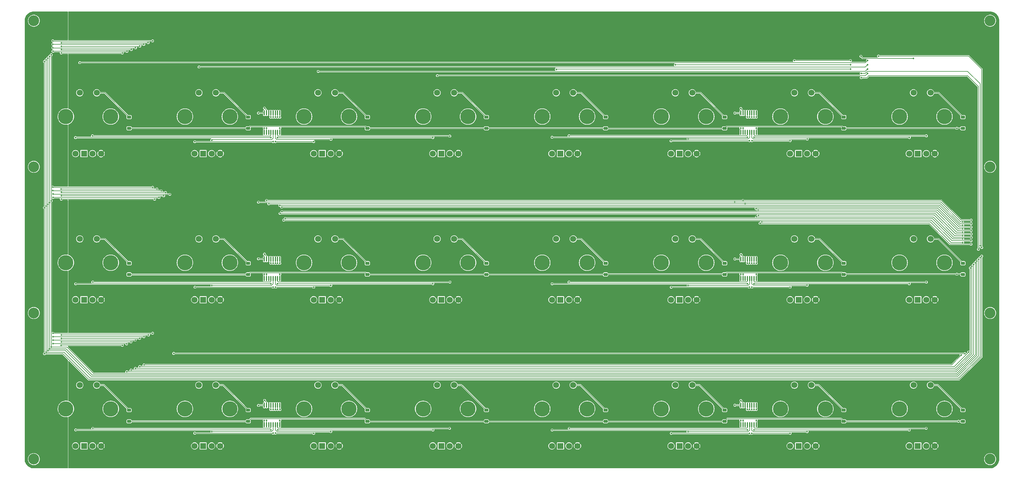
<source format=gbr>
%TF.GenerationSoftware,KiCad,Pcbnew,7.0.7*%
%TF.CreationDate,2024-03-28T21:46:40-04:00*%
%TF.ProjectId,midi-controller_pot-board_teensy,6d696469-2d63-46f6-9e74-726f6c6c6572,rev?*%
%TF.SameCoordinates,Original*%
%TF.FileFunction,Copper,L1,Top*%
%TF.FilePolarity,Positive*%
%FSLAX46Y46*%
G04 Gerber Fmt 4.6, Leading zero omitted, Abs format (unit mm)*
G04 Created by KiCad (PCBNEW 7.0.7) date 2024-03-28 21:46:40*
%MOMM*%
%LPD*%
G01*
G04 APERTURE LIST*
G04 Aperture macros list*
%AMRoundRect*
0 Rectangle with rounded corners*
0 $1 Rounding radius*
0 $2 $3 $4 $5 $6 $7 $8 $9 X,Y pos of 4 corners*
0 Add a 4 corners polygon primitive as box body*
4,1,4,$2,$3,$4,$5,$6,$7,$8,$9,$2,$3,0*
0 Add four circle primitives for the rounded corners*
1,1,$1+$1,$2,$3*
1,1,$1+$1,$4,$5*
1,1,$1+$1,$6,$7*
1,1,$1+$1,$8,$9*
0 Add four rect primitives between the rounded corners*
20,1,$1+$1,$2,$3,$4,$5,0*
20,1,$1+$1,$4,$5,$6,$7,0*
20,1,$1+$1,$6,$7,$8,$9,0*
20,1,$1+$1,$8,$9,$2,$3,0*%
G04 Aperture macros list end*
%TA.AperFunction,ComponentPad*%
%ADD10R,1.800000X1.800000*%
%TD*%
%TA.AperFunction,ComponentPad*%
%ADD11C,1.800000*%
%TD*%
%TA.AperFunction,ComponentPad*%
%ADD12C,4.500000*%
%TD*%
%TA.AperFunction,ComponentPad*%
%ADD13C,3.200000*%
%TD*%
%TA.AperFunction,SMDPad,CuDef*%
%ADD14RoundRect,0.225000X0.375000X-0.225000X0.375000X0.225000X-0.375000X0.225000X-0.375000X-0.225000X0*%
%TD*%
%TA.AperFunction,SMDPad,CuDef*%
%ADD15RoundRect,0.100000X0.100000X-0.637500X0.100000X0.637500X-0.100000X0.637500X-0.100000X-0.637500X0*%
%TD*%
%TA.AperFunction,ViaPad*%
%ADD16C,0.508000*%
%TD*%
%TA.AperFunction,Conductor*%
%ADD17C,0.152400*%
%TD*%
G04 APERTURE END LIST*
D10*
%TO.P,RV8,1,GND*%
%TO.N,GND*%
X356928000Y-137664000D03*
D11*
%TO.P,RV8,2,RV_1_2*%
%TO.N,/A_{7_1}*%
X359428000Y-137664000D03*
%TO.P,RV8,3,VCC*%
%TO.N,+3.3V*%
X361928000Y-137664000D03*
%TO.P,RV8,4,RV_2_2*%
%TO.N,/A_{7_2}*%
X354428000Y-137664000D03*
%TO.P,RV8,5,SW_1*%
%TO.N,/COL_7*%
X355678000Y-119764000D03*
%TO.P,RV8,6,SW_2*%
%TO.N,Net-(D8-A)*%
X360678000Y-119764000D03*
D12*
%TO.P,RV8,MP*%
%TO.N,N/C*%
X351578000Y-126764000D03*
X364778000Y-126764000D03*
%TD*%
D13*
%TO.P,H8,MP,MP*%
%TO.N,unconnected-(H8-PadMP)*%
X378178000Y-227554000D03*
%TD*%
D10*
%TO.P,RV16,1,GND*%
%TO.N,GND*%
X356928000Y-180664000D03*
D11*
%TO.P,RV16,2,RV_1_2*%
%TO.N,/A_{15_1}*%
X359428000Y-180664000D03*
%TO.P,RV16,3,VCC*%
%TO.N,+3.3V*%
X361928000Y-180664000D03*
%TO.P,RV16,4,RV_2_2*%
%TO.N,/A_{15_2}*%
X354428000Y-180664000D03*
%TO.P,RV16,5,SW_1*%
%TO.N,/COL_7*%
X355678000Y-162764000D03*
%TO.P,RV16,6,SW_2*%
%TO.N,Net-(D16-A)*%
X360678000Y-162764000D03*
D12*
%TO.P,RV16,MP*%
%TO.N,N/C*%
X351578000Y-169764000D03*
X364778000Y-169764000D03*
%TD*%
D14*
%TO.P,D5,1,K*%
%TO.N,/ROW_1*%
X265178000Y-130204000D03*
%TO.P,D5,2,A*%
%TO.N,Net-(D5-A)*%
X265178000Y-126904000D03*
%TD*%
D15*
%TO.P,U1,1,A0*%
%TO.N,/POT_SEL_0*%
X164903000Y-131416500D03*
%TO.P,U1,2,EN*%
%TO.N,/POT_SEL_EN*%
X165553000Y-131416500D03*
%TO.P,U1,3*%
%TO.N,N/C*%
X166203000Y-131416500D03*
%TO.P,U1,4,S1A*%
%TO.N,/A_{0_1}*%
X166853000Y-131416500D03*
%TO.P,U1,5,S2A*%
%TO.N,/A_{1_1}*%
X167503000Y-131416500D03*
%TO.P,U1,6,S3A*%
%TO.N,/A_{2_1}*%
X168153000Y-131416500D03*
%TO.P,U1,7,S4A*%
%TO.N,/A_{3_1}*%
X168803000Y-131416500D03*
%TO.P,U1,8,DA*%
%TO.N,/POT_{0_1}*%
X169453000Y-131416500D03*
%TO.P,U1,9,DB*%
%TO.N,/POT_{0_2}*%
X169453000Y-125691500D03*
%TO.P,U1,10,S4B*%
%TO.N,/A_{3_2}*%
X168803000Y-125691500D03*
%TO.P,U1,11,S3B*%
%TO.N,/A_{2_2}*%
X168153000Y-125691500D03*
%TO.P,U1,12,S2B*%
%TO.N,/A_{1_2}*%
X167503000Y-125691500D03*
%TO.P,U1,13,S1B*%
%TO.N,/A_{0_2}*%
X166853000Y-125691500D03*
%TO.P,U1,14,VDD*%
%TO.N,+3.3V*%
X166203000Y-125691500D03*
%TO.P,U1,15,GND*%
%TO.N,GND*%
X165553000Y-125691500D03*
%TO.P,U1,16,A1*%
%TO.N,/POT_SEL_1*%
X164903000Y-125691500D03*
%TD*%
D10*
%TO.P,RV24,1,GND*%
%TO.N,GND*%
X356928000Y-223664000D03*
D11*
%TO.P,RV24,2,RV_1_2*%
%TO.N,/A_{23_1}*%
X359428000Y-223664000D03*
%TO.P,RV24,3,VCC*%
%TO.N,+3.3V*%
X361928000Y-223664000D03*
%TO.P,RV24,4,RV_2_2*%
%TO.N,/A_{23_2}*%
X354428000Y-223664000D03*
%TO.P,RV24,5,SW_1*%
%TO.N,/COL_7*%
X355678000Y-205764000D03*
%TO.P,RV24,6,SW_2*%
%TO.N,Net-(D24-A)*%
X360678000Y-205764000D03*
D12*
%TO.P,RV24,MP*%
%TO.N,N/C*%
X351578000Y-212764000D03*
X364778000Y-212764000D03*
%TD*%
D10*
%TO.P,RV2,1,GND*%
%TO.N,GND*%
X146928000Y-137664000D03*
D11*
%TO.P,RV2,2,RV_1_2*%
%TO.N,/A_{1_1}*%
X149428000Y-137664000D03*
%TO.P,RV2,3,VCC*%
%TO.N,+3.3V*%
X151928000Y-137664000D03*
%TO.P,RV2,4,RV_2_2*%
%TO.N,/A_{1_2}*%
X144428000Y-137664000D03*
%TO.P,RV2,5,SW_1*%
%TO.N,/COL_1*%
X145678000Y-119764000D03*
%TO.P,RV2,6,SW_2*%
%TO.N,Net-(D2-A)*%
X150678000Y-119764000D03*
D12*
%TO.P,RV2,MP*%
%TO.N,N/C*%
X141578000Y-126764000D03*
X154778000Y-126764000D03*
%TD*%
D14*
%TO.P,D8,1,K*%
%TO.N,/ROW_1*%
X370178000Y-130204000D03*
%TO.P,D8,2,A*%
%TO.N,Net-(D8-A)*%
X370178000Y-126904000D03*
%TD*%
D10*
%TO.P,RV10,1,GND*%
%TO.N,GND*%
X146928000Y-180664000D03*
D11*
%TO.P,RV10,2,RV_1_2*%
%TO.N,/A_{9_1}*%
X149428000Y-180664000D03*
%TO.P,RV10,3,VCC*%
%TO.N,+3.3V*%
X151928000Y-180664000D03*
%TO.P,RV10,4,RV_2_2*%
%TO.N,/A_{9_2}*%
X144428000Y-180664000D03*
%TO.P,RV10,5,SW_1*%
%TO.N,/COL_1*%
X145678000Y-162764000D03*
%TO.P,RV10,6,SW_2*%
%TO.N,Net-(D10-A)*%
X150678000Y-162764000D03*
D12*
%TO.P,RV10,MP*%
%TO.N,N/C*%
X141578000Y-169764000D03*
X154778000Y-169764000D03*
%TD*%
D10*
%TO.P,RV11,1,GND*%
%TO.N,GND*%
X181928000Y-180664000D03*
D11*
%TO.P,RV11,2,RV_1_2*%
%TO.N,/A_{10_1}*%
X184428000Y-180664000D03*
%TO.P,RV11,3,VCC*%
%TO.N,+3.3V*%
X186928000Y-180664000D03*
%TO.P,RV11,4,RV_2_2*%
%TO.N,/A_{10_2}*%
X179428000Y-180664000D03*
%TO.P,RV11,5,SW_1*%
%TO.N,/COL_2*%
X180678000Y-162764000D03*
%TO.P,RV11,6,SW_2*%
%TO.N,Net-(D11-A)*%
X185678000Y-162764000D03*
D12*
%TO.P,RV11,MP*%
%TO.N,N/C*%
X176578000Y-169764000D03*
X189778000Y-169764000D03*
%TD*%
D14*
%TO.P,D2,1,K*%
%TO.N,/ROW_1*%
X160178000Y-130204000D03*
%TO.P,D2,2,A*%
%TO.N,Net-(D2-A)*%
X160178000Y-126904000D03*
%TD*%
D13*
%TO.P,H6,MP,MP*%
%TO.N,unconnected-(H6-PadMP)*%
X378178000Y-184554000D03*
%TD*%
D14*
%TO.P,D22,1,K*%
%TO.N,/ROW_3*%
X300178000Y-216414000D03*
%TO.P,D22,2,A*%
%TO.N,Net-(D22-A)*%
X300178000Y-213114000D03*
%TD*%
D13*
%TO.P,H3,MP,MP*%
%TO.N,unconnected-(H3-PadMP)*%
X97178000Y-141554000D03*
%TD*%
D10*
%TO.P,RV15,1,GND*%
%TO.N,GND*%
X321928000Y-180664000D03*
D11*
%TO.P,RV15,2,RV_1_2*%
%TO.N,/A_{14_1}*%
X324428000Y-180664000D03*
%TO.P,RV15,3,VCC*%
%TO.N,+3.3V*%
X326928000Y-180664000D03*
%TO.P,RV15,4,RV_2_2*%
%TO.N,/A_{14_2}*%
X319428000Y-180664000D03*
%TO.P,RV15,5,SW_1*%
%TO.N,/COL_6*%
X320678000Y-162764000D03*
%TO.P,RV15,6,SW_2*%
%TO.N,Net-(D15-A)*%
X325678000Y-162764000D03*
D12*
%TO.P,RV15,MP*%
%TO.N,N/C*%
X316578000Y-169764000D03*
X329778000Y-169764000D03*
%TD*%
D14*
%TO.P,D17,1,K*%
%TO.N,/ROW_3*%
X125178000Y-216414000D03*
%TO.P,D17,2,A*%
%TO.N,Net-(D17-A)*%
X125178000Y-213114000D03*
%TD*%
D10*
%TO.P,RV6,1,GND*%
%TO.N,GND*%
X286928000Y-137664000D03*
D11*
%TO.P,RV6,2,RV_1_2*%
%TO.N,/A_{5_1}*%
X289428000Y-137664000D03*
%TO.P,RV6,3,VCC*%
%TO.N,+3.3V*%
X291928000Y-137664000D03*
%TO.P,RV6,4,RV_2_2*%
%TO.N,/A_{5_2}*%
X284428000Y-137664000D03*
%TO.P,RV6,5,SW_1*%
%TO.N,/COL_5*%
X285678000Y-119764000D03*
%TO.P,RV6,6,SW_2*%
%TO.N,Net-(D6-A)*%
X290678000Y-119764000D03*
D12*
%TO.P,RV6,MP*%
%TO.N,N/C*%
X281578000Y-126764000D03*
X294778000Y-126764000D03*
%TD*%
D14*
%TO.P,D24,1,K*%
%TO.N,/ROW_3*%
X370178000Y-216414000D03*
%TO.P,D24,2,A*%
%TO.N,Net-(D24-A)*%
X370178000Y-213114000D03*
%TD*%
D10*
%TO.P,RV21,1,GND*%
%TO.N,GND*%
X251928000Y-223664000D03*
D11*
%TO.P,RV21,2,RV_1_2*%
%TO.N,/A_{20_1}*%
X254428000Y-223664000D03*
%TO.P,RV21,3,VCC*%
%TO.N,+3.3V*%
X256928000Y-223664000D03*
%TO.P,RV21,4,RV_2_2*%
%TO.N,/A_{20_2}*%
X249428000Y-223664000D03*
%TO.P,RV21,5,SW_1*%
%TO.N,/COL_4*%
X250678000Y-205764000D03*
%TO.P,RV21,6,SW_2*%
%TO.N,Net-(D21-A)*%
X255678000Y-205764000D03*
D12*
%TO.P,RV21,MP*%
%TO.N,N/C*%
X246578000Y-212764000D03*
X259778000Y-212764000D03*
%TD*%
D15*
%TO.P,U4,1,A0*%
%TO.N,/POT_SEL_0*%
X304903000Y-174416500D03*
%TO.P,U4,2,EN*%
%TO.N,/POT_SEL_EN*%
X305553000Y-174416500D03*
%TO.P,U4,3*%
%TO.N,N/C*%
X306203000Y-174416500D03*
%TO.P,U4,4,S1A*%
%TO.N,/A_{12_1}*%
X306853000Y-174416500D03*
%TO.P,U4,5,S2A*%
%TO.N,/A_{13_1}*%
X307503000Y-174416500D03*
%TO.P,U4,6,S3A*%
%TO.N,/A_{14_1}*%
X308153000Y-174416500D03*
%TO.P,U4,7,S4A*%
%TO.N,/A_{15_1}*%
X308803000Y-174416500D03*
%TO.P,U4,8,DA*%
%TO.N,/POT_{3_1}*%
X309453000Y-174416500D03*
%TO.P,U4,9,DB*%
%TO.N,/POT_{3_2}*%
X309453000Y-168691500D03*
%TO.P,U4,10,S4B*%
%TO.N,/A_{15_2}*%
X308803000Y-168691500D03*
%TO.P,U4,11,S3B*%
%TO.N,/A_{14_2}*%
X308153000Y-168691500D03*
%TO.P,U4,12,S2B*%
%TO.N,/A_{13_2}*%
X307503000Y-168691500D03*
%TO.P,U4,13,S1B*%
%TO.N,/A_{12_2}*%
X306853000Y-168691500D03*
%TO.P,U4,14,VDD*%
%TO.N,+3.3V*%
X306203000Y-168691500D03*
%TO.P,U4,15,GND*%
%TO.N,GND*%
X305553000Y-168691500D03*
%TO.P,U4,16,A1*%
%TO.N,/POT_SEL_1*%
X304903000Y-168691500D03*
%TD*%
D14*
%TO.P,D10,1,K*%
%TO.N,/ROW_2*%
X160178000Y-173204000D03*
%TO.P,D10,2,A*%
%TO.N,Net-(D10-A)*%
X160178000Y-169904000D03*
%TD*%
%TO.P,D6,1,K*%
%TO.N,/ROW_1*%
X300178000Y-130204000D03*
%TO.P,D6,2,A*%
%TO.N,Net-(D6-A)*%
X300178000Y-126904000D03*
%TD*%
D10*
%TO.P,RV23,1,GND*%
%TO.N,GND*%
X321928000Y-223664000D03*
D11*
%TO.P,RV23,2,RV_1_2*%
%TO.N,/A_{22_1}*%
X324428000Y-223664000D03*
%TO.P,RV23,3,VCC*%
%TO.N,+3.3V*%
X326928000Y-223664000D03*
%TO.P,RV23,4,RV_2_2*%
%TO.N,/A_{22_2}*%
X319428000Y-223664000D03*
%TO.P,RV23,5,SW_1*%
%TO.N,/COL_6*%
X320678000Y-205764000D03*
%TO.P,RV23,6,SW_2*%
%TO.N,Net-(D23-A)*%
X325678000Y-205764000D03*
D12*
%TO.P,RV23,MP*%
%TO.N,N/C*%
X316578000Y-212764000D03*
X329778000Y-212764000D03*
%TD*%
D10*
%TO.P,RV13,1,GND*%
%TO.N,GND*%
X251928000Y-180664000D03*
D11*
%TO.P,RV13,2,RV_1_2*%
%TO.N,/A_{12_1}*%
X254428000Y-180664000D03*
%TO.P,RV13,3,VCC*%
%TO.N,+3.3V*%
X256928000Y-180664000D03*
%TO.P,RV13,4,RV_2_2*%
%TO.N,/A_{12_2}*%
X249428000Y-180664000D03*
%TO.P,RV13,5,SW_1*%
%TO.N,/COL_4*%
X250678000Y-162764000D03*
%TO.P,RV13,6,SW_2*%
%TO.N,Net-(D13-A)*%
X255678000Y-162764000D03*
D12*
%TO.P,RV13,MP*%
%TO.N,N/C*%
X246578000Y-169764000D03*
X259778000Y-169764000D03*
%TD*%
D14*
%TO.P,D12,1,K*%
%TO.N,/ROW_2*%
X230178000Y-173204000D03*
%TO.P,D12,2,A*%
%TO.N,Net-(D12-A)*%
X230178000Y-169904000D03*
%TD*%
%TO.P,D15,1,K*%
%TO.N,/ROW_2*%
X335178000Y-173204000D03*
%TO.P,D15,2,A*%
%TO.N,Net-(D15-A)*%
X335178000Y-169904000D03*
%TD*%
D10*
%TO.P,RV3,1,GND*%
%TO.N,GND*%
X181928000Y-137664000D03*
D11*
%TO.P,RV3,2,RV_1_2*%
%TO.N,/A_{2_1}*%
X184428000Y-137664000D03*
%TO.P,RV3,3,VCC*%
%TO.N,+3.3V*%
X186928000Y-137664000D03*
%TO.P,RV3,4,RV_2_2*%
%TO.N,/A_{2_2}*%
X179428000Y-137664000D03*
%TO.P,RV3,5,SW_1*%
%TO.N,/COL_2*%
X180678000Y-119764000D03*
%TO.P,RV3,6,SW_2*%
%TO.N,Net-(D3-A)*%
X185678000Y-119764000D03*
D12*
%TO.P,RV3,MP*%
%TO.N,N/C*%
X176578000Y-126764000D03*
X189778000Y-126764000D03*
%TD*%
D10*
%TO.P,RV1,1,GND*%
%TO.N,GND*%
X111928000Y-137664000D03*
D11*
%TO.P,RV1,2,RV_1_2*%
%TO.N,/A_{0_1}*%
X114428000Y-137664000D03*
%TO.P,RV1,3,VCC*%
%TO.N,+3.3V*%
X116928000Y-137664000D03*
%TO.P,RV1,4,RV_2_2*%
%TO.N,/A_{0_2}*%
X109428000Y-137664000D03*
%TO.P,RV1,5,SW_1*%
%TO.N,/COL_0*%
X110678000Y-119764000D03*
%TO.P,RV1,6,SW_2*%
%TO.N,Net-(D1-A)*%
X115678000Y-119764000D03*
D12*
%TO.P,RV1,MP*%
%TO.N,N/C*%
X106578000Y-126764000D03*
X119778000Y-126764000D03*
%TD*%
D14*
%TO.P,D4,1,K*%
%TO.N,/ROW_1*%
X230178000Y-130204000D03*
%TO.P,D4,2,A*%
%TO.N,Net-(D4-A)*%
X230178000Y-126904000D03*
%TD*%
%TO.P,D13,1,K*%
%TO.N,/ROW_2*%
X265178000Y-173204000D03*
%TO.P,D13,2,A*%
%TO.N,Net-(D13-A)*%
X265178000Y-169904000D03*
%TD*%
D10*
%TO.P,RV9,1,GND*%
%TO.N,GND*%
X111928000Y-180664000D03*
D11*
%TO.P,RV9,2,RV_1_2*%
%TO.N,/A_{8_1}*%
X114428000Y-180664000D03*
%TO.P,RV9,3,VCC*%
%TO.N,+3.3V*%
X116928000Y-180664000D03*
%TO.P,RV9,4,RV_2_2*%
%TO.N,/A_{8_2}*%
X109428000Y-180664000D03*
%TO.P,RV9,5,SW_1*%
%TO.N,/COL_0*%
X110678000Y-162764000D03*
%TO.P,RV9,6,SW_2*%
%TO.N,Net-(D9-A)*%
X115678000Y-162764000D03*
D12*
%TO.P,RV9,MP*%
%TO.N,N/C*%
X106578000Y-169764000D03*
X119778000Y-169764000D03*
%TD*%
D10*
%TO.P,RV14,1,GND*%
%TO.N,GND*%
X286928000Y-180664000D03*
D11*
%TO.P,RV14,2,RV_1_2*%
%TO.N,/A_{13_1}*%
X289428000Y-180664000D03*
%TO.P,RV14,3,VCC*%
%TO.N,+3.3V*%
X291928000Y-180664000D03*
%TO.P,RV14,4,RV_2_2*%
%TO.N,/A_{13_2}*%
X284428000Y-180664000D03*
%TO.P,RV14,5,SW_1*%
%TO.N,/COL_5*%
X285678000Y-162764000D03*
%TO.P,RV14,6,SW_2*%
%TO.N,Net-(D14-A)*%
X290678000Y-162764000D03*
D12*
%TO.P,RV14,MP*%
%TO.N,N/C*%
X281578000Y-169764000D03*
X294778000Y-169764000D03*
%TD*%
D14*
%TO.P,D18,1,K*%
%TO.N,/ROW_3*%
X160178000Y-216414000D03*
%TO.P,D18,2,A*%
%TO.N,Net-(D18-A)*%
X160178000Y-213114000D03*
%TD*%
D10*
%TO.P,RV7,1,GND*%
%TO.N,GND*%
X321928000Y-137664000D03*
D11*
%TO.P,RV7,2,RV_1_2*%
%TO.N,/A_{6_1}*%
X324428000Y-137664000D03*
%TO.P,RV7,3,VCC*%
%TO.N,+3.3V*%
X326928000Y-137664000D03*
%TO.P,RV7,4,RV_2_2*%
%TO.N,/A_{6_2}*%
X319428000Y-137664000D03*
%TO.P,RV7,5,SW_1*%
%TO.N,/COL_6*%
X320678000Y-119764000D03*
%TO.P,RV7,6,SW_2*%
%TO.N,Net-(D7-A)*%
X325678000Y-119764000D03*
D12*
%TO.P,RV7,MP*%
%TO.N,N/C*%
X316578000Y-126764000D03*
X329778000Y-126764000D03*
%TD*%
D13*
%TO.P,H1,MP,MP*%
%TO.N,unconnected-(H1-PadMP)*%
X97178000Y-98554000D03*
%TD*%
D14*
%TO.P,D16,1,K*%
%TO.N,/ROW_2*%
X370178000Y-173204000D03*
%TO.P,D16,2,A*%
%TO.N,Net-(D16-A)*%
X370178000Y-169904000D03*
%TD*%
D13*
%TO.P,H7,MP,MP*%
%TO.N,unconnected-(H7-PadMP)*%
X97178000Y-227554000D03*
%TD*%
%TO.P,H2,MP,MP*%
%TO.N,unconnected-(H2-PadMP)*%
X378178000Y-98554000D03*
%TD*%
D10*
%TO.P,RV20,1,GND*%
%TO.N,GND*%
X216928000Y-223664000D03*
D11*
%TO.P,RV20,2,RV_1_2*%
%TO.N,/A_{19_1}*%
X219428000Y-223664000D03*
%TO.P,RV20,3,VCC*%
%TO.N,+3.3V*%
X221928000Y-223664000D03*
%TO.P,RV20,4,RV_2_2*%
%TO.N,/A_{19_2}*%
X214428000Y-223664000D03*
%TO.P,RV20,5,SW_1*%
%TO.N,/COL_3*%
X215678000Y-205764000D03*
%TO.P,RV20,6,SW_2*%
%TO.N,Net-(D20-A)*%
X220678000Y-205764000D03*
D12*
%TO.P,RV20,MP*%
%TO.N,N/C*%
X211578000Y-212764000D03*
X224778000Y-212764000D03*
%TD*%
D14*
%TO.P,D23,1,K*%
%TO.N,/ROW_3*%
X335178000Y-216414000D03*
%TO.P,D23,2,A*%
%TO.N,Net-(D23-A)*%
X335178000Y-213114000D03*
%TD*%
D10*
%TO.P,RV4,1,GND*%
%TO.N,GND*%
X216928000Y-137664000D03*
D11*
%TO.P,RV4,2,RV_1_2*%
%TO.N,/A_{3_1}*%
X219428000Y-137664000D03*
%TO.P,RV4,3,VCC*%
%TO.N,+3.3V*%
X221928000Y-137664000D03*
%TO.P,RV4,4,RV_2_2*%
%TO.N,/A_{3_2}*%
X214428000Y-137664000D03*
%TO.P,RV4,5,SW_1*%
%TO.N,/COL_3*%
X215678000Y-119764000D03*
%TO.P,RV4,6,SW_2*%
%TO.N,Net-(D4-A)*%
X220678000Y-119764000D03*
D12*
%TO.P,RV4,MP*%
%TO.N,N/C*%
X211578000Y-126764000D03*
X224778000Y-126764000D03*
%TD*%
D10*
%TO.P,RV17,1,GND*%
%TO.N,GND*%
X111928000Y-223664000D03*
D11*
%TO.P,RV17,2,RV_1_2*%
%TO.N,/A_{16_1}*%
X114428000Y-223664000D03*
%TO.P,RV17,3,VCC*%
%TO.N,+3.3V*%
X116928000Y-223664000D03*
%TO.P,RV17,4,RV_2_2*%
%TO.N,/A_{16_2}*%
X109428000Y-223664000D03*
%TO.P,RV17,5,SW_1*%
%TO.N,/COL_0*%
X110678000Y-205764000D03*
%TO.P,RV17,6,SW_2*%
%TO.N,Net-(D17-A)*%
X115678000Y-205764000D03*
D12*
%TO.P,RV17,MP*%
%TO.N,N/C*%
X106578000Y-212764000D03*
X119778000Y-212764000D03*
%TD*%
D10*
%TO.P,RV18,1,GND*%
%TO.N,GND*%
X146928000Y-223664000D03*
D11*
%TO.P,RV18,2,RV_1_2*%
%TO.N,/A_{17_1}*%
X149428000Y-223664000D03*
%TO.P,RV18,3,VCC*%
%TO.N,+3.3V*%
X151928000Y-223664000D03*
%TO.P,RV18,4,RV_2_2*%
%TO.N,/A_{17_2}*%
X144428000Y-223664000D03*
%TO.P,RV18,5,SW_1*%
%TO.N,/COL_1*%
X145678000Y-205764000D03*
%TO.P,RV18,6,SW_2*%
%TO.N,Net-(D18-A)*%
X150678000Y-205764000D03*
D12*
%TO.P,RV18,MP*%
%TO.N,N/C*%
X141578000Y-212764000D03*
X154778000Y-212764000D03*
%TD*%
D13*
%TO.P,H5,MP,MP*%
%TO.N,unconnected-(H5-PadMP)*%
X97178000Y-184554000D03*
%TD*%
D15*
%TO.P,U5,1,A0*%
%TO.N,/POT_SEL_0*%
X164903000Y-217416500D03*
%TO.P,U5,2,EN*%
%TO.N,/POT_SEL_EN*%
X165553000Y-217416500D03*
%TO.P,U5,3*%
%TO.N,N/C*%
X166203000Y-217416500D03*
%TO.P,U5,4,S1A*%
%TO.N,/A_{16_1}*%
X166853000Y-217416500D03*
%TO.P,U5,5,S2A*%
%TO.N,/A_{17_1}*%
X167503000Y-217416500D03*
%TO.P,U5,6,S3A*%
%TO.N,/A_{18_1}*%
X168153000Y-217416500D03*
%TO.P,U5,7,S4A*%
%TO.N,/A_{19_1}*%
X168803000Y-217416500D03*
%TO.P,U5,8,DA*%
%TO.N,/POT_{4_1}*%
X169453000Y-217416500D03*
%TO.P,U5,9,DB*%
%TO.N,/POT_{4_2}*%
X169453000Y-211691500D03*
%TO.P,U5,10,S4B*%
%TO.N,/A_{19_2}*%
X168803000Y-211691500D03*
%TO.P,U5,11,S3B*%
%TO.N,/A_{18_2}*%
X168153000Y-211691500D03*
%TO.P,U5,12,S2B*%
%TO.N,/A_{17_2}*%
X167503000Y-211691500D03*
%TO.P,U5,13,S1B*%
%TO.N,/A_{16_2}*%
X166853000Y-211691500D03*
%TO.P,U5,14,VDD*%
%TO.N,+3.3V*%
X166203000Y-211691500D03*
%TO.P,U5,15,GND*%
%TO.N,GND*%
X165553000Y-211691500D03*
%TO.P,U5,16,A1*%
%TO.N,/POT_SEL_1*%
X164903000Y-211691500D03*
%TD*%
D14*
%TO.P,D3,1,K*%
%TO.N,/ROW_1*%
X195178000Y-130204000D03*
%TO.P,D3,2,A*%
%TO.N,Net-(D3-A)*%
X195178000Y-126904000D03*
%TD*%
%TO.P,D14,1,K*%
%TO.N,/ROW_2*%
X300178000Y-173204000D03*
%TO.P,D14,2,A*%
%TO.N,Net-(D14-A)*%
X300178000Y-169904000D03*
%TD*%
%TO.P,D21,1,K*%
%TO.N,/ROW_3*%
X265178000Y-216414000D03*
%TO.P,D21,2,A*%
%TO.N,Net-(D21-A)*%
X265178000Y-213114000D03*
%TD*%
%TO.P,D20,1,K*%
%TO.N,/ROW_3*%
X230178000Y-216414000D03*
%TO.P,D20,2,A*%
%TO.N,Net-(D20-A)*%
X230178000Y-213114000D03*
%TD*%
D15*
%TO.P,U2,1,A0*%
%TO.N,/POT_SEL_0*%
X304903000Y-131416500D03*
%TO.P,U2,2,EN*%
%TO.N,/POT_SEL_EN*%
X305553000Y-131416500D03*
%TO.P,U2,3*%
%TO.N,N/C*%
X306203000Y-131416500D03*
%TO.P,U2,4,S1A*%
%TO.N,/A_{4_1}*%
X306853000Y-131416500D03*
%TO.P,U2,5,S2A*%
%TO.N,/A_{5_1}*%
X307503000Y-131416500D03*
%TO.P,U2,6,S3A*%
%TO.N,/A_{6_1}*%
X308153000Y-131416500D03*
%TO.P,U2,7,S4A*%
%TO.N,/A_{7_1}*%
X308803000Y-131416500D03*
%TO.P,U2,8,DA*%
%TO.N,/POT_{1_1}*%
X309453000Y-131416500D03*
%TO.P,U2,9,DB*%
%TO.N,/POT_{1_2}*%
X309453000Y-125691500D03*
%TO.P,U2,10,S4B*%
%TO.N,/A_{7_2}*%
X308803000Y-125691500D03*
%TO.P,U2,11,S3B*%
%TO.N,/A_{6_2}*%
X308153000Y-125691500D03*
%TO.P,U2,12,S2B*%
%TO.N,/A_{5_2}*%
X307503000Y-125691500D03*
%TO.P,U2,13,S1B*%
%TO.N,/A_{4_2}*%
X306853000Y-125691500D03*
%TO.P,U2,14,VDD*%
%TO.N,+3.3V*%
X306203000Y-125691500D03*
%TO.P,U2,15,GND*%
%TO.N,GND*%
X305553000Y-125691500D03*
%TO.P,U2,16,A1*%
%TO.N,/POT_SEL_1*%
X304903000Y-125691500D03*
%TD*%
D14*
%TO.P,D9,1,K*%
%TO.N,/ROW_2*%
X125178000Y-173204000D03*
%TO.P,D9,2,A*%
%TO.N,Net-(D9-A)*%
X125178000Y-169904000D03*
%TD*%
D10*
%TO.P,RV19,1,GND*%
%TO.N,GND*%
X181928000Y-223664000D03*
D11*
%TO.P,RV19,2,RV_1_2*%
%TO.N,/A_{18_1}*%
X184428000Y-223664000D03*
%TO.P,RV19,3,VCC*%
%TO.N,+3.3V*%
X186928000Y-223664000D03*
%TO.P,RV19,4,RV_2_2*%
%TO.N,/A_{18_2}*%
X179428000Y-223664000D03*
%TO.P,RV19,5,SW_1*%
%TO.N,/COL_2*%
X180678000Y-205764000D03*
%TO.P,RV19,6,SW_2*%
%TO.N,Net-(D19-A)*%
X185678000Y-205764000D03*
D12*
%TO.P,RV19,MP*%
%TO.N,N/C*%
X176578000Y-212764000D03*
X189778000Y-212764000D03*
%TD*%
D15*
%TO.P,U6,1,A0*%
%TO.N,/POT_SEL_0*%
X304903000Y-217416500D03*
%TO.P,U6,2,EN*%
%TO.N,/POT_SEL_EN*%
X305553000Y-217416500D03*
%TO.P,U6,3*%
%TO.N,N/C*%
X306203000Y-217416500D03*
%TO.P,U6,4,S1A*%
%TO.N,/A_{20_1}*%
X306853000Y-217416500D03*
%TO.P,U6,5,S2A*%
%TO.N,/A_{21_1}*%
X307503000Y-217416500D03*
%TO.P,U6,6,S3A*%
%TO.N,/A_{22_1}*%
X308153000Y-217416500D03*
%TO.P,U6,7,S4A*%
%TO.N,/A_{23_1}*%
X308803000Y-217416500D03*
%TO.P,U6,8,DA*%
%TO.N,/POT_{5_1}*%
X309453000Y-217416500D03*
%TO.P,U6,9,DB*%
%TO.N,/POT_{5_2}*%
X309453000Y-211691500D03*
%TO.P,U6,10,S4B*%
%TO.N,/A_{23_2}*%
X308803000Y-211691500D03*
%TO.P,U6,11,S3B*%
%TO.N,/A_{22_2}*%
X308153000Y-211691500D03*
%TO.P,U6,12,S2B*%
%TO.N,/A_{21_2}*%
X307503000Y-211691500D03*
%TO.P,U6,13,S1B*%
%TO.N,/A_{20_2}*%
X306853000Y-211691500D03*
%TO.P,U6,14,VDD*%
%TO.N,+3.3V*%
X306203000Y-211691500D03*
%TO.P,U6,15,GND*%
%TO.N,GND*%
X305553000Y-211691500D03*
%TO.P,U6,16,A1*%
%TO.N,/POT_SEL_1*%
X304903000Y-211691500D03*
%TD*%
D14*
%TO.P,D11,1,K*%
%TO.N,/ROW_2*%
X195178000Y-173204000D03*
%TO.P,D11,2,A*%
%TO.N,Net-(D11-A)*%
X195178000Y-169904000D03*
%TD*%
%TO.P,D1,1,K*%
%TO.N,/ROW_1*%
X125178000Y-130204000D03*
%TO.P,D1,2,A*%
%TO.N,Net-(D1-A)*%
X125178000Y-126904000D03*
%TD*%
D10*
%TO.P,RV5,1,GND*%
%TO.N,GND*%
X251928000Y-137664000D03*
D11*
%TO.P,RV5,2,RV_1_2*%
%TO.N,/A_{4_1}*%
X254428000Y-137664000D03*
%TO.P,RV5,3,VCC*%
%TO.N,+3.3V*%
X256928000Y-137664000D03*
%TO.P,RV5,4,RV_2_2*%
%TO.N,/A_{4_2}*%
X249428000Y-137664000D03*
%TO.P,RV5,5,SW_1*%
%TO.N,/COL_4*%
X250678000Y-119764000D03*
%TO.P,RV5,6,SW_2*%
%TO.N,Net-(D5-A)*%
X255678000Y-119764000D03*
D12*
%TO.P,RV5,MP*%
%TO.N,N/C*%
X246578000Y-126764000D03*
X259778000Y-126764000D03*
%TD*%
D10*
%TO.P,RV12,1,GND*%
%TO.N,GND*%
X216928000Y-180664000D03*
D11*
%TO.P,RV12,2,RV_1_2*%
%TO.N,/A_{11_1}*%
X219428000Y-180664000D03*
%TO.P,RV12,3,VCC*%
%TO.N,+3.3V*%
X221928000Y-180664000D03*
%TO.P,RV12,4,RV_2_2*%
%TO.N,/A_{11_2}*%
X214428000Y-180664000D03*
%TO.P,RV12,5,SW_1*%
%TO.N,/COL_3*%
X215678000Y-162764000D03*
%TO.P,RV12,6,SW_2*%
%TO.N,Net-(D12-A)*%
X220678000Y-162764000D03*
D12*
%TO.P,RV12,MP*%
%TO.N,N/C*%
X211578000Y-169764000D03*
X224778000Y-169764000D03*
%TD*%
D14*
%TO.P,D7,1,K*%
%TO.N,/ROW_1*%
X335178000Y-130204000D03*
%TO.P,D7,2,A*%
%TO.N,Net-(D7-A)*%
X335178000Y-126904000D03*
%TD*%
D10*
%TO.P,RV22,1,GND*%
%TO.N,GND*%
X286928000Y-223664000D03*
D11*
%TO.P,RV22,2,RV_1_2*%
%TO.N,/A_{21_1}*%
X289428000Y-223664000D03*
%TO.P,RV22,3,VCC*%
%TO.N,+3.3V*%
X291928000Y-223664000D03*
%TO.P,RV22,4,RV_2_2*%
%TO.N,/A_{21_2}*%
X284428000Y-223664000D03*
%TO.P,RV22,5,SW_1*%
%TO.N,/COL_5*%
X285678000Y-205764000D03*
%TO.P,RV22,6,SW_2*%
%TO.N,Net-(D22-A)*%
X290678000Y-205764000D03*
D12*
%TO.P,RV22,MP*%
%TO.N,N/C*%
X281578000Y-212764000D03*
X294778000Y-212764000D03*
%TD*%
D13*
%TO.P,H4,MP,MP*%
%TO.N,unconnected-(H4-PadMP)*%
X378178000Y-141554000D03*
%TD*%
D15*
%TO.P,U3,1,A0*%
%TO.N,/POT_SEL_0*%
X164903000Y-174416500D03*
%TO.P,U3,2,EN*%
%TO.N,/POT_SEL_EN*%
X165553000Y-174416500D03*
%TO.P,U3,3*%
%TO.N,N/C*%
X166203000Y-174416500D03*
%TO.P,U3,4,S1A*%
%TO.N,/A_{8_1}*%
X166853000Y-174416500D03*
%TO.P,U3,5,S2A*%
%TO.N,/A_{9_1}*%
X167503000Y-174416500D03*
%TO.P,U3,6,S3A*%
%TO.N,/A_{10_1}*%
X168153000Y-174416500D03*
%TO.P,U3,7,S4A*%
%TO.N,/A_{11_1}*%
X168803000Y-174416500D03*
%TO.P,U3,8,DA*%
%TO.N,/POT_{2_1}*%
X169453000Y-174416500D03*
%TO.P,U3,9,DB*%
%TO.N,/POT_{2_2}*%
X169453000Y-168691500D03*
%TO.P,U3,10,S4B*%
%TO.N,/A_{11_2}*%
X168803000Y-168691500D03*
%TO.P,U3,11,S3B*%
%TO.N,/A_{10_2}*%
X168153000Y-168691500D03*
%TO.P,U3,12,S2B*%
%TO.N,/A_{9_2}*%
X167503000Y-168691500D03*
%TO.P,U3,13,S1B*%
%TO.N,/A_{8_2}*%
X166853000Y-168691500D03*
%TO.P,U3,14,VDD*%
%TO.N,+3.3V*%
X166203000Y-168691500D03*
%TO.P,U3,15,GND*%
%TO.N,GND*%
X165553000Y-168691500D03*
%TO.P,U3,16,A1*%
%TO.N,/POT_SEL_1*%
X164903000Y-168691500D03*
%TD*%
D14*
%TO.P,D19,1,K*%
%TO.N,/ROW_3*%
X195178000Y-216414000D03*
%TO.P,D19,2,A*%
%TO.N,Net-(D19-A)*%
X195178000Y-213114000D03*
%TD*%
D16*
%TO.N,/POT_{5_1}*%
X311096800Y-157710100D03*
X370128000Y-163804000D03*
X309471200Y-216156000D03*
%TO.N,+3.3V*%
X372615600Y-156313600D03*
X370075600Y-156313600D03*
X123187600Y-196598000D03*
X134160400Y-170588400D03*
X123187600Y-153621200D03*
X337157200Y-107748800D03*
%TO.N,GND*%
X164945200Y-167235600D03*
X164996000Y-210263200D03*
X304950000Y-210314000D03*
X305000800Y-167388000D03*
X164945200Y-124258800D03*
X304950000Y-124360400D03*
%TO.N,/DC*%
X101800800Y-195049100D03*
X374282500Y-169298512D03*
X101801300Y-109069600D03*
X101801300Y-152071900D03*
%TO.N,/SCLK*%
X100302200Y-110593600D03*
X100302200Y-196521800D03*
X100302200Y-153570400D03*
X375729800Y-167798800D03*
%TO.N,/MOSI*%
X100784800Y-153062400D03*
X100784800Y-110071900D03*
X100784800Y-196065100D03*
X375236583Y-168263700D03*
%TO.N,/MISO*%
X101292800Y-195583000D03*
X374739700Y-168763700D03*
X101292800Y-152554400D03*
X101292800Y-109577600D03*
%TO.N,/ROW_1*%
X368399200Y-130202400D03*
%TO.N,/ROW_2*%
X368425100Y-173128400D03*
%TO.N,/KEY_SER*%
X375714400Y-165299900D03*
X345386800Y-108968000D03*
%TO.N,/KEY_CLK*%
X340306800Y-115318000D03*
X374749200Y-165813200D03*
%TO.N,/POT_{5_2}*%
X310562900Y-158142400D03*
X372564800Y-164304000D03*
X309471200Y-212955600D03*
%TO.N,/CS_0*%
X124463000Y-201830400D03*
X373342200Y-170288000D03*
%TO.N,/CS_1*%
X125727600Y-201322400D03*
X372860100Y-170763700D03*
%TO.N,/CS_2*%
X372378000Y-171304000D03*
X126997600Y-200814400D03*
%TO.N,/CS_3*%
X128273000Y-200306400D03*
X371880500Y-196039200D03*
%TO.N,/CS_4*%
X370784694Y-196519194D03*
X138275200Y-196445600D03*
%TO.N,/ROW_3*%
X368907200Y-216410000D03*
%TO.N,/POT_SEL_EN*%
X372615600Y-158258800D03*
X165554800Y-130151600D03*
X166215200Y-152452800D03*
X306220000Y-152426900D03*
X305559600Y-173179200D03*
X165554800Y-216156000D03*
X165554800Y-173179200D03*
X305559600Y-216156000D03*
X305559600Y-130151600D03*
%TO.N,/POT_SEL_1*%
X163167200Y-151944800D03*
X303172000Y-151944800D03*
X163167200Y-168607200D03*
X303172000Y-125732000D03*
X303172000Y-211685600D03*
X303172000Y-168658000D03*
X370075600Y-157750800D03*
X163167200Y-211736400D03*
X163167200Y-125732000D03*
%TO.N,/POT_SEL_0*%
X304899200Y-130151600D03*
X304899200Y-216156000D03*
X164894400Y-173179200D03*
X305559600Y-151436800D03*
X372615600Y-157242800D03*
X165554800Y-151436800D03*
X164894400Y-216156000D03*
X164894400Y-130151600D03*
X304899200Y-173179200D03*
%TO.N,/POT_{0_1}*%
X169466400Y-152934900D03*
X169466400Y-130151600D03*
X370126400Y-158766800D03*
%TO.N,/POT_{0_2}*%
X170025200Y-153391600D03*
X372564800Y-159274800D03*
X169466400Y-126951200D03*
%TO.N,/POT_{1_1}*%
X370126400Y-159782800D03*
X309420400Y-153849300D03*
X309471200Y-130151600D03*
%TO.N,/POT_{1_2}*%
X309471200Y-126951200D03*
X310030000Y-154255700D03*
X372615600Y-160292000D03*
%TO.N,/DSP_0_CS*%
X105254800Y-108054000D03*
X123187600Y-108053100D03*
%TO.N,/DSP_1_CS*%
X102825200Y-107554000D03*
X124559200Y-107570500D03*
%TO.N,/DSP_2_CS*%
X125829200Y-107062500D03*
X105255200Y-107062500D03*
%TO.N,/DSP_3_CS*%
X127048400Y-106554500D03*
X102766000Y-106529600D03*
%TO.N,/DSP_4_CS*%
X128318400Y-106020600D03*
X105255200Y-106072400D03*
%TO.N,/DSP_5_CS*%
X102766000Y-105513600D03*
X129486800Y-105538500D03*
%TO.N,/DSP_6_CS*%
X130756800Y-105030500D03*
X105255200Y-105056400D03*
%TO.N,/DSP_7_CS*%
X132077600Y-104497600D03*
X102766000Y-104497600D03*
%TO.N,/POT_{2_1}*%
X169466400Y-173179200D03*
X370126400Y-160798800D03*
X170076000Y-154738800D03*
%TO.N,/POT_{2_2}*%
X169465903Y-169928000D03*
X169517200Y-155246800D03*
X372628000Y-161304000D03*
%TO.N,/POT_{3_1}*%
X309471200Y-173179200D03*
X370126400Y-161792000D03*
X310080800Y-155805600D03*
%TO.N,/POT_{3_2}*%
X372635600Y-162292000D03*
X309522000Y-156262800D03*
X309471200Y-169928000D03*
%TO.N,/POT_{4_1}*%
X169466400Y-216156000D03*
X171092000Y-156745900D03*
X370126400Y-162780000D03*
%TO.N,/POT_{4_2}*%
X372564800Y-163288000D03*
X169517200Y-212955600D03*
X170584000Y-157228000D03*
%TO.N,/A_{0_1}*%
X114399200Y-132437600D03*
%TO.N,/DSP_8_CS*%
X105231600Y-151054000D03*
X132687200Y-151081200D03*
%TO.N,/DSP_9_CS*%
X133957200Y-150573200D03*
X102848400Y-150554000D03*
%TO.N,/DSP_10_CS*%
X105255200Y-150065200D03*
X135328800Y-150064700D03*
%TO.N,/DSP_11_CS*%
X137157600Y-149658800D03*
X102816800Y-149557200D03*
%TO.N,/DSP_12_CS*%
X135887600Y-149100000D03*
X105255200Y-149049200D03*
%TO.N,/DSP_13_CS*%
X134617600Y-148642800D03*
X102766000Y-148541200D03*
%TO.N,/DSP_14_CS*%
X105225200Y-148058100D03*
X133347600Y-148084000D03*
%TO.N,/DSP_15_CS*%
X132077600Y-147576000D03*
X102766000Y-147525200D03*
%TO.N,/A_{0_2}*%
X166811206Y-132945600D03*
X166824800Y-126951200D03*
X109420800Y-132945600D03*
%TO.N,/A_{1_1}*%
X149451200Y-133681700D03*
%TO.N,/A_{1_2}*%
X144472800Y-134164800D03*
X167485200Y-126951200D03*
X167485200Y-134164800D03*
%TO.N,/COL_0*%
X110690800Y-110898400D03*
X342135600Y-110288800D03*
%TO.N,/A_{9_1}*%
X149502000Y-176455300D03*
%TO.N,/A_{9_2}*%
X144523600Y-176938400D03*
X167485200Y-176938400D03*
X167485200Y-169928000D03*
%TO.N,/A_{2_1}*%
X184503200Y-133427700D03*
%TO.N,/A_{2_2}*%
X179423200Y-134164800D03*
X168145600Y-126951200D03*
X168145600Y-134164800D03*
%TO.N,/COL_1*%
X145742800Y-112168400D03*
X342135600Y-111508000D03*
%TO.N,/A_{10_1}*%
X184452400Y-176455300D03*
%TO.N,/A_{10_2}*%
X179423200Y-176938400D03*
X168145600Y-169928000D03*
X168196400Y-176938400D03*
%TO.N,/A_{3_1}*%
X219428000Y-132488400D03*
%TO.N,/A_{3_2}*%
X168806000Y-126951200D03*
X214424400Y-132970500D03*
X168806000Y-132945600D03*
%TO.N,/COL_2*%
X180744000Y-113489200D03*
X342135600Y-112828800D03*
%TO.N,/A_{11_1}*%
X219453600Y-175465200D03*
%TO.N,/A_{11_2}*%
X168806000Y-175973200D03*
X214424400Y-175947300D03*
X168806000Y-169928000D03*
%TO.N,/A_{4_1}*%
X254454800Y-132437600D03*
%TO.N,/A_{4_2}*%
X306829600Y-132894800D03*
X306829600Y-126951200D03*
X249476400Y-132844000D03*
%TO.N,/COL_3*%
X215745200Y-114708400D03*
X342135600Y-114098800D03*
%TO.N,/A_{12_1}*%
X254454800Y-175465200D03*
%TO.N,/A_{12_2}*%
X306829600Y-175973200D03*
X249476400Y-175973200D03*
X306829600Y-169928000D03*
%TO.N,/A_{5_1}*%
X289456000Y-133402300D03*
%TO.N,/A_{5_2}*%
X307490000Y-133860000D03*
X307490000Y-126951200D03*
X284426800Y-133910800D03*
%TO.N,/COL_4*%
X250695600Y-112879600D03*
X337157200Y-112828800D03*
%TO.N,/A_{13_1}*%
X289456000Y-176455300D03*
%TO.N,/A_{13_2}*%
X284477600Y-176989200D03*
X307490000Y-169928000D03*
X307439200Y-176938400D03*
%TO.N,/A_{6_1}*%
X324457200Y-133376900D03*
%TO.N,/A_{6_2}*%
X308149903Y-126951200D03*
X308201200Y-133860000D03*
X319428000Y-133859000D03*
%TO.N,/COL_5*%
X285696800Y-111558800D03*
X337157200Y-111558800D03*
%TO.N,/A_{14_1}*%
X324406400Y-176404500D03*
%TO.N,/A_{14_2}*%
X308150400Y-176938400D03*
X308149903Y-169928000D03*
X319428000Y-176938400D03*
%TO.N,/A_{7_1}*%
X359458400Y-132437600D03*
%TO.N,/A_{7_2}*%
X308810800Y-126951200D03*
X354480000Y-132919700D03*
X308810800Y-132894800D03*
%TO.N,/COL_6*%
X320647200Y-110288800D03*
X337157200Y-110288800D03*
%TO.N,/A_{15_1}*%
X359458400Y-175465200D03*
%TO.N,/A_{15_2}*%
X308810800Y-169928000D03*
X308810800Y-175922400D03*
X354429200Y-175947300D03*
%TO.N,/A_{8_1}*%
X114500800Y-175465200D03*
%TO.N,/A_{8_2}*%
X166824800Y-175973200D03*
X166824800Y-169928000D03*
X109471600Y-175973200D03*
%TO.N,/COL_7*%
X340205200Y-109018800D03*
X355648400Y-109679200D03*
%TO.N,/CS_EN*%
X369668847Y-196978500D03*
X129537600Y-199798400D03*
%TO.N,/DSP_16_CS*%
X123187600Y-194058000D03*
X105208400Y-194054000D03*
%TO.N,/DSP_17_CS*%
X124457600Y-193651600D03*
X102816800Y-193550000D03*
%TO.N,/DSP_18_CS*%
X105255200Y-193016100D03*
X125727600Y-193042000D03*
%TO.N,/DSP_19_CS*%
X126997600Y-192508100D03*
X102816800Y-192534000D03*
%TO.N,/~{KEY_CLEAR}*%
X340306800Y-114098800D03*
X375231800Y-164789300D03*
%TO.N,/~{OLED_RST}*%
X102293307Y-151538400D03*
X373814891Y-169764145D03*
X102293807Y-194567000D03*
X102293307Y-108561600D03*
%TO.N,/DSP_20_CS*%
X128267600Y-192025500D03*
X105306000Y-192025500D03*
%TO.N,/DSP_21_CS*%
X102780800Y-191554000D03*
X129537600Y-191542900D03*
%TO.N,/DSP_22_CS*%
X105306000Y-191034900D03*
X130858400Y-191034900D03*
%TO.N,/DSP_23_CS*%
X102816800Y-190552800D03*
X132077600Y-190502000D03*
%TO.N,/A_{16_1}*%
X114500800Y-218492800D03*
%TO.N,/A_{16_2}*%
X109471600Y-218950000D03*
X166824800Y-218950000D03*
X166824800Y-212955600D03*
%TO.N,/A_{17_1}*%
X149502000Y-219457500D03*
%TO.N,/A_{17_2}*%
X167485200Y-212955600D03*
X144472800Y-219915200D03*
X167485200Y-219915200D03*
%TO.N,/A_{18_1}*%
X184452400Y-219458000D03*
%TO.N,/A_{18_2}*%
X179423200Y-219966000D03*
X168145600Y-219915200D03*
X168146097Y-212955600D03*
%TO.N,/A_{19_1}*%
X219352000Y-218492800D03*
%TO.N,/A_{19_2}*%
X214475200Y-219000800D03*
X168869397Y-218963303D03*
X168806000Y-212955600D03*
%TO.N,/A_{20_1}*%
X254505600Y-218492800D03*
%TO.N,/A_{20_2}*%
X306829600Y-219000800D03*
X306829600Y-212955600D03*
X249476400Y-219000800D03*
%TO.N,/A_{21_1}*%
X289405200Y-219482900D03*
%TO.N,/A_{21_2}*%
X307490000Y-219966000D03*
X307490000Y-212955600D03*
X284477600Y-219966000D03*
%TO.N,/A_{22_1}*%
X324406400Y-219482900D03*
%TO.N,/A_{22_2}*%
X319428000Y-219966000D03*
X308150400Y-219966000D03*
X308150897Y-212955600D03*
%TO.N,/A_{23_1}*%
X359407600Y-218492800D03*
%TO.N,/A_{23_2}*%
X308810800Y-219000800D03*
X308810800Y-212955600D03*
X354429200Y-219000800D03*
%TO.N,+3.3VP*%
X104036000Y-112219200D03*
X97482800Y-159818800D03*
X104036000Y-198122000D03*
X99006800Y-159818800D03*
X105204400Y-111558800D03*
X102816800Y-111558800D03*
X105864800Y-100484400D03*
X104036000Y-155246800D03*
X98244800Y-159818800D03*
X102816800Y-197563200D03*
X105204400Y-100484400D03*
X105052000Y-159818800D03*
X105153600Y-154586400D03*
X104493200Y-100484400D03*
X104340800Y-159818800D03*
X102816800Y-154586400D03*
X103629600Y-159818800D03*
X105204400Y-197563200D03*
%TD*%
D17*
%TO.N,/POT_{5_1}*%
X309453000Y-216174200D02*
X309471200Y-216156000D01*
X370128000Y-163804000D02*
X366728000Y-163804000D01*
X311122700Y-157736000D02*
X311096800Y-157710100D01*
X366728000Y-163804000D02*
X360660000Y-157736000D01*
X309453000Y-217416500D02*
X309453000Y-216174200D01*
X360660000Y-157736000D02*
X311122700Y-157736000D01*
%TO.N,GND*%
X165553000Y-168691500D02*
X165553000Y-167843400D01*
X165553000Y-124866600D02*
X164945200Y-124258800D01*
X305553000Y-125691500D02*
X305553000Y-124963400D01*
X305553000Y-124963400D02*
X304950000Y-124360400D01*
X165553000Y-211691500D02*
X165553000Y-210820200D01*
X305553000Y-168691500D02*
X305553000Y-167940200D01*
X305553000Y-211691500D02*
X305553000Y-210917000D01*
X165553000Y-210820200D02*
X164996000Y-210263200D01*
X165553000Y-125691500D02*
X165553000Y-124866600D01*
X305553000Y-167940200D02*
X305000800Y-167388000D01*
X165553000Y-167843400D02*
X164945200Y-167235600D01*
X305553000Y-210917000D02*
X304950000Y-210314000D01*
%TO.N,/DC*%
X374307400Y-169323412D02*
X374282500Y-169298512D01*
X374297491Y-196998909D02*
X368500800Y-202795600D01*
X114348400Y-202795600D02*
X106626800Y-195074000D01*
X368500800Y-202795600D02*
X114348400Y-202795600D01*
X106626800Y-195074000D02*
X101825700Y-195074000D01*
X101811207Y-109079507D02*
X101801300Y-109069600D01*
X101800800Y-195049100D02*
X101811207Y-195038693D01*
X101825700Y-195074000D02*
X101800800Y-195049100D01*
X374282500Y-169298512D02*
X374297491Y-169313503D01*
X374297491Y-169313503D02*
X374297491Y-196998909D01*
X101811207Y-195038693D02*
X101811207Y-109079507D01*
%TO.N,/SCLK*%
X369059600Y-204167200D02*
X375729800Y-197497000D01*
X100327600Y-196547200D02*
X105661600Y-196547200D01*
X100302200Y-196521800D02*
X100302200Y-110593600D01*
X375729800Y-197497000D02*
X375729800Y-167798800D01*
X113281600Y-204167200D02*
X369059600Y-204167200D01*
X100302200Y-196521800D02*
X100327600Y-196547200D01*
X105661600Y-196547200D02*
X113281600Y-204167200D01*
%TO.N,/MOSI*%
X105992300Y-196065100D02*
X100784800Y-196065100D01*
X375236583Y-197355217D02*
X368881800Y-203710000D01*
X375236583Y-168263700D02*
X375236583Y-197355217D01*
X100784800Y-196065100D02*
X100784800Y-110071900D01*
X368881800Y-203710000D02*
X113637200Y-203710000D01*
X375221800Y-168278483D02*
X375236583Y-168263700D01*
X113637200Y-203710000D02*
X105992300Y-196065100D01*
%TO.N,/MISO*%
X374765100Y-168789100D02*
X374739700Y-168763700D01*
X368704000Y-203252800D02*
X374765100Y-197191700D01*
X374765100Y-197191700D02*
X374765100Y-168789100D01*
X114094400Y-203252800D02*
X368704000Y-203252800D01*
X101292800Y-195583000D02*
X101292800Y-109577600D01*
X106372800Y-195531200D02*
X114094400Y-203252800D01*
X101344600Y-195531200D02*
X106372800Y-195531200D01*
X101292800Y-195583000D02*
X101344600Y-195531200D01*
%TO.N,/ROW_1*%
X265227200Y-130253200D02*
X300128800Y-130253200D01*
X230178000Y-130204000D02*
X230179600Y-130202400D01*
X368399200Y-130202400D02*
X335179600Y-130202400D01*
X194643000Y-129669000D02*
X195178000Y-130204000D01*
X195178000Y-130204000D02*
X195179600Y-130202400D01*
X300178000Y-130204000D02*
X300713000Y-129669000D01*
X195179600Y-130202400D02*
X230176400Y-130202400D01*
X300713000Y-129669000D02*
X334643000Y-129669000D01*
X300128800Y-130253200D02*
X300178000Y-130204000D01*
X125178000Y-130204000D02*
X125179600Y-130202400D01*
X160176400Y-130202400D02*
X160178000Y-130204000D01*
X230179600Y-130202400D02*
X265176400Y-130202400D01*
X125179600Y-130202400D02*
X160176400Y-130202400D01*
X265176400Y-130202400D02*
X265178000Y-130204000D01*
X370176400Y-130202400D02*
X370178000Y-130204000D01*
X334643000Y-129669000D02*
X335178000Y-130204000D01*
X368399200Y-130202400D02*
X370176400Y-130202400D01*
X265178000Y-130204000D02*
X265227200Y-130253200D01*
X160713000Y-129669000D02*
X194643000Y-129669000D01*
X230176400Y-130202400D02*
X230178000Y-130204000D01*
X160178000Y-130204000D02*
X160713000Y-129669000D01*
X335179600Y-130202400D02*
X335178000Y-130204000D01*
%TO.N,/ROW_2*%
X335178000Y-173204000D02*
X334670600Y-172696600D01*
X195202800Y-173179200D02*
X195178000Y-173204000D01*
X230153200Y-173179200D02*
X195202800Y-173179200D01*
X160685400Y-172696600D02*
X160178000Y-173204000D01*
X370102400Y-173128400D02*
X335253600Y-173128400D01*
X334670600Y-172696600D02*
X300685400Y-172696600D01*
X160152000Y-173230000D02*
X125204000Y-173230000D01*
X230202800Y-173179200D02*
X230178000Y-173204000D01*
X300102400Y-173128400D02*
X265253600Y-173128400D01*
X194670600Y-172696600D02*
X160685400Y-172696600D01*
X300685400Y-172696600D02*
X300178000Y-173204000D01*
X335253600Y-173128400D02*
X335178000Y-173204000D01*
X300178000Y-173204000D02*
X300102400Y-173128400D01*
X160178000Y-173204000D02*
X160152000Y-173230000D01*
X230178000Y-173204000D02*
X230153200Y-173179200D01*
X125204000Y-173230000D02*
X125178000Y-173204000D01*
X265178000Y-173204000D02*
X265153200Y-173179200D01*
X195178000Y-173204000D02*
X194670600Y-172696600D01*
X265253600Y-173128400D02*
X265178000Y-173204000D01*
X265153200Y-173179200D02*
X230202800Y-173179200D01*
X370178000Y-173204000D02*
X370102400Y-173128400D01*
%TO.N,/KEY_SER*%
X375714400Y-165299900D02*
X375714400Y-112778000D01*
X375714400Y-112778000D02*
X371904400Y-108968000D01*
X371904400Y-108968000D02*
X345386800Y-108968000D01*
%TO.N,/KEY_CLK*%
X374749700Y-165812700D02*
X374749700Y-117960100D01*
X374749700Y-117960100D02*
X371548800Y-114759200D01*
X371548800Y-114759200D02*
X342542000Y-114759200D01*
X374749200Y-165813200D02*
X374749700Y-165812700D01*
X342542000Y-114759200D02*
X341983200Y-115318000D01*
X341983200Y-115318000D02*
X340306800Y-115318000D01*
%TO.N,/POT_{5_2}*%
X359918000Y-158244000D02*
X310664500Y-158244000D01*
X309453000Y-212937400D02*
X309471200Y-212955600D01*
X309453000Y-211691500D02*
X309453000Y-212937400D01*
X359928000Y-158254000D02*
X359918000Y-158244000D01*
X372564800Y-164304000D02*
X366378000Y-164304000D01*
X366378000Y-164304000D02*
X360328000Y-158254000D01*
X360328000Y-158254000D02*
X359928000Y-158254000D01*
X310664500Y-158244000D02*
X310562900Y-158142400D01*
%TO.N,/CS_0*%
X368196000Y-201830400D02*
X124463000Y-201830400D01*
X373342200Y-196684200D02*
X368196000Y-201830400D01*
X373342200Y-170288000D02*
X373342200Y-196684200D01*
%TO.N,/CS_1*%
X368043600Y-201322400D02*
X372860100Y-196505900D01*
X372860100Y-196505900D02*
X372860100Y-170763700D01*
X125727600Y-201322400D02*
X368043600Y-201322400D01*
%TO.N,/CS_2*%
X367891200Y-200814400D02*
X126997600Y-200814400D01*
X372378000Y-196327600D02*
X367891200Y-200814400D01*
X372378000Y-171304000D02*
X372378000Y-196327600D01*
%TO.N,/CS_3*%
X371244000Y-196750400D02*
X371880500Y-196113900D01*
X371880500Y-196113900D02*
X371880500Y-196039200D01*
X131925200Y-200306400D02*
X367688000Y-200306400D01*
X367688000Y-200306400D02*
X371244000Y-196750400D01*
X128273000Y-200306400D02*
X131925200Y-200306400D01*
%TO.N,/CS_4*%
X370764006Y-196519194D02*
X370736000Y-196547200D01*
X370784694Y-196519194D02*
X370764006Y-196519194D01*
X138326000Y-196496400D02*
X370761900Y-196496400D01*
X370761900Y-196496400D02*
X370784694Y-196519194D01*
X138275200Y-196445600D02*
X138326000Y-196496400D01*
%TO.N,/ROW_3*%
X194412000Y-215648000D02*
X160944000Y-215648000D01*
X195178000Y-216414000D02*
X194412000Y-215648000D01*
X230131200Y-216460800D02*
X195224800Y-216460800D01*
X300178000Y-216414000D02*
X300918600Y-215673400D01*
X160944000Y-215648000D02*
X160178000Y-216414000D01*
X265131200Y-216460800D02*
X230224800Y-216460800D01*
X300131200Y-216460800D02*
X265224800Y-216460800D01*
X230178000Y-216414000D02*
X230131200Y-216460800D01*
X370174000Y-216410000D02*
X370178000Y-216414000D01*
X265224800Y-216460800D02*
X265178000Y-216414000D01*
X334437400Y-215673400D02*
X335178000Y-216414000D01*
X300178000Y-216414000D02*
X300131200Y-216460800D01*
X160178000Y-216414000D02*
X125178000Y-216414000D01*
X230224800Y-216460800D02*
X230178000Y-216414000D01*
X195224800Y-216460800D02*
X195178000Y-216414000D01*
X368907200Y-216410000D02*
X370174000Y-216410000D01*
X300918600Y-215673400D02*
X334437400Y-215673400D01*
X265178000Y-216414000D02*
X265131200Y-216460800D01*
X368907200Y-216410000D02*
X335182000Y-216410000D01*
X335182000Y-216410000D02*
X335178000Y-216414000D01*
%TO.N,/POT_SEL_EN*%
X305553000Y-216162600D02*
X305559600Y-216156000D01*
X305553000Y-131416500D02*
X305553000Y-130158200D01*
X306194100Y-152452800D02*
X166215200Y-152452800D01*
X165553000Y-130153400D02*
X165554800Y-130151600D01*
X165553000Y-131416500D02*
X165553000Y-130153400D01*
X165553000Y-217416500D02*
X165553000Y-216157800D01*
X369382800Y-158258800D02*
X363550900Y-152426900D01*
X165553000Y-174416500D02*
X165553000Y-173181000D01*
X306220000Y-152426900D02*
X306194100Y-152452800D01*
X165553000Y-173181000D02*
X165554800Y-173179200D01*
X372615600Y-158258800D02*
X369382800Y-158258800D01*
X305553000Y-174416500D02*
X305553000Y-173185800D01*
X305553000Y-130158200D02*
X305559600Y-130151600D01*
X305553000Y-173185800D02*
X305559600Y-173179200D01*
X305553000Y-217416500D02*
X305553000Y-216162600D01*
X165553000Y-216157800D02*
X165554800Y-216156000D01*
X363550900Y-152426900D02*
X306220000Y-152426900D01*
%TO.N,/POT_SEL_1*%
X163207700Y-125691500D02*
X164903000Y-125691500D01*
X303172000Y-211685600D02*
X304897100Y-211685600D01*
X163212100Y-211691500D02*
X163167200Y-211736400D01*
X163167200Y-125732000D02*
X163207700Y-125691500D01*
X164818700Y-168607200D02*
X164903000Y-168691500D01*
X164903000Y-211691500D02*
X163212100Y-211691500D01*
X163167200Y-168607200D02*
X164818700Y-168607200D01*
X369524800Y-157750800D02*
X363718800Y-151944800D01*
X303205500Y-168691500D02*
X303172000Y-168658000D01*
X304862500Y-125732000D02*
X304903000Y-125691500D01*
X370075600Y-157750800D02*
X369524800Y-157750800D01*
X303172000Y-151944800D02*
X163167200Y-151944800D01*
X304897100Y-211685600D02*
X304903000Y-211691500D01*
X363718800Y-151944800D02*
X303172000Y-151944800D01*
X304903000Y-168691500D02*
X303205500Y-168691500D01*
X303172000Y-125732000D02*
X304862500Y-125732000D01*
%TO.N,/POT_SEL_0*%
X372615600Y-157242800D02*
X372604400Y-157254000D01*
X304903000Y-217416500D02*
X304903000Y-216159800D01*
X164903000Y-174416500D02*
X164903000Y-173187800D01*
X164903000Y-131416500D02*
X164903000Y-130160200D01*
X304903000Y-131416500D02*
X304903000Y-130155400D01*
X304903000Y-216159800D02*
X304899200Y-216156000D01*
X304903000Y-174416500D02*
X304903000Y-173183000D01*
X164903000Y-130160200D02*
X164894400Y-130151600D01*
X369678000Y-157254000D02*
X363860800Y-151436800D01*
X304903000Y-173183000D02*
X304899200Y-173179200D01*
X164903000Y-217416500D02*
X164903000Y-216164600D01*
X372604400Y-157254000D02*
X369678000Y-157254000D01*
X305559600Y-151436800D02*
X165554800Y-151436800D01*
X363860800Y-151436800D02*
X305559600Y-151436800D01*
X164903000Y-216164600D02*
X164894400Y-216156000D01*
X164903000Y-173187800D02*
X164894400Y-173179200D01*
X304903000Y-130155400D02*
X304899200Y-130151600D01*
%TO.N,/POT_{0_1}*%
X169491800Y-152909500D02*
X169466400Y-152934900D01*
X370126400Y-158766800D02*
X369290800Y-158766800D01*
X169453000Y-131416500D02*
X169453000Y-130165000D01*
X369290800Y-158766800D02*
X363433500Y-152909500D01*
X363433500Y-152909500D02*
X169491800Y-152909500D01*
X169453000Y-130165000D02*
X169466400Y-130151600D01*
%TO.N,/POT_{0_2}*%
X369098800Y-159274800D02*
X363191200Y-153367200D01*
X170049600Y-153367200D02*
X170025200Y-153391600D01*
X372564800Y-159274800D02*
X369098800Y-159274800D01*
X363191200Y-153367200D02*
X170049600Y-153367200D01*
X169453000Y-126937800D02*
X169466400Y-126951200D01*
X169453000Y-125691500D02*
X169453000Y-126937800D01*
%TO.N,/POT_{1_1}*%
X309496100Y-153773600D02*
X309420400Y-153849300D01*
X309453000Y-130169800D02*
X309471200Y-130151600D01*
X309453000Y-131416500D02*
X309453000Y-130169800D01*
X368856800Y-159782800D02*
X362847600Y-153773600D01*
X362847600Y-153773600D02*
X309496100Y-153773600D01*
X370126400Y-159782800D02*
X368856800Y-159782800D01*
%TO.N,Net-(D1-A)*%
X115678000Y-119764000D02*
X118038000Y-119764000D01*
X118038000Y-119764000D02*
X125178000Y-126904000D01*
%TO.N,Net-(D2-A)*%
X150678000Y-119764000D02*
X153038000Y-119764000D01*
X153038000Y-119764000D02*
X160178000Y-126904000D01*
%TO.N,Net-(D3-A)*%
X185678000Y-119764000D02*
X188038000Y-119764000D01*
X188038000Y-119764000D02*
X195178000Y-126904000D01*
%TO.N,Net-(D4-A)*%
X220678000Y-119764000D02*
X223038000Y-119764000D01*
X223038000Y-119764000D02*
X230178000Y-126904000D01*
%TO.N,Net-(D5-A)*%
X258038000Y-119764000D02*
X265178000Y-126904000D01*
X255678000Y-119764000D02*
X258038000Y-119764000D01*
%TO.N,Net-(D6-A)*%
X293038000Y-119764000D02*
X300178000Y-126904000D01*
X290678000Y-119764000D02*
X293038000Y-119764000D01*
%TO.N,Net-(D7-A)*%
X328038000Y-119764000D02*
X335178000Y-126904000D01*
X325678000Y-119764000D02*
X328038000Y-119764000D01*
%TO.N,Net-(D8-A)*%
X360678000Y-119764000D02*
X363038000Y-119764000D01*
X363038000Y-119764000D02*
X370178000Y-126904000D01*
%TO.N,Net-(D9-A)*%
X118038000Y-162764000D02*
X125178000Y-169904000D01*
X115678000Y-162764000D02*
X118038000Y-162764000D01*
%TO.N,Net-(D10-A)*%
X150678000Y-162764000D02*
X153038000Y-162764000D01*
X153038000Y-162764000D02*
X160178000Y-169904000D01*
%TO.N,Net-(D11-A)*%
X188038000Y-162764000D02*
X195178000Y-169904000D01*
X185678000Y-162764000D02*
X188038000Y-162764000D01*
%TO.N,Net-(D12-A)*%
X223038000Y-162764000D02*
X230178000Y-169904000D01*
X220678000Y-162764000D02*
X223038000Y-162764000D01*
%TO.N,Net-(D13-A)*%
X255678000Y-162764000D02*
X258038000Y-162764000D01*
X258038000Y-162764000D02*
X265178000Y-169904000D01*
%TO.N,Net-(D14-A)*%
X293038000Y-162764000D02*
X300178000Y-169904000D01*
X290678000Y-162764000D02*
X293038000Y-162764000D01*
%TO.N,Net-(D15-A)*%
X325678000Y-162764000D02*
X328038000Y-162764000D01*
X328038000Y-162764000D02*
X335178000Y-169904000D01*
%TO.N,Net-(D16-A)*%
X360678000Y-162764000D02*
X363038000Y-162764000D01*
X363038000Y-162764000D02*
X370178000Y-169904000D01*
%TO.N,/POT_{1_2}*%
X362655600Y-154281600D02*
X310055900Y-154281600D01*
X309453000Y-125691500D02*
X309453000Y-126933000D01*
X310055900Y-154281600D02*
X310030000Y-154255700D01*
X309453000Y-126933000D02*
X309471200Y-126951200D01*
X372615600Y-160292000D02*
X368666000Y-160292000D01*
X368666000Y-160292000D02*
X362655600Y-154281600D01*
%TO.N,/DSP_0_CS*%
X105255200Y-108053600D02*
X123187100Y-108053600D01*
X105254800Y-108054000D02*
X105255200Y-108053600D01*
X123187100Y-108053600D02*
X123187600Y-108053100D01*
%TO.N,/DSP_1_CS*%
X102825200Y-107554000D02*
X102842200Y-107571000D01*
X102842200Y-107571000D02*
X124558700Y-107571000D01*
X124558700Y-107571000D02*
X124559200Y-107570500D01*
%TO.N,/DSP_2_CS*%
X105255200Y-107062500D02*
X105281100Y-107088400D01*
X125803300Y-107088400D02*
X125829200Y-107062500D01*
X105281100Y-107088400D02*
X125803300Y-107088400D01*
%TO.N,/DSP_3_CS*%
X102766000Y-106529600D02*
X102816800Y-106580400D01*
X102816800Y-106580400D02*
X127022500Y-106580400D01*
X127022500Y-106580400D02*
X127048400Y-106554500D01*
%TO.N,/DSP_4_CS*%
X128266600Y-106072400D02*
X128318400Y-106020600D01*
X105255200Y-106072400D02*
X128266600Y-106072400D01*
%TO.N,/DSP_5_CS*%
X102766000Y-105513600D02*
X102790900Y-105538500D01*
X102790900Y-105538500D02*
X129486800Y-105538500D01*
%TO.N,/DSP_6_CS*%
X105255200Y-105056400D02*
X130730900Y-105056400D01*
X130730900Y-105056400D02*
X130756800Y-105030500D01*
%TO.N,/DSP_7_CS*%
X102816800Y-104548400D02*
X132026800Y-104548400D01*
X102766000Y-104497600D02*
X102816800Y-104548400D01*
X132026800Y-104548400D02*
X132077600Y-104497600D01*
%TO.N,/POT_{2_1}*%
X370126400Y-160798800D02*
X368372800Y-160798800D01*
X362363600Y-154789600D02*
X170126800Y-154789600D01*
X169453000Y-173192600D02*
X169466400Y-173179200D01*
X170126800Y-154789600D02*
X170076000Y-154738800D01*
X169453000Y-174416500D02*
X169453000Y-173192600D01*
X368372800Y-160798800D02*
X362363600Y-154789600D01*
%TO.N,/POT_{2_2}*%
X362071600Y-155297600D02*
X169568000Y-155297600D01*
X169453000Y-168691500D02*
X169453000Y-169915097D01*
X169453000Y-169915097D02*
X169465903Y-169928000D01*
X169568000Y-155297600D02*
X169517200Y-155246800D01*
X368078000Y-161304000D02*
X362071600Y-155297600D01*
X372628000Y-161304000D02*
X368078000Y-161304000D01*
%TO.N,/POT_{3_1}*%
X309453000Y-173197400D02*
X309471200Y-173179200D01*
X367766000Y-161792000D02*
X361728800Y-155754800D01*
X310131600Y-155754800D02*
X310080800Y-155805600D01*
X370126400Y-161792000D02*
X367766000Y-161792000D01*
X359877200Y-155754800D02*
X310131600Y-155754800D01*
X309453000Y-174416500D02*
X309453000Y-173197400D01*
X361728800Y-155754800D02*
X359877200Y-155754800D01*
%TO.N,/POT_{3_2}*%
X309547400Y-156288200D02*
X309522000Y-156262800D01*
X309453000Y-169909800D02*
X309471200Y-169928000D01*
X309453000Y-168691500D02*
X309453000Y-169909800D01*
X361512200Y-156288200D02*
X309547400Y-156288200D01*
X367516000Y-162292000D02*
X361512200Y-156288200D01*
X372635600Y-162292000D02*
X367516000Y-162292000D01*
%TO.N,/POT_{4_1}*%
X367254000Y-162780000D02*
X361219400Y-156745400D01*
X169453000Y-216169400D02*
X169466400Y-216156000D01*
X169453000Y-217416500D02*
X169453000Y-216169400D01*
X171092500Y-156745400D02*
X171092000Y-156745900D01*
X370126400Y-162780000D02*
X367254000Y-162780000D01*
X361219400Y-156745400D02*
X171092500Y-156745400D01*
%TO.N,/POT_{4_2}*%
X366936600Y-163262600D02*
X360902000Y-157228000D01*
X372548800Y-163304000D02*
X372564800Y-163288000D01*
X360902000Y-157228000D02*
X170584000Y-157228000D01*
X169453000Y-212891400D02*
X169517200Y-212955600D01*
X372564800Y-163288000D02*
X372539400Y-163262600D01*
X169453000Y-211691500D02*
X169453000Y-212891400D01*
X372539400Y-163262600D02*
X366936600Y-163262600D01*
%TO.N,/A_{0_1}*%
X166621600Y-132488400D02*
X166853000Y-132257000D01*
X114450000Y-132488400D02*
X166621600Y-132488400D01*
X166853000Y-132257000D02*
X166853000Y-131416500D01*
X114399200Y-132437600D02*
X114450000Y-132488400D01*
%TO.N,/DSP_8_CS*%
X105255200Y-151030400D02*
X132636400Y-151030400D01*
X132636400Y-151030400D02*
X132687200Y-151081200D01*
X105231600Y-151054000D02*
X105255200Y-151030400D01*
%TO.N,/DSP_9_CS*%
X133931800Y-150547800D02*
X133957200Y-150573200D01*
X102854600Y-150547800D02*
X133931800Y-150547800D01*
X102848400Y-150554000D02*
X102854600Y-150547800D01*
%TO.N,/DSP_10_CS*%
X105255200Y-150065200D02*
X135328300Y-150065200D01*
X135328300Y-150065200D02*
X135328800Y-150064700D01*
%TO.N,/DSP_11_CS*%
X137081400Y-149582600D02*
X137157600Y-149658800D01*
X102842200Y-149582600D02*
X137081400Y-149582600D01*
X102816800Y-149557200D02*
X102842200Y-149582600D01*
%TO.N,/DSP_12_CS*%
X105255200Y-149049200D02*
X105331400Y-149125400D01*
X105331400Y-149125400D02*
X135862200Y-149125400D01*
X135862200Y-149125400D02*
X135887600Y-149100000D01*
%TO.N,/DSP_13_CS*%
X102766000Y-148541200D02*
X102791400Y-148566600D01*
X102791400Y-148566600D02*
X134541400Y-148566600D01*
X134541400Y-148566600D02*
X134617600Y-148642800D01*
%TO.N,/DSP_14_CS*%
X105251100Y-148084000D02*
X133347600Y-148084000D01*
X105225200Y-148058100D02*
X105251100Y-148084000D01*
%TO.N,/DSP_15_CS*%
X102766000Y-147525200D02*
X102816800Y-147576000D01*
X102816800Y-147576000D02*
X132077600Y-147576000D01*
%TO.N,/A_{0_2}*%
X166853000Y-125691500D02*
X166853000Y-126923000D01*
X109420800Y-132945600D02*
X166811206Y-132945600D01*
X166853000Y-126923000D02*
X166824800Y-126951200D01*
%TO.N,Net-(D17-A)*%
X117828000Y-205764000D02*
X125178000Y-213114000D01*
X115678000Y-205764000D02*
X117828000Y-205764000D01*
%TO.N,/A_{1_1}*%
X167078800Y-133555200D02*
X149577700Y-133555200D01*
X149577700Y-133555200D02*
X149451200Y-133681700D01*
X167503000Y-131416500D02*
X167503000Y-133131000D01*
X167503000Y-133131000D02*
X167078800Y-133555200D01*
%TO.N,/A_{1_2}*%
X144473300Y-134164300D02*
X144472800Y-134164800D01*
X167485200Y-134164800D02*
X167484700Y-134164300D01*
X167484700Y-134164300D02*
X144473300Y-134164300D01*
X167503000Y-125691500D02*
X167503000Y-126933400D01*
X167503000Y-126933400D02*
X167485200Y-126951200D01*
%TO.N,/COL_0*%
X341526000Y-110898400D02*
X340560800Y-110898400D01*
X342135600Y-110288800D02*
X341526000Y-110898400D01*
X340560800Y-110898400D02*
X110690800Y-110898400D01*
%TO.N,/A_{9_1}*%
X167503000Y-174416500D02*
X167503000Y-175977500D01*
X167503000Y-175977500D02*
X167025200Y-176455300D01*
X167025200Y-176455300D02*
X149502000Y-176455300D01*
%TO.N,/A_{9_2}*%
X167485200Y-176938400D02*
X144523600Y-176938400D01*
X167503000Y-168691500D02*
X167503000Y-169910200D01*
X167503000Y-169910200D02*
X167485200Y-169928000D01*
%TO.N,/A_{2_1}*%
X168153000Y-133105400D02*
X168247200Y-133199600D01*
X168153000Y-131416500D02*
X168153000Y-133105400D01*
X168247200Y-133199600D02*
X168475300Y-133427700D01*
X168475300Y-133427700D02*
X184503200Y-133427700D01*
%TO.N,/A_{2_2}*%
X168153000Y-125691500D02*
X168153000Y-126943800D01*
X168153000Y-126943800D02*
X168145600Y-126951200D01*
X168145600Y-134164800D02*
X179423200Y-134164800D01*
%TO.N,/COL_1*%
X339595600Y-112168400D02*
X145742800Y-112168400D01*
X341475200Y-112168400D02*
X339595600Y-112168400D01*
X342135600Y-111508000D02*
X341475200Y-112168400D01*
%TO.N,/A_{10_1}*%
X168605600Y-176455300D02*
X184452400Y-176455300D01*
X168153000Y-176002700D02*
X168605600Y-176455300D01*
X168153000Y-174416500D02*
X168153000Y-176002700D01*
%TO.N,/A_{10_2}*%
X168196400Y-176938400D02*
X179423200Y-176938400D01*
X168153000Y-169920600D02*
X168145600Y-169928000D01*
X168153000Y-168691500D02*
X168153000Y-169920600D01*
%TO.N,/A_{3_1}*%
X219428000Y-132488400D02*
X169009200Y-132488400D01*
X168803000Y-132282200D02*
X168803000Y-131416500D01*
X169009200Y-132488400D02*
X168803000Y-132282200D01*
%TO.N,/A_{3_2}*%
X168806000Y-132945600D02*
X214399500Y-132945600D01*
X168803000Y-125691500D02*
X168803000Y-126948200D01*
X168803000Y-126948200D02*
X168806000Y-126951200D01*
X214399500Y-132945600D02*
X214424400Y-132970500D01*
%TO.N,/COL_2*%
X341475200Y-113489200D02*
X338630400Y-113489200D01*
X338630400Y-113489200D02*
X180744000Y-113489200D01*
X342135600Y-112828800D02*
X341475200Y-113489200D01*
%TO.N,/A_{11_1}*%
X169009200Y-175414400D02*
X169060000Y-175465200D01*
X168803000Y-174416500D02*
X168803000Y-175208200D01*
X168803000Y-175208200D02*
X169009200Y-175414400D01*
X169872800Y-175465200D02*
X219453600Y-175465200D01*
X169060000Y-175465200D02*
X169872800Y-175465200D01*
%TO.N,/A_{11_2}*%
X168803000Y-168691500D02*
X168803000Y-169925000D01*
X168806000Y-175973200D02*
X214398500Y-175973200D01*
X214398500Y-175973200D02*
X214424400Y-175947300D01*
X168803000Y-169925000D02*
X168806000Y-169928000D01*
%TO.N,/A_{4_1}*%
X306575600Y-132437600D02*
X254454800Y-132437600D01*
X306853000Y-131416500D02*
X306853000Y-132160200D01*
X306853000Y-132160200D02*
X306575600Y-132437600D01*
%TO.N,/A_{4_2}*%
X306829600Y-132894800D02*
X306804200Y-132920200D01*
X306804200Y-132920200D02*
X249552600Y-132920200D01*
X306853000Y-125691500D02*
X306853000Y-126927800D01*
X249552600Y-132920200D02*
X249476400Y-132844000D01*
X306853000Y-126927800D02*
X306829600Y-126951200D01*
%TO.N,/COL_3*%
X340052800Y-114708400D02*
X215745200Y-114708400D01*
X342135600Y-114098800D02*
X341526000Y-114708400D01*
X341526000Y-114708400D02*
X340052800Y-114708400D01*
%TO.N,/A_{12_1}*%
X306575600Y-175465200D02*
X302105200Y-175465200D01*
X302105200Y-175465200D02*
X254454800Y-175465200D01*
X306853000Y-175187800D02*
X306626400Y-175414400D01*
X306853000Y-174416500D02*
X306853000Y-175187800D01*
X306626400Y-175414400D02*
X306575600Y-175465200D01*
%TO.N,/A_{12_2}*%
X306853000Y-169904600D02*
X306829600Y-169928000D01*
X306829600Y-175973200D02*
X249476400Y-175973200D01*
X306853000Y-168691500D02*
X306853000Y-169904600D01*
%TO.N,/A_{5_1}*%
X307503000Y-132903900D02*
X307004600Y-133402300D01*
X307004600Y-133402300D02*
X289456000Y-133402300D01*
X307503000Y-131416500D02*
X307503000Y-132903900D01*
%TO.N,/A_{5_2}*%
X284452700Y-133884900D02*
X284426800Y-133910800D01*
X307503000Y-125691500D02*
X307503000Y-126938200D01*
X307465100Y-133884900D02*
X284452700Y-133884900D01*
X307490000Y-133860000D02*
X307465100Y-133884900D01*
X307503000Y-126938200D02*
X307490000Y-126951200D01*
%TO.N,/COL_4*%
X337157200Y-112828800D02*
X250746400Y-112828800D01*
X250746400Y-112828800D02*
X250695600Y-112879600D01*
%TO.N,/A_{13_1}*%
X307503000Y-174416500D02*
X307503000Y-175982300D01*
X307503000Y-175982300D02*
X307030000Y-176455300D01*
X307030000Y-176455300D02*
X289456000Y-176455300D01*
%TO.N,/A_{13_2}*%
X307439200Y-176938400D02*
X284528400Y-176938400D01*
X307503000Y-169915000D02*
X307490000Y-169928000D01*
X284528400Y-176938400D02*
X284477600Y-176989200D01*
X307503000Y-168691500D02*
X307503000Y-169915000D01*
%TO.N,/A_{6_1}*%
X308610400Y-133376900D02*
X324457200Y-133376900D01*
X308153000Y-131416500D02*
X308153000Y-132919500D01*
X308153000Y-132919500D02*
X308610400Y-133376900D01*
%TO.N,/A_{6_2}*%
X308153000Y-126948103D02*
X308149903Y-126951200D01*
X308201200Y-133860000D02*
X319427000Y-133860000D01*
X308153000Y-125691500D02*
X308153000Y-126948103D01*
X319427000Y-133860000D02*
X319428000Y-133859000D01*
%TO.N,/COL_5*%
X337157200Y-111558800D02*
X285696800Y-111558800D01*
%TO.N,/A_{14_1}*%
X308153000Y-175947100D02*
X308610400Y-176404500D01*
X308153000Y-174416500D02*
X308153000Y-175947100D01*
X308610400Y-176404500D02*
X324406400Y-176404500D01*
%TO.N,/A_{14_2}*%
X308153000Y-169924903D02*
X308149903Y-169928000D01*
X308153000Y-168691500D02*
X308153000Y-169924903D01*
X308150400Y-176938400D02*
X319428000Y-176938400D01*
%TO.N,/A_{7_1}*%
X308803000Y-132175800D02*
X308803000Y-131416500D01*
X359458400Y-132437600D02*
X309064800Y-132437600D01*
X309064800Y-132437600D02*
X308803000Y-132175800D01*
%TO.N,/A_{7_2}*%
X308810800Y-132894800D02*
X354455100Y-132894800D01*
X308803000Y-125691500D02*
X308803000Y-126943400D01*
X354455100Y-132894800D02*
X354480000Y-132919700D01*
X308803000Y-126943400D02*
X308810800Y-126951200D01*
%TO.N,/COL_6*%
X337157200Y-110288800D02*
X320647200Y-110288800D01*
%TO.N,/A_{15_1}*%
X308963200Y-175414400D02*
X309014000Y-175465200D01*
X308803000Y-174416500D02*
X308803000Y-175254200D01*
X310893600Y-175465200D02*
X359458400Y-175465200D01*
X309014000Y-175465200D02*
X310893600Y-175465200D01*
X308803000Y-175254200D02*
X308963200Y-175414400D01*
%TO.N,/A_{15_2}*%
X308803000Y-169920200D02*
X308810800Y-169928000D01*
X354404300Y-175922400D02*
X354429200Y-175947300D01*
X308810800Y-175922400D02*
X354404300Y-175922400D01*
X308803000Y-168691500D02*
X308803000Y-169920200D01*
%TO.N,/A_{8_1}*%
X166853000Y-175284600D02*
X166672400Y-175465200D01*
X166672400Y-175465200D02*
X114500800Y-175465200D01*
X166853000Y-174416500D02*
X166853000Y-175284600D01*
%TO.N,/A_{8_2}*%
X166853000Y-168691500D02*
X166853000Y-169899800D01*
X166824800Y-175973200D02*
X109471600Y-175973200D01*
X166853000Y-169899800D02*
X166824800Y-169928000D01*
%TO.N,/COL_7*%
X355597600Y-109628400D02*
X355648400Y-109679200D01*
X344929600Y-109628400D02*
X355597600Y-109628400D01*
X340814800Y-109628400D02*
X344929600Y-109628400D01*
X340205200Y-109018800D02*
X340814800Y-109628400D01*
%TO.N,Net-(D18-A)*%
X152828000Y-205764000D02*
X160178000Y-213114000D01*
X150678000Y-205764000D02*
X152828000Y-205764000D01*
%TO.N,Net-(D19-A)*%
X185678000Y-205764000D02*
X187828000Y-205764000D01*
X187828000Y-205764000D02*
X195178000Y-213114000D01*
%TO.N,/CS_EN*%
X369668847Y-196978500D02*
X369668847Y-196984636D01*
X369668847Y-196984636D02*
X366855083Y-199798400D01*
X366855083Y-199798400D02*
X129537600Y-199798400D01*
%TO.N,Net-(D20-A)*%
X222828000Y-205764000D02*
X230178000Y-213114000D01*
X220678000Y-205764000D02*
X222828000Y-205764000D01*
%TO.N,Net-(D21-A)*%
X255678000Y-205764000D02*
X257828000Y-205764000D01*
X257828000Y-205764000D02*
X265178000Y-213114000D01*
%TO.N,Net-(D22-A)*%
X292828000Y-205764000D02*
X300178000Y-213114000D01*
X290678000Y-205764000D02*
X292828000Y-205764000D01*
%TO.N,Net-(D23-A)*%
X327828000Y-205764000D02*
X335178000Y-213114000D01*
X325678000Y-205764000D02*
X327828000Y-205764000D01*
%TO.N,Net-(D24-A)*%
X362828000Y-205764000D02*
X370178000Y-213114000D01*
X360678000Y-205764000D02*
X362828000Y-205764000D01*
%TO.N,/DSP_16_CS*%
X105208400Y-194054000D02*
X105255200Y-194007200D01*
X105255200Y-194007200D02*
X123136800Y-194007200D01*
X123136800Y-194007200D02*
X123187600Y-194058000D01*
%TO.N,/DSP_17_CS*%
X102816800Y-193550000D02*
X102842200Y-193524600D01*
X124330600Y-193524600D02*
X124457600Y-193651600D01*
X102842200Y-193524600D02*
X124330600Y-193524600D01*
%TO.N,/DSP_18_CS*%
X105255200Y-193016100D02*
X105281100Y-193042000D01*
X105281100Y-193042000D02*
X125727600Y-193042000D01*
%TO.N,/DSP_19_CS*%
X126971700Y-192534000D02*
X126997600Y-192508100D01*
X102816800Y-192534000D02*
X126971700Y-192534000D01*
%TO.N,/~{KEY_CLEAR}*%
X341453100Y-114098800D02*
X340306800Y-114098800D01*
X342113500Y-113438400D02*
X341453100Y-114098800D01*
X371548800Y-113438400D02*
X342113500Y-113438400D01*
X375232300Y-164788800D02*
X375232300Y-117121900D01*
X375231800Y-164789300D02*
X375232300Y-164788800D01*
X375232300Y-117121900D02*
X371548800Y-113438400D01*
%TO.N,/~{OLED_RST}*%
X373878000Y-196808800D02*
X373878000Y-169827254D01*
X373850200Y-169799454D02*
X373814891Y-169764145D01*
X102283400Y-194556593D02*
X102283400Y-108571507D01*
X368348400Y-202338400D02*
X373878000Y-196808800D01*
X102283400Y-108571507D02*
X102293307Y-108561600D01*
X102293807Y-194567000D02*
X102294807Y-194566000D01*
X114754800Y-202338400D02*
X368348400Y-202338400D01*
X106982400Y-194566000D02*
X114754800Y-202338400D01*
X102294807Y-194566000D02*
X106982400Y-194566000D01*
X373878000Y-169827254D02*
X373814891Y-169764145D01*
X102293807Y-194567000D02*
X102283400Y-194556593D01*
%TO.N,/DSP_20_CS*%
X105306500Y-192026000D02*
X128267100Y-192026000D01*
X105306000Y-192025500D02*
X105306500Y-192026000D01*
X128267100Y-192026000D02*
X128267600Y-192025500D01*
%TO.N,/DSP_21_CS*%
X102780800Y-191554000D02*
X102791400Y-191543400D01*
X129537100Y-191543400D02*
X129537600Y-191542900D01*
X102791400Y-191543400D02*
X129537100Y-191543400D01*
%TO.N,/DSP_22_CS*%
X105306000Y-191034900D02*
X105331900Y-191060800D01*
X130832500Y-191060800D02*
X130858400Y-191034900D01*
X105331900Y-191060800D02*
X130832500Y-191060800D01*
%TO.N,/DSP_23_CS*%
X102816800Y-190552800D02*
X132026800Y-190552800D01*
X132026800Y-190552800D02*
X132077600Y-190502000D01*
%TO.N,/A_{16_1}*%
X166621600Y-218492800D02*
X114500800Y-218492800D01*
X166853000Y-218261400D02*
X166621600Y-218492800D01*
X166853000Y-217416500D02*
X166853000Y-218261400D01*
%TO.N,/A_{16_2}*%
X166853000Y-211691500D02*
X166853000Y-212927400D01*
X109497000Y-218975400D02*
X109471600Y-218950000D01*
X166799400Y-218975400D02*
X109497000Y-218975400D01*
X166853000Y-212927400D02*
X166824800Y-212955600D01*
X166824800Y-218950000D02*
X166799400Y-218975400D01*
%TO.N,/A_{17_1}*%
X166999800Y-219457500D02*
X149502000Y-219457500D01*
X167503000Y-217416500D02*
X167503000Y-218954300D01*
X167503000Y-218954300D02*
X166999800Y-219457500D01*
%TO.N,/A_{17_2}*%
X167503000Y-211691500D02*
X167503000Y-212937800D01*
X167485200Y-219915200D02*
X167460300Y-219940100D01*
X167503000Y-212937800D02*
X167485200Y-212955600D01*
X144497700Y-219940100D02*
X144472800Y-219915200D01*
X167460300Y-219940100D02*
X144497700Y-219940100D01*
%TO.N,/A_{18_1}*%
X168153000Y-217416500D02*
X168153000Y-218928700D01*
X168682300Y-219458000D02*
X184452400Y-219458000D01*
X168153000Y-218928700D02*
X168682300Y-219458000D01*
%TO.N,/A_{18_2}*%
X168153000Y-212948697D02*
X168146097Y-212955600D01*
X168145600Y-219915200D02*
X179372400Y-219915200D01*
X179372400Y-219915200D02*
X179423200Y-219966000D01*
X168153000Y-211691500D02*
X168153000Y-212948697D01*
%TO.N,/A_{19_1}*%
X168803000Y-217416500D02*
X168803000Y-218286600D01*
X168803000Y-218286600D02*
X169009200Y-218492800D01*
X169009200Y-218492800D02*
X219352000Y-218492800D01*
%TO.N,/A_{19_2}*%
X168803000Y-212952600D02*
X168806000Y-212955600D01*
X168882700Y-218950000D02*
X214424400Y-218950000D01*
X214424400Y-218950000D02*
X214475200Y-219000800D01*
X168803000Y-211691500D02*
X168803000Y-212952600D01*
X168869397Y-218963303D02*
X168882700Y-218950000D01*
%TO.N,/A_{20_1}*%
X306853000Y-217416500D02*
X306853000Y-218266200D01*
X304950000Y-218492800D02*
X254505600Y-218492800D01*
X306626400Y-218492800D02*
X304950000Y-218492800D01*
X306853000Y-218266200D02*
X306626400Y-218492800D01*
%TO.N,/A_{20_2}*%
X306829600Y-219000800D02*
X249476400Y-219000800D01*
X306853000Y-212932200D02*
X306829600Y-212955600D01*
X306853000Y-211691500D02*
X306853000Y-212932200D01*
%TO.N,/A_{21_1}*%
X307503000Y-217416500D02*
X307503000Y-219009900D01*
X307503000Y-219009900D02*
X307030000Y-219482900D01*
X307030000Y-219482900D02*
X289405200Y-219482900D01*
%TO.N,/A_{21_2}*%
X307490000Y-219966000D02*
X284477600Y-219966000D01*
X307503000Y-212942600D02*
X307490000Y-212955600D01*
X307503000Y-211691500D02*
X307503000Y-212942600D01*
%TO.N,/A_{22_1}*%
X308610400Y-219482900D02*
X324406400Y-219482900D01*
X308153000Y-217416500D02*
X308153000Y-219025500D01*
X308153000Y-219025500D02*
X308610400Y-219482900D01*
%TO.N,/A_{22_2}*%
X308150400Y-219966000D02*
X319428000Y-219966000D01*
X308153000Y-211691500D02*
X308153000Y-212953497D01*
X308153000Y-212953497D02*
X308150897Y-212955600D01*
%TO.N,/A_{23_1}*%
X309014000Y-218492800D02*
X359407600Y-218492800D01*
X308803000Y-218281800D02*
X309014000Y-218492800D01*
X308803000Y-217416500D02*
X308803000Y-218281800D01*
%TO.N,/A_{23_2}*%
X308803000Y-212947800D02*
X308810800Y-212955600D01*
X308810800Y-219000800D02*
X354429200Y-219000800D01*
X308803000Y-211691500D02*
X308803000Y-212947800D01*
%TD*%
%TA.AperFunction,Conductor*%
%TO.N,+3.3V*%
G36*
X378179047Y-95854559D02*
G01*
X378478137Y-95871356D01*
X378482330Y-95871828D01*
X378776615Y-95921829D01*
X378780729Y-95922768D01*
X379067554Y-96005401D01*
X379071537Y-96006795D01*
X379347316Y-96121026D01*
X379351118Y-96122857D01*
X379612375Y-96267248D01*
X379615943Y-96269490D01*
X379859389Y-96442224D01*
X379862684Y-96444852D01*
X380085264Y-96643761D01*
X380088238Y-96646735D01*
X380196711Y-96768116D01*
X380287144Y-96869311D01*
X380289775Y-96872610D01*
X380410321Y-97042504D01*
X380462506Y-97116051D01*
X380464751Y-97119624D01*
X380609142Y-97380881D01*
X380610973Y-97384683D01*
X380725204Y-97660462D01*
X380726598Y-97664445D01*
X380809231Y-97951270D01*
X380810170Y-97955384D01*
X380860171Y-98249669D01*
X380860643Y-98253862D01*
X380877441Y-98552950D01*
X380877500Y-98555059D01*
X380877500Y-227552939D01*
X380877441Y-227555048D01*
X380860643Y-227854137D01*
X380860171Y-227858330D01*
X380810170Y-228152615D01*
X380809231Y-228156729D01*
X380726598Y-228443554D01*
X380725204Y-228447537D01*
X380610973Y-228723316D01*
X380609142Y-228727118D01*
X380464751Y-228988375D01*
X380462506Y-228991948D01*
X380289775Y-229235389D01*
X380287144Y-229238688D01*
X380088243Y-229461259D01*
X380085259Y-229464243D01*
X379862688Y-229663144D01*
X379859389Y-229665775D01*
X379615948Y-229838506D01*
X379612375Y-229840751D01*
X379351118Y-229985142D01*
X379347316Y-229986973D01*
X379071537Y-230101204D01*
X379067554Y-230102598D01*
X378780729Y-230185231D01*
X378776615Y-230186170D01*
X378482330Y-230236171D01*
X378478137Y-230236643D01*
X378179048Y-230253441D01*
X378176939Y-230253500D01*
X107404857Y-230253500D01*
X107356519Y-230235907D01*
X107330799Y-230191358D01*
X107330422Y-230167601D01*
X107335900Y-230129500D01*
X107335900Y-227554000D01*
X376420185Y-227554000D01*
X376439818Y-227815989D01*
X376498280Y-228072125D01*
X376498281Y-228072128D01*
X376498282Y-228072131D01*
X376594259Y-228316679D01*
X376594265Y-228316691D01*
X376725622Y-228544208D01*
X376725623Y-228544209D01*
X376725625Y-228544212D01*
X376889430Y-228749618D01*
X377082020Y-228928315D01*
X377299093Y-229076312D01*
X377535798Y-229190304D01*
X377786849Y-229267743D01*
X378046638Y-229306900D01*
X378046640Y-229306900D01*
X378309360Y-229306900D01*
X378309362Y-229306900D01*
X378569151Y-229267743D01*
X378820202Y-229190304D01*
X379056908Y-229076312D01*
X379273980Y-228928315D01*
X379466570Y-228749618D01*
X379630375Y-228544212D01*
X379761737Y-228316687D01*
X379857720Y-228072125D01*
X379916182Y-227815989D01*
X379935815Y-227554000D01*
X379916182Y-227292011D01*
X379857720Y-227035875D01*
X379761737Y-226791313D01*
X379630375Y-226563788D01*
X379466570Y-226358382D01*
X379273980Y-226179685D01*
X379056908Y-226031688D01*
X378820202Y-225917696D01*
X378820200Y-225917695D01*
X378569154Y-225840258D01*
X378569151Y-225840257D01*
X378569147Y-225840256D01*
X378569141Y-225840255D01*
X378407965Y-225815962D01*
X378309362Y-225801100D01*
X378046638Y-225801100D01*
X377963762Y-225813591D01*
X377786858Y-225840255D01*
X377786845Y-225840258D01*
X377535799Y-225917695D01*
X377299092Y-226031688D01*
X377082022Y-226179683D01*
X376889432Y-226358379D01*
X376725625Y-226563788D01*
X376725622Y-226563791D01*
X376594265Y-226791308D01*
X376594259Y-226791320D01*
X376498282Y-227035868D01*
X376498280Y-227035872D01*
X376498280Y-227035875D01*
X376487625Y-227082557D01*
X376439818Y-227292008D01*
X376439818Y-227292011D01*
X376420185Y-227554000D01*
X107335900Y-227554000D01*
X107335900Y-223664000D01*
X108370005Y-223664000D01*
X108390333Y-223870403D01*
X108450537Y-224068870D01*
X108450538Y-224068874D01*
X108548310Y-224251793D01*
X108679884Y-224412115D01*
X108840206Y-224543689D01*
X108840207Y-224543689D01*
X108840209Y-224543691D01*
X109023123Y-224641460D01*
X109023125Y-224641461D01*
X109023129Y-224641462D01*
X109068522Y-224655231D01*
X109221595Y-224701666D01*
X109428000Y-224721995D01*
X109634405Y-224701666D01*
X109832877Y-224641460D01*
X109949629Y-224579055D01*
X110875100Y-224579055D01*
X110875101Y-224579057D01*
X110883972Y-224623659D01*
X110917764Y-224674232D01*
X110917765Y-224674232D01*
X110917766Y-224674234D01*
X110968342Y-224708028D01*
X111012943Y-224716900D01*
X112843056Y-224716899D01*
X112887658Y-224708028D01*
X112938234Y-224674234D01*
X112972028Y-224623658D01*
X112980900Y-224579057D01*
X112980899Y-223664000D01*
X113370005Y-223664000D01*
X113390333Y-223870403D01*
X113450537Y-224068870D01*
X113450538Y-224068874D01*
X113548310Y-224251793D01*
X113679884Y-224412115D01*
X113840206Y-224543689D01*
X113840207Y-224543689D01*
X113840209Y-224543691D01*
X114023123Y-224641460D01*
X114023125Y-224641461D01*
X114023129Y-224641462D01*
X114068522Y-224655231D01*
X114221595Y-224701666D01*
X114428000Y-224721995D01*
X114634405Y-224701666D01*
X114832877Y-224641460D01*
X115015791Y-224543691D01*
X115176115Y-224412115D01*
X115307691Y-224251791D01*
X115405460Y-224068877D01*
X115465666Y-223870405D01*
X115485995Y-223664002D01*
X115845583Y-223664002D01*
X115864013Y-223862894D01*
X115864014Y-223862902D01*
X115918673Y-224055009D01*
X115918674Y-224055010D01*
X116007709Y-224233817D01*
X116081224Y-224331168D01*
X116429923Y-223982469D01*
X116476544Y-223960729D01*
X116526231Y-223974043D01*
X116542468Y-223990939D01*
X116542712Y-223990729D01*
X116546234Y-223994793D01*
X116546238Y-223994796D01*
X116546239Y-223994798D01*
X116608726Y-224048943D01*
X116633736Y-224093893D01*
X116624002Y-224144403D01*
X116612655Y-224158949D01*
X116259020Y-224512583D01*
X116259021Y-224512584D01*
X116275695Y-224527785D01*
X116275702Y-224527789D01*
X116445521Y-224632938D01*
X116631782Y-224705095D01*
X116828131Y-224741800D01*
X117027868Y-224741800D01*
X117224217Y-224705095D01*
X117410477Y-224632938D01*
X117410478Y-224632938D01*
X117580299Y-224527788D01*
X117580301Y-224527787D01*
X117596977Y-224512583D01*
X117596978Y-224512583D01*
X117243344Y-224158949D01*
X117221604Y-224112329D01*
X117234918Y-224062642D01*
X117247267Y-224048948D01*
X117309761Y-223994798D01*
X117309765Y-223994790D01*
X117313285Y-223990731D01*
X117314196Y-223991520D01*
X117350569Y-223963836D01*
X117401951Y-223966282D01*
X117426075Y-223982470D01*
X117774773Y-224331168D01*
X117848287Y-224233821D01*
X117937325Y-224055010D01*
X117937326Y-224055009D01*
X117991985Y-223862902D01*
X117991986Y-223862894D01*
X118010417Y-223664002D01*
X118010417Y-223664000D01*
X143370005Y-223664000D01*
X143390333Y-223870403D01*
X143450537Y-224068870D01*
X143450538Y-224068874D01*
X143548310Y-224251793D01*
X143679884Y-224412115D01*
X143840206Y-224543689D01*
X143840207Y-224543689D01*
X143840209Y-224543691D01*
X144023123Y-224641460D01*
X144023125Y-224641461D01*
X144023129Y-224641462D01*
X144068522Y-224655231D01*
X144221595Y-224701666D01*
X144428000Y-224721995D01*
X144634405Y-224701666D01*
X144832877Y-224641460D01*
X144949629Y-224579055D01*
X145875100Y-224579055D01*
X145875101Y-224579057D01*
X145883972Y-224623659D01*
X145917764Y-224674232D01*
X145917765Y-224674232D01*
X145917766Y-224674234D01*
X145968342Y-224708028D01*
X146012943Y-224716900D01*
X147843056Y-224716899D01*
X147887658Y-224708028D01*
X147938234Y-224674234D01*
X147972028Y-224623658D01*
X147980900Y-224579057D01*
X147980899Y-223664000D01*
X148370005Y-223664000D01*
X148390333Y-223870403D01*
X148450537Y-224068870D01*
X148450538Y-224068874D01*
X148548310Y-224251793D01*
X148679884Y-224412115D01*
X148840206Y-224543689D01*
X148840207Y-224543689D01*
X148840209Y-224543691D01*
X149023123Y-224641460D01*
X149023125Y-224641461D01*
X149023129Y-224641462D01*
X149068522Y-224655231D01*
X149221595Y-224701666D01*
X149428000Y-224721995D01*
X149634405Y-224701666D01*
X149832877Y-224641460D01*
X150015791Y-224543691D01*
X150176115Y-224412115D01*
X150307691Y-224251791D01*
X150405460Y-224068877D01*
X150465666Y-223870405D01*
X150485995Y-223664002D01*
X150845583Y-223664002D01*
X150864013Y-223862894D01*
X150864014Y-223862902D01*
X150918673Y-224055009D01*
X150918674Y-224055010D01*
X151007709Y-224233817D01*
X151081224Y-224331168D01*
X151429923Y-223982469D01*
X151476544Y-223960729D01*
X151526231Y-223974043D01*
X151542468Y-223990939D01*
X151542712Y-223990729D01*
X151546234Y-223994793D01*
X151546238Y-223994796D01*
X151546239Y-223994798D01*
X151608726Y-224048943D01*
X151633736Y-224093893D01*
X151624002Y-224144403D01*
X151612655Y-224158949D01*
X151259020Y-224512583D01*
X151259021Y-224512584D01*
X151275695Y-224527785D01*
X151275702Y-224527789D01*
X151445521Y-224632938D01*
X151631782Y-224705095D01*
X151828131Y-224741800D01*
X152027868Y-224741800D01*
X152224217Y-224705095D01*
X152410477Y-224632938D01*
X152410478Y-224632938D01*
X152580299Y-224527788D01*
X152580301Y-224527787D01*
X152596977Y-224512583D01*
X152596978Y-224512583D01*
X152243344Y-224158949D01*
X152221604Y-224112329D01*
X152234918Y-224062642D01*
X152247267Y-224048948D01*
X152309761Y-223994798D01*
X152309765Y-223994790D01*
X152313285Y-223990731D01*
X152314196Y-223991520D01*
X152350569Y-223963836D01*
X152401951Y-223966282D01*
X152426075Y-223982470D01*
X152774773Y-224331168D01*
X152848287Y-224233821D01*
X152937325Y-224055010D01*
X152937326Y-224055009D01*
X152991985Y-223862902D01*
X152991986Y-223862894D01*
X153010417Y-223664002D01*
X153010417Y-223663999D01*
X178370005Y-223663999D01*
X178390333Y-223870403D01*
X178450537Y-224068870D01*
X178450538Y-224068874D01*
X178548310Y-224251793D01*
X178679884Y-224412115D01*
X178840206Y-224543689D01*
X178840207Y-224543689D01*
X178840209Y-224543691D01*
X179023123Y-224641460D01*
X179023125Y-224641461D01*
X179023129Y-224641462D01*
X179068522Y-224655231D01*
X179221595Y-224701666D01*
X179428000Y-224721995D01*
X179634405Y-224701666D01*
X179832877Y-224641460D01*
X179949629Y-224579055D01*
X180875100Y-224579055D01*
X180875101Y-224579057D01*
X180883972Y-224623659D01*
X180917764Y-224674232D01*
X180917765Y-224674232D01*
X180917766Y-224674234D01*
X180968342Y-224708028D01*
X181012943Y-224716900D01*
X182843056Y-224716899D01*
X182887658Y-224708028D01*
X182938234Y-224674234D01*
X182972028Y-224623658D01*
X182980900Y-224579057D01*
X182980899Y-223664000D01*
X183370005Y-223664000D01*
X183390333Y-223870403D01*
X183450537Y-224068870D01*
X183450538Y-224068874D01*
X183548310Y-224251793D01*
X183679884Y-224412115D01*
X183840206Y-224543689D01*
X183840207Y-224543689D01*
X183840209Y-224543691D01*
X184023123Y-224641460D01*
X184023125Y-224641461D01*
X184023129Y-224641462D01*
X184068522Y-224655231D01*
X184221595Y-224701666D01*
X184428000Y-224721995D01*
X184634405Y-224701666D01*
X184832877Y-224641460D01*
X185015791Y-224543691D01*
X185176115Y-224412115D01*
X185307691Y-224251791D01*
X185405460Y-224068877D01*
X185465666Y-223870405D01*
X185485995Y-223664002D01*
X185845583Y-223664002D01*
X185864013Y-223862894D01*
X185864014Y-223862902D01*
X185918673Y-224055009D01*
X185918674Y-224055010D01*
X186007709Y-224233817D01*
X186081224Y-224331168D01*
X186429923Y-223982469D01*
X186476544Y-223960729D01*
X186526231Y-223974043D01*
X186542468Y-223990939D01*
X186542712Y-223990729D01*
X186546234Y-223994793D01*
X186546238Y-223994796D01*
X186546239Y-223994798D01*
X186608726Y-224048943D01*
X186633736Y-224093893D01*
X186624002Y-224144403D01*
X186612655Y-224158949D01*
X186259020Y-224512583D01*
X186259021Y-224512584D01*
X186275695Y-224527785D01*
X186275702Y-224527789D01*
X186445521Y-224632938D01*
X186631782Y-224705095D01*
X186828131Y-224741800D01*
X187027868Y-224741800D01*
X187224217Y-224705095D01*
X187410477Y-224632938D01*
X187410478Y-224632938D01*
X187580299Y-224527788D01*
X187580301Y-224527787D01*
X187596977Y-224512583D01*
X187243344Y-224158949D01*
X187221604Y-224112329D01*
X187234918Y-224062642D01*
X187247267Y-224048948D01*
X187309761Y-223994798D01*
X187309765Y-223994790D01*
X187313285Y-223990731D01*
X187314196Y-223991520D01*
X187350569Y-223963836D01*
X187401951Y-223966282D01*
X187426075Y-223982470D01*
X187774773Y-224331168D01*
X187848287Y-224233821D01*
X187937325Y-224055010D01*
X187937326Y-224055009D01*
X187991985Y-223862902D01*
X187991986Y-223862894D01*
X188010417Y-223664002D01*
X188010417Y-223664000D01*
X213370005Y-223664000D01*
X213390333Y-223870403D01*
X213450537Y-224068870D01*
X213450538Y-224068874D01*
X213548310Y-224251793D01*
X213679884Y-224412115D01*
X213840206Y-224543689D01*
X213840207Y-224543689D01*
X213840209Y-224543691D01*
X214023123Y-224641460D01*
X214023125Y-224641461D01*
X214023129Y-224641462D01*
X214068522Y-224655231D01*
X214221595Y-224701666D01*
X214428000Y-224721995D01*
X214634405Y-224701666D01*
X214832877Y-224641460D01*
X214949629Y-224579055D01*
X215875100Y-224579055D01*
X215875101Y-224579057D01*
X215883972Y-224623659D01*
X215917764Y-224674232D01*
X215917765Y-224674232D01*
X215917766Y-224674234D01*
X215968342Y-224708028D01*
X216012943Y-224716900D01*
X217843056Y-224716899D01*
X217887658Y-224708028D01*
X217938234Y-224674234D01*
X217972028Y-224623658D01*
X217980900Y-224579057D01*
X217980899Y-223663999D01*
X218370005Y-223663999D01*
X218390333Y-223870403D01*
X218450537Y-224068870D01*
X218450538Y-224068874D01*
X218548310Y-224251793D01*
X218679884Y-224412115D01*
X218840206Y-224543689D01*
X218840207Y-224543689D01*
X218840209Y-224543691D01*
X219023123Y-224641460D01*
X219023125Y-224641461D01*
X219023129Y-224641462D01*
X219068522Y-224655231D01*
X219221595Y-224701666D01*
X219428000Y-224721995D01*
X219634405Y-224701666D01*
X219832877Y-224641460D01*
X220015791Y-224543691D01*
X220176115Y-224412115D01*
X220307691Y-224251791D01*
X220405460Y-224068877D01*
X220465666Y-223870405D01*
X220485995Y-223664002D01*
X220845583Y-223664002D01*
X220864013Y-223862894D01*
X220864014Y-223862902D01*
X220918673Y-224055009D01*
X220918674Y-224055010D01*
X221007709Y-224233817D01*
X221081224Y-224331168D01*
X221429923Y-223982469D01*
X221476544Y-223960729D01*
X221526231Y-223974043D01*
X221542468Y-223990939D01*
X221542712Y-223990729D01*
X221546234Y-223994793D01*
X221546238Y-223994796D01*
X221546239Y-223994798D01*
X221608726Y-224048943D01*
X221633736Y-224093893D01*
X221624002Y-224144403D01*
X221612655Y-224158949D01*
X221259020Y-224512583D01*
X221259021Y-224512584D01*
X221275695Y-224527785D01*
X221275702Y-224527789D01*
X221445521Y-224632938D01*
X221631782Y-224705095D01*
X221828131Y-224741800D01*
X222027868Y-224741800D01*
X222224217Y-224705095D01*
X222410477Y-224632938D01*
X222410478Y-224632938D01*
X222580299Y-224527788D01*
X222580301Y-224527787D01*
X222596977Y-224512583D01*
X222596978Y-224512583D01*
X222243344Y-224158949D01*
X222221604Y-224112329D01*
X222234918Y-224062642D01*
X222247267Y-224048948D01*
X222309761Y-223994798D01*
X222309765Y-223994790D01*
X222313285Y-223990731D01*
X222314196Y-223991520D01*
X222350569Y-223963836D01*
X222401951Y-223966282D01*
X222426075Y-223982470D01*
X222774773Y-224331168D01*
X222848287Y-224233821D01*
X222937325Y-224055010D01*
X222937326Y-224055009D01*
X222991985Y-223862902D01*
X222991986Y-223862894D01*
X223010417Y-223664002D01*
X223010417Y-223663999D01*
X248370005Y-223663999D01*
X248390333Y-223870403D01*
X248450537Y-224068870D01*
X248450538Y-224068874D01*
X248548310Y-224251793D01*
X248679884Y-224412115D01*
X248840206Y-224543689D01*
X248840207Y-224543689D01*
X248840209Y-224543691D01*
X249023123Y-224641460D01*
X249023125Y-224641461D01*
X249023129Y-224641462D01*
X249068522Y-224655231D01*
X249221595Y-224701666D01*
X249428000Y-224721995D01*
X249634405Y-224701666D01*
X249832877Y-224641460D01*
X249949629Y-224579055D01*
X250875100Y-224579055D01*
X250875101Y-224579057D01*
X250883972Y-224623659D01*
X250917764Y-224674232D01*
X250917765Y-224674232D01*
X250917766Y-224674234D01*
X250968342Y-224708028D01*
X251012943Y-224716900D01*
X252843056Y-224716899D01*
X252887658Y-224708028D01*
X252938234Y-224674234D01*
X252972028Y-224623658D01*
X252980900Y-224579057D01*
X252980899Y-223664000D01*
X253370005Y-223664000D01*
X253390333Y-223870403D01*
X253450537Y-224068870D01*
X253450538Y-224068874D01*
X253548310Y-224251793D01*
X253679884Y-224412115D01*
X253840206Y-224543689D01*
X253840207Y-224543689D01*
X253840209Y-224543691D01*
X254023123Y-224641460D01*
X254023125Y-224641461D01*
X254023129Y-224641462D01*
X254068522Y-224655231D01*
X254221595Y-224701666D01*
X254428000Y-224721995D01*
X254634405Y-224701666D01*
X254832877Y-224641460D01*
X255015791Y-224543691D01*
X255176115Y-224412115D01*
X255307691Y-224251791D01*
X255405460Y-224068877D01*
X255465666Y-223870405D01*
X255485995Y-223664002D01*
X255845583Y-223664002D01*
X255864013Y-223862894D01*
X255864014Y-223862902D01*
X255918673Y-224055009D01*
X255918674Y-224055010D01*
X256007709Y-224233817D01*
X256081224Y-224331168D01*
X256429923Y-223982469D01*
X256476544Y-223960729D01*
X256526231Y-223974043D01*
X256542468Y-223990939D01*
X256542712Y-223990729D01*
X256546234Y-223994793D01*
X256546238Y-223994796D01*
X256546239Y-223994798D01*
X256608726Y-224048943D01*
X256633736Y-224093893D01*
X256624002Y-224144403D01*
X256612655Y-224158949D01*
X256259020Y-224512583D01*
X256259021Y-224512584D01*
X256275695Y-224527785D01*
X256275702Y-224527789D01*
X256445521Y-224632938D01*
X256631782Y-224705095D01*
X256828131Y-224741800D01*
X257027868Y-224741800D01*
X257224217Y-224705095D01*
X257410477Y-224632938D01*
X257410478Y-224632938D01*
X257580299Y-224527788D01*
X257580301Y-224527787D01*
X257596977Y-224512583D01*
X257596978Y-224512583D01*
X257243344Y-224158949D01*
X257221604Y-224112329D01*
X257234918Y-224062642D01*
X257247267Y-224048948D01*
X257309761Y-223994798D01*
X257309765Y-223994790D01*
X257313285Y-223990731D01*
X257314196Y-223991520D01*
X257350569Y-223963836D01*
X257401951Y-223966282D01*
X257426075Y-223982470D01*
X257774773Y-224331168D01*
X257848287Y-224233821D01*
X257937325Y-224055010D01*
X257937326Y-224055009D01*
X257991985Y-223862902D01*
X257991986Y-223862894D01*
X258010417Y-223664002D01*
X258010417Y-223663999D01*
X283370005Y-223663999D01*
X283390333Y-223870403D01*
X283450537Y-224068870D01*
X283450538Y-224068874D01*
X283548310Y-224251793D01*
X283679884Y-224412115D01*
X283840206Y-224543689D01*
X283840207Y-224543689D01*
X283840209Y-224543691D01*
X284023123Y-224641460D01*
X284023125Y-224641461D01*
X284023129Y-224641462D01*
X284068522Y-224655231D01*
X284221595Y-224701666D01*
X284428000Y-224721995D01*
X284634405Y-224701666D01*
X284832877Y-224641460D01*
X284949629Y-224579055D01*
X285875100Y-224579055D01*
X285875101Y-224579057D01*
X285883972Y-224623659D01*
X285917764Y-224674232D01*
X285917765Y-224674232D01*
X285917766Y-224674234D01*
X285968342Y-224708028D01*
X286012943Y-224716900D01*
X287843056Y-224716899D01*
X287887658Y-224708028D01*
X287938234Y-224674234D01*
X287972028Y-224623658D01*
X287980900Y-224579057D01*
X287980899Y-223663999D01*
X288370005Y-223663999D01*
X288390333Y-223870403D01*
X288450537Y-224068870D01*
X288450538Y-224068874D01*
X288548310Y-224251793D01*
X288679884Y-224412115D01*
X288840206Y-224543689D01*
X288840207Y-224543689D01*
X288840209Y-224543691D01*
X289023123Y-224641460D01*
X289023125Y-224641461D01*
X289023129Y-224641462D01*
X289068522Y-224655231D01*
X289221595Y-224701666D01*
X289428000Y-224721995D01*
X289634405Y-224701666D01*
X289832877Y-224641460D01*
X290015791Y-224543691D01*
X290176115Y-224412115D01*
X290307691Y-224251791D01*
X290405460Y-224068877D01*
X290465666Y-223870405D01*
X290485995Y-223664002D01*
X290845583Y-223664002D01*
X290864013Y-223862894D01*
X290864014Y-223862902D01*
X290918673Y-224055009D01*
X290918674Y-224055010D01*
X291007709Y-224233817D01*
X291081224Y-224331168D01*
X291429923Y-223982469D01*
X291476544Y-223960729D01*
X291526231Y-223974043D01*
X291542468Y-223990939D01*
X291542712Y-223990729D01*
X291546234Y-223994793D01*
X291546238Y-223994796D01*
X291546239Y-223994798D01*
X291608726Y-224048943D01*
X291633736Y-224093893D01*
X291624002Y-224144403D01*
X291612655Y-224158949D01*
X291259020Y-224512583D01*
X291259021Y-224512584D01*
X291275695Y-224527785D01*
X291275702Y-224527789D01*
X291445521Y-224632938D01*
X291631782Y-224705095D01*
X291828131Y-224741800D01*
X292027868Y-224741800D01*
X292224217Y-224705095D01*
X292410477Y-224632938D01*
X292410478Y-224632938D01*
X292580299Y-224527788D01*
X292580301Y-224527787D01*
X292596977Y-224512583D01*
X292596978Y-224512583D01*
X292243344Y-224158949D01*
X292221604Y-224112329D01*
X292234918Y-224062642D01*
X292247267Y-224048948D01*
X292309761Y-223994798D01*
X292309765Y-223994790D01*
X292313285Y-223990731D01*
X292314196Y-223991520D01*
X292350569Y-223963836D01*
X292401951Y-223966282D01*
X292426075Y-223982470D01*
X292774773Y-224331168D01*
X292848287Y-224233821D01*
X292937325Y-224055010D01*
X292937326Y-224055009D01*
X292991985Y-223862902D01*
X292991986Y-223862894D01*
X293010417Y-223664002D01*
X293010417Y-223664000D01*
X318370005Y-223664000D01*
X318390333Y-223870403D01*
X318450537Y-224068870D01*
X318450538Y-224068874D01*
X318548310Y-224251793D01*
X318679884Y-224412115D01*
X318840206Y-224543689D01*
X318840207Y-224543689D01*
X318840209Y-224543691D01*
X319023123Y-224641460D01*
X319023125Y-224641461D01*
X319023129Y-224641462D01*
X319068522Y-224655231D01*
X319221595Y-224701666D01*
X319428000Y-224721995D01*
X319634405Y-224701666D01*
X319832877Y-224641460D01*
X319949629Y-224579055D01*
X320875100Y-224579055D01*
X320875101Y-224579057D01*
X320883972Y-224623659D01*
X320917764Y-224674232D01*
X320917765Y-224674232D01*
X320917766Y-224674234D01*
X320968342Y-224708028D01*
X321012943Y-224716900D01*
X322843056Y-224716899D01*
X322887658Y-224708028D01*
X322938234Y-224674234D01*
X322972028Y-224623658D01*
X322980900Y-224579057D01*
X322980899Y-223663999D01*
X323370005Y-223663999D01*
X323390333Y-223870403D01*
X323450537Y-224068870D01*
X323450538Y-224068874D01*
X323548310Y-224251793D01*
X323679884Y-224412115D01*
X323840206Y-224543689D01*
X323840207Y-224543689D01*
X323840209Y-224543691D01*
X324023123Y-224641460D01*
X324023125Y-224641461D01*
X324023129Y-224641462D01*
X324068522Y-224655231D01*
X324221595Y-224701666D01*
X324428000Y-224721995D01*
X324634405Y-224701666D01*
X324832877Y-224641460D01*
X325015791Y-224543691D01*
X325176115Y-224412115D01*
X325307691Y-224251791D01*
X325405460Y-224068877D01*
X325465666Y-223870405D01*
X325485995Y-223664002D01*
X325845583Y-223664002D01*
X325864013Y-223862894D01*
X325864014Y-223862902D01*
X325918673Y-224055009D01*
X325918674Y-224055010D01*
X326007709Y-224233817D01*
X326081224Y-224331168D01*
X326429923Y-223982469D01*
X326476544Y-223960729D01*
X326526231Y-223974043D01*
X326542468Y-223990939D01*
X326542712Y-223990729D01*
X326546234Y-223994793D01*
X326546238Y-223994796D01*
X326546239Y-223994798D01*
X326608726Y-224048943D01*
X326633736Y-224093893D01*
X326624002Y-224144403D01*
X326612655Y-224158949D01*
X326259020Y-224512583D01*
X326259021Y-224512584D01*
X326275695Y-224527785D01*
X326275702Y-224527789D01*
X326445521Y-224632938D01*
X326631782Y-224705095D01*
X326828131Y-224741800D01*
X327027868Y-224741800D01*
X327224217Y-224705095D01*
X327410477Y-224632938D01*
X327410478Y-224632938D01*
X327580299Y-224527788D01*
X327580301Y-224527787D01*
X327596977Y-224512583D01*
X327596978Y-224512582D01*
X327243344Y-224158949D01*
X327221604Y-224112329D01*
X327234918Y-224062642D01*
X327247267Y-224048948D01*
X327309761Y-223994798D01*
X327309765Y-223994790D01*
X327313285Y-223990731D01*
X327314196Y-223991520D01*
X327350569Y-223963836D01*
X327401951Y-223966282D01*
X327426075Y-223982470D01*
X327774773Y-224331168D01*
X327848287Y-224233821D01*
X327937325Y-224055010D01*
X327937326Y-224055009D01*
X327991985Y-223862902D01*
X327991986Y-223862894D01*
X328010417Y-223664002D01*
X328010417Y-223663999D01*
X353370005Y-223663999D01*
X353390333Y-223870403D01*
X353450537Y-224068870D01*
X353450538Y-224068874D01*
X353548310Y-224251793D01*
X353679884Y-224412115D01*
X353840206Y-224543689D01*
X353840207Y-224543689D01*
X353840209Y-224543691D01*
X354023123Y-224641460D01*
X354023125Y-224641461D01*
X354023129Y-224641462D01*
X354068522Y-224655231D01*
X354221595Y-224701666D01*
X354428000Y-224721995D01*
X354634405Y-224701666D01*
X354832877Y-224641460D01*
X354949629Y-224579055D01*
X355875100Y-224579055D01*
X355875101Y-224579057D01*
X355883972Y-224623659D01*
X355917764Y-224674232D01*
X355917765Y-224674232D01*
X355917766Y-224674234D01*
X355968342Y-224708028D01*
X356012943Y-224716900D01*
X357843056Y-224716899D01*
X357887658Y-224708028D01*
X357938234Y-224674234D01*
X357972028Y-224623658D01*
X357980900Y-224579057D01*
X357980899Y-223664000D01*
X358370005Y-223664000D01*
X358390333Y-223870403D01*
X358450537Y-224068870D01*
X358450538Y-224068874D01*
X358548310Y-224251793D01*
X358679884Y-224412115D01*
X358840206Y-224543689D01*
X358840207Y-224543689D01*
X358840209Y-224543691D01*
X359023123Y-224641460D01*
X359023125Y-224641461D01*
X359023129Y-224641462D01*
X359068522Y-224655231D01*
X359221595Y-224701666D01*
X359428000Y-224721995D01*
X359634405Y-224701666D01*
X359832877Y-224641460D01*
X360015791Y-224543691D01*
X360176115Y-224412115D01*
X360307691Y-224251791D01*
X360405460Y-224068877D01*
X360465666Y-223870405D01*
X360485995Y-223664002D01*
X360845583Y-223664002D01*
X360864013Y-223862894D01*
X360864014Y-223862902D01*
X360918673Y-224055009D01*
X360918674Y-224055010D01*
X361007709Y-224233817D01*
X361081224Y-224331168D01*
X361429923Y-223982469D01*
X361476544Y-223960729D01*
X361526231Y-223974043D01*
X361542468Y-223990939D01*
X361542712Y-223990729D01*
X361546234Y-223994793D01*
X361546238Y-223994796D01*
X361546239Y-223994798D01*
X361608726Y-224048943D01*
X361633736Y-224093893D01*
X361624002Y-224144403D01*
X361612655Y-224158949D01*
X361259020Y-224512583D01*
X361259021Y-224512584D01*
X361275695Y-224527785D01*
X361275702Y-224527789D01*
X361445521Y-224632938D01*
X361631782Y-224705095D01*
X361828131Y-224741800D01*
X362027868Y-224741800D01*
X362224217Y-224705095D01*
X362410477Y-224632938D01*
X362410478Y-224632938D01*
X362580299Y-224527788D01*
X362580301Y-224527787D01*
X362596977Y-224512583D01*
X362596978Y-224512583D01*
X362243344Y-224158949D01*
X362221604Y-224112329D01*
X362234918Y-224062642D01*
X362247267Y-224048948D01*
X362309761Y-223994798D01*
X362309765Y-223994790D01*
X362313285Y-223990731D01*
X362314196Y-223991520D01*
X362350569Y-223963836D01*
X362401951Y-223966282D01*
X362426075Y-223982470D01*
X362774773Y-224331168D01*
X362848287Y-224233821D01*
X362937325Y-224055010D01*
X362937326Y-224055009D01*
X362991985Y-223862902D01*
X362991986Y-223862894D01*
X363010417Y-223664002D01*
X363010417Y-223663997D01*
X362991986Y-223465105D01*
X362991985Y-223465097D01*
X362937326Y-223272990D01*
X362937325Y-223272989D01*
X362848290Y-223094182D01*
X362774773Y-222996831D01*
X362426075Y-223345529D01*
X362379455Y-223367268D01*
X362329768Y-223353954D01*
X362313530Y-223337060D01*
X362313288Y-223337271D01*
X362309765Y-223333206D01*
X362309761Y-223333203D01*
X362309761Y-223333202D01*
X362247271Y-223279055D01*
X362222262Y-223234105D01*
X362231997Y-223183595D01*
X362243343Y-223169048D01*
X362596977Y-222815414D01*
X362580304Y-222800215D01*
X362580297Y-222800210D01*
X362410478Y-222695061D01*
X362224217Y-222622904D01*
X362027869Y-222586200D01*
X361828131Y-222586200D01*
X361631782Y-222622904D01*
X361445522Y-222695061D01*
X361445521Y-222695061D01*
X361275697Y-222800213D01*
X361275695Y-222800215D01*
X361259021Y-222815414D01*
X361612655Y-223169048D01*
X361634395Y-223215669D01*
X361621081Y-223265356D01*
X361608727Y-223279055D01*
X361546242Y-223333198D01*
X361542720Y-223337264D01*
X361541810Y-223336476D01*
X361505427Y-223364165D01*
X361454045Y-223361717D01*
X361429925Y-223345530D01*
X361081225Y-222996830D01*
X361081224Y-222996830D01*
X361007710Y-223094181D01*
X361007708Y-223094183D01*
X360918674Y-223272989D01*
X360918673Y-223272990D01*
X360864014Y-223465097D01*
X360864013Y-223465105D01*
X360845583Y-223663997D01*
X360845583Y-223664002D01*
X360485995Y-223664002D01*
X360485995Y-223664000D01*
X360465666Y-223457595D01*
X360405460Y-223259123D01*
X360307691Y-223076209D01*
X360307689Y-223076206D01*
X360176115Y-222915884D01*
X360015793Y-222784310D01*
X359832874Y-222686538D01*
X359832870Y-222686537D01*
X359634402Y-222626333D01*
X359634403Y-222626333D01*
X359428000Y-222606005D01*
X359221596Y-222626333D01*
X359023129Y-222686537D01*
X359023125Y-222686538D01*
X358840206Y-222784310D01*
X358679884Y-222915884D01*
X358548310Y-223076206D01*
X358450538Y-223259125D01*
X358450537Y-223259129D01*
X358390333Y-223457596D01*
X358370005Y-223664000D01*
X357980899Y-223664000D01*
X357980899Y-222748944D01*
X357972028Y-222704342D01*
X357938234Y-222653766D01*
X357887658Y-222619972D01*
X357887656Y-222619971D01*
X357843057Y-222611100D01*
X356012944Y-222611100D01*
X356012942Y-222611101D01*
X355968340Y-222619972D01*
X355917767Y-222653764D01*
X355883972Y-222704342D01*
X355883971Y-222704343D01*
X355875100Y-222748942D01*
X355875100Y-224579055D01*
X354949629Y-224579055D01*
X355015791Y-224543691D01*
X355176115Y-224412115D01*
X355307691Y-224251791D01*
X355405460Y-224068877D01*
X355465666Y-223870405D01*
X355485995Y-223664000D01*
X355465666Y-223457595D01*
X355405460Y-223259123D01*
X355307691Y-223076209D01*
X355307689Y-223076206D01*
X355176115Y-222915884D01*
X355015793Y-222784310D01*
X354832874Y-222686538D01*
X354832870Y-222686537D01*
X354634402Y-222626333D01*
X354634403Y-222626333D01*
X354428000Y-222606005D01*
X354221596Y-222626333D01*
X354023129Y-222686537D01*
X354023125Y-222686538D01*
X353840206Y-222784310D01*
X353679884Y-222915884D01*
X353548310Y-223076206D01*
X353450538Y-223259125D01*
X353450537Y-223259129D01*
X353390333Y-223457596D01*
X353370005Y-223663999D01*
X328010417Y-223663999D01*
X328010417Y-223663997D01*
X327991986Y-223465105D01*
X327991985Y-223465097D01*
X327937326Y-223272990D01*
X327937325Y-223272989D01*
X327848290Y-223094182D01*
X327774773Y-222996831D01*
X327426075Y-223345529D01*
X327379455Y-223367268D01*
X327329768Y-223353954D01*
X327313530Y-223337060D01*
X327313288Y-223337271D01*
X327309765Y-223333206D01*
X327309761Y-223333203D01*
X327309761Y-223333202D01*
X327247271Y-223279055D01*
X327222262Y-223234105D01*
X327231997Y-223183595D01*
X327243343Y-223169048D01*
X327596977Y-222815414D01*
X327580304Y-222800215D01*
X327580297Y-222800210D01*
X327410478Y-222695061D01*
X327224217Y-222622904D01*
X327027869Y-222586200D01*
X326828131Y-222586200D01*
X326631782Y-222622904D01*
X326445522Y-222695061D01*
X326445521Y-222695061D01*
X326275697Y-222800213D01*
X326275695Y-222800215D01*
X326259021Y-222815414D01*
X326612655Y-223169048D01*
X326634395Y-223215669D01*
X326621081Y-223265356D01*
X326608727Y-223279055D01*
X326546242Y-223333198D01*
X326542720Y-223337264D01*
X326541810Y-223336476D01*
X326505427Y-223364165D01*
X326454045Y-223361717D01*
X326429925Y-223345530D01*
X326081225Y-222996830D01*
X326081224Y-222996830D01*
X326007710Y-223094181D01*
X326007708Y-223094183D01*
X325918674Y-223272989D01*
X325918673Y-223272990D01*
X325864014Y-223465097D01*
X325864013Y-223465105D01*
X325845583Y-223663997D01*
X325845583Y-223664002D01*
X325485995Y-223664002D01*
X325485995Y-223664000D01*
X325465666Y-223457595D01*
X325405460Y-223259123D01*
X325307691Y-223076209D01*
X325307689Y-223076206D01*
X325176115Y-222915884D01*
X325015793Y-222784310D01*
X324832874Y-222686538D01*
X324832870Y-222686537D01*
X324634402Y-222626333D01*
X324634403Y-222626333D01*
X324428000Y-222606005D01*
X324221596Y-222626333D01*
X324023129Y-222686537D01*
X324023125Y-222686538D01*
X323840206Y-222784310D01*
X323679884Y-222915884D01*
X323548310Y-223076206D01*
X323450538Y-223259125D01*
X323450537Y-223259129D01*
X323390333Y-223457596D01*
X323370005Y-223663999D01*
X322980899Y-223663999D01*
X322980899Y-222748944D01*
X322972028Y-222704342D01*
X322938234Y-222653766D01*
X322887658Y-222619972D01*
X322887656Y-222619971D01*
X322843057Y-222611100D01*
X321012944Y-222611100D01*
X321012942Y-222611101D01*
X320968340Y-222619972D01*
X320917767Y-222653764D01*
X320883972Y-222704342D01*
X320883971Y-222704343D01*
X320875100Y-222748942D01*
X320875100Y-224579055D01*
X319949629Y-224579055D01*
X320015791Y-224543691D01*
X320176115Y-224412115D01*
X320307691Y-224251791D01*
X320405460Y-224068877D01*
X320465666Y-223870405D01*
X320485995Y-223664000D01*
X320465666Y-223457595D01*
X320405460Y-223259123D01*
X320307691Y-223076209D01*
X320307689Y-223076206D01*
X320176115Y-222915884D01*
X320015793Y-222784310D01*
X319832874Y-222686538D01*
X319832870Y-222686537D01*
X319634402Y-222626333D01*
X319634403Y-222626333D01*
X319450548Y-222608225D01*
X319428000Y-222606005D01*
X319427999Y-222606005D01*
X319221596Y-222626333D01*
X319023129Y-222686537D01*
X319023125Y-222686538D01*
X318840206Y-222784310D01*
X318679884Y-222915884D01*
X318548310Y-223076206D01*
X318450538Y-223259125D01*
X318450537Y-223259129D01*
X318390333Y-223457596D01*
X318370005Y-223664000D01*
X293010417Y-223664000D01*
X293010417Y-223663997D01*
X292991986Y-223465105D01*
X292991985Y-223465097D01*
X292937326Y-223272990D01*
X292937325Y-223272989D01*
X292848290Y-223094182D01*
X292774773Y-222996831D01*
X292426075Y-223345529D01*
X292379455Y-223367268D01*
X292329768Y-223353954D01*
X292313530Y-223337060D01*
X292313288Y-223337271D01*
X292309765Y-223333206D01*
X292309761Y-223333203D01*
X292309761Y-223333202D01*
X292247271Y-223279055D01*
X292222262Y-223234105D01*
X292231997Y-223183595D01*
X292243343Y-223169048D01*
X292596977Y-222815414D01*
X292580304Y-222800215D01*
X292580297Y-222800210D01*
X292410478Y-222695061D01*
X292224217Y-222622904D01*
X292027869Y-222586200D01*
X291828131Y-222586200D01*
X291631782Y-222622904D01*
X291445522Y-222695061D01*
X291445521Y-222695061D01*
X291275697Y-222800213D01*
X291275695Y-222800215D01*
X291259021Y-222815414D01*
X291612655Y-223169048D01*
X291634395Y-223215669D01*
X291621081Y-223265356D01*
X291608727Y-223279055D01*
X291546242Y-223333198D01*
X291542720Y-223337264D01*
X291541810Y-223336476D01*
X291505427Y-223364165D01*
X291454045Y-223361717D01*
X291429925Y-223345530D01*
X291081225Y-222996830D01*
X291081224Y-222996830D01*
X291007710Y-223094181D01*
X291007708Y-223094183D01*
X290918674Y-223272989D01*
X290918673Y-223272990D01*
X290864014Y-223465097D01*
X290864013Y-223465105D01*
X290845583Y-223663997D01*
X290845583Y-223664002D01*
X290485995Y-223664002D01*
X290485995Y-223664000D01*
X290465666Y-223457595D01*
X290405460Y-223259123D01*
X290307691Y-223076209D01*
X290307689Y-223076206D01*
X290176115Y-222915884D01*
X290015793Y-222784310D01*
X289832874Y-222686538D01*
X289832870Y-222686537D01*
X289634402Y-222626333D01*
X289634403Y-222626333D01*
X289428000Y-222606005D01*
X289221596Y-222626333D01*
X289023129Y-222686537D01*
X289023125Y-222686538D01*
X288840206Y-222784310D01*
X288679884Y-222915884D01*
X288548310Y-223076206D01*
X288450538Y-223259125D01*
X288450537Y-223259129D01*
X288390333Y-223457596D01*
X288370005Y-223663999D01*
X287980899Y-223663999D01*
X287980899Y-222748944D01*
X287972028Y-222704342D01*
X287938234Y-222653766D01*
X287887658Y-222619972D01*
X287887656Y-222619971D01*
X287843057Y-222611100D01*
X286012944Y-222611100D01*
X286012942Y-222611101D01*
X285968340Y-222619972D01*
X285917767Y-222653764D01*
X285883972Y-222704342D01*
X285883971Y-222704343D01*
X285875100Y-222748942D01*
X285875100Y-224579055D01*
X284949629Y-224579055D01*
X285015791Y-224543691D01*
X285176115Y-224412115D01*
X285307691Y-224251791D01*
X285405460Y-224068877D01*
X285465666Y-223870405D01*
X285485995Y-223664000D01*
X285465666Y-223457595D01*
X285405460Y-223259123D01*
X285307691Y-223076209D01*
X285307689Y-223076206D01*
X285176115Y-222915884D01*
X285015793Y-222784310D01*
X284832874Y-222686538D01*
X284832870Y-222686537D01*
X284634402Y-222626333D01*
X284634403Y-222626333D01*
X284450548Y-222608225D01*
X284428000Y-222606005D01*
X284427999Y-222606005D01*
X284221596Y-222626333D01*
X284023129Y-222686537D01*
X284023125Y-222686538D01*
X283840206Y-222784310D01*
X283679884Y-222915884D01*
X283548310Y-223076206D01*
X283450538Y-223259125D01*
X283450537Y-223259129D01*
X283390333Y-223457596D01*
X283370005Y-223663999D01*
X258010417Y-223663999D01*
X258010417Y-223663997D01*
X257991986Y-223465105D01*
X257991985Y-223465097D01*
X257937326Y-223272990D01*
X257937325Y-223272989D01*
X257848290Y-223094182D01*
X257774773Y-222996831D01*
X257426075Y-223345529D01*
X257379455Y-223367268D01*
X257329768Y-223353954D01*
X257313530Y-223337060D01*
X257313288Y-223337271D01*
X257309765Y-223333206D01*
X257309761Y-223333203D01*
X257309761Y-223333202D01*
X257247271Y-223279055D01*
X257222262Y-223234105D01*
X257231997Y-223183595D01*
X257243343Y-223169048D01*
X257596977Y-222815414D01*
X257580304Y-222800215D01*
X257580297Y-222800210D01*
X257410478Y-222695061D01*
X257224217Y-222622904D01*
X257027869Y-222586200D01*
X256828131Y-222586200D01*
X256631782Y-222622904D01*
X256445522Y-222695061D01*
X256445521Y-222695061D01*
X256275697Y-222800213D01*
X256275695Y-222800215D01*
X256259021Y-222815414D01*
X256612655Y-223169048D01*
X256634395Y-223215669D01*
X256621081Y-223265356D01*
X256608727Y-223279055D01*
X256546242Y-223333198D01*
X256542720Y-223337264D01*
X256541810Y-223336476D01*
X256505427Y-223364165D01*
X256454045Y-223361717D01*
X256429925Y-223345530D01*
X256081225Y-222996830D01*
X256081224Y-222996830D01*
X256007710Y-223094181D01*
X256007708Y-223094183D01*
X255918674Y-223272989D01*
X255918673Y-223272990D01*
X255864014Y-223465097D01*
X255864013Y-223465105D01*
X255845583Y-223663997D01*
X255845583Y-223664002D01*
X255485995Y-223664002D01*
X255485995Y-223664000D01*
X255465666Y-223457595D01*
X255405460Y-223259123D01*
X255307691Y-223076209D01*
X255307689Y-223076206D01*
X255176115Y-222915884D01*
X255015793Y-222784310D01*
X254832874Y-222686538D01*
X254832870Y-222686537D01*
X254634402Y-222626333D01*
X254634403Y-222626333D01*
X254428000Y-222606005D01*
X254221596Y-222626333D01*
X254023129Y-222686537D01*
X254023125Y-222686538D01*
X253840206Y-222784310D01*
X253679884Y-222915884D01*
X253548310Y-223076206D01*
X253450538Y-223259125D01*
X253450537Y-223259129D01*
X253390333Y-223457596D01*
X253370005Y-223664000D01*
X252980899Y-223664000D01*
X252980899Y-222748944D01*
X252972028Y-222704342D01*
X252938234Y-222653766D01*
X252887658Y-222619972D01*
X252887656Y-222619971D01*
X252843057Y-222611100D01*
X251012944Y-222611100D01*
X251012942Y-222611101D01*
X250968340Y-222619972D01*
X250917767Y-222653764D01*
X250883972Y-222704342D01*
X250883971Y-222704343D01*
X250875100Y-222748942D01*
X250875100Y-224579055D01*
X249949629Y-224579055D01*
X250015791Y-224543691D01*
X250176115Y-224412115D01*
X250307691Y-224251791D01*
X250405460Y-224068877D01*
X250465666Y-223870405D01*
X250485995Y-223664000D01*
X250465666Y-223457595D01*
X250405460Y-223259123D01*
X250307691Y-223076209D01*
X250307689Y-223076206D01*
X250176115Y-222915884D01*
X250015793Y-222784310D01*
X249832874Y-222686538D01*
X249832870Y-222686537D01*
X249634402Y-222626333D01*
X249634403Y-222626333D01*
X249450548Y-222608225D01*
X249428000Y-222606005D01*
X249427999Y-222606005D01*
X249221596Y-222626333D01*
X249023129Y-222686537D01*
X249023125Y-222686538D01*
X248840206Y-222784310D01*
X248679884Y-222915884D01*
X248548310Y-223076206D01*
X248450538Y-223259125D01*
X248450537Y-223259129D01*
X248390333Y-223457596D01*
X248370005Y-223663999D01*
X223010417Y-223663999D01*
X223010417Y-223663997D01*
X222991986Y-223465105D01*
X222991985Y-223465097D01*
X222937326Y-223272990D01*
X222937325Y-223272989D01*
X222848290Y-223094182D01*
X222774773Y-222996831D01*
X222426075Y-223345529D01*
X222379455Y-223367268D01*
X222329768Y-223353954D01*
X222313530Y-223337060D01*
X222313288Y-223337271D01*
X222309765Y-223333206D01*
X222309761Y-223333203D01*
X222309761Y-223333202D01*
X222247271Y-223279055D01*
X222222262Y-223234105D01*
X222231997Y-223183595D01*
X222243343Y-223169048D01*
X222596977Y-222815414D01*
X222580304Y-222800215D01*
X222580297Y-222800210D01*
X222410478Y-222695061D01*
X222224217Y-222622904D01*
X222027869Y-222586200D01*
X221828131Y-222586200D01*
X221631782Y-222622904D01*
X221445522Y-222695061D01*
X221445521Y-222695061D01*
X221275697Y-222800213D01*
X221275695Y-222800215D01*
X221259021Y-222815414D01*
X221612655Y-223169048D01*
X221634395Y-223215669D01*
X221621081Y-223265356D01*
X221608727Y-223279055D01*
X221546242Y-223333198D01*
X221542720Y-223337264D01*
X221541810Y-223336476D01*
X221505427Y-223364165D01*
X221454045Y-223361717D01*
X221429925Y-223345530D01*
X221081225Y-222996830D01*
X221081224Y-222996830D01*
X221007710Y-223094181D01*
X221007708Y-223094183D01*
X220918674Y-223272989D01*
X220918673Y-223272990D01*
X220864014Y-223465097D01*
X220864013Y-223465105D01*
X220845583Y-223663997D01*
X220845583Y-223664002D01*
X220485995Y-223664002D01*
X220485995Y-223664000D01*
X220465666Y-223457595D01*
X220405460Y-223259123D01*
X220307691Y-223076209D01*
X220307689Y-223076206D01*
X220176115Y-222915884D01*
X220015793Y-222784310D01*
X219832874Y-222686538D01*
X219832870Y-222686537D01*
X219634402Y-222626333D01*
X219634403Y-222626333D01*
X219450548Y-222608225D01*
X219428000Y-222606005D01*
X219427999Y-222606005D01*
X219221596Y-222626333D01*
X219023129Y-222686537D01*
X219023125Y-222686538D01*
X218840206Y-222784310D01*
X218679884Y-222915884D01*
X218548310Y-223076206D01*
X218450538Y-223259125D01*
X218450537Y-223259129D01*
X218390333Y-223457596D01*
X218370005Y-223663999D01*
X217980899Y-223663999D01*
X217980899Y-222748944D01*
X217972028Y-222704342D01*
X217938234Y-222653766D01*
X217887658Y-222619972D01*
X217887656Y-222619971D01*
X217843057Y-222611100D01*
X216012944Y-222611100D01*
X216012942Y-222611101D01*
X215968340Y-222619972D01*
X215917767Y-222653764D01*
X215883972Y-222704342D01*
X215883971Y-222704343D01*
X215875100Y-222748942D01*
X215875100Y-224579055D01*
X214949629Y-224579055D01*
X215015791Y-224543691D01*
X215176115Y-224412115D01*
X215307691Y-224251791D01*
X215405460Y-224068877D01*
X215465666Y-223870405D01*
X215485995Y-223664000D01*
X215465666Y-223457595D01*
X215405460Y-223259123D01*
X215307691Y-223076209D01*
X215307689Y-223076206D01*
X215176115Y-222915884D01*
X215015793Y-222784310D01*
X214832874Y-222686538D01*
X214832870Y-222686537D01*
X214634402Y-222626333D01*
X214634403Y-222626333D01*
X214428000Y-222606005D01*
X214221596Y-222626333D01*
X214023129Y-222686537D01*
X214023125Y-222686538D01*
X213840206Y-222784310D01*
X213679884Y-222915884D01*
X213548310Y-223076206D01*
X213450538Y-223259125D01*
X213450537Y-223259129D01*
X213390333Y-223457596D01*
X213370005Y-223664000D01*
X188010417Y-223664000D01*
X188010417Y-223663997D01*
X187991986Y-223465105D01*
X187991985Y-223465097D01*
X187937326Y-223272990D01*
X187937325Y-223272989D01*
X187848290Y-223094182D01*
X187774773Y-222996831D01*
X187426075Y-223345529D01*
X187379455Y-223367268D01*
X187329768Y-223353954D01*
X187313530Y-223337060D01*
X187313288Y-223337271D01*
X187309765Y-223333206D01*
X187309761Y-223333203D01*
X187309761Y-223333202D01*
X187247271Y-223279055D01*
X187222262Y-223234105D01*
X187231997Y-223183595D01*
X187243343Y-223169048D01*
X187596977Y-222815414D01*
X187580304Y-222800215D01*
X187580297Y-222800210D01*
X187410478Y-222695061D01*
X187224217Y-222622904D01*
X187027869Y-222586200D01*
X186828131Y-222586200D01*
X186631782Y-222622904D01*
X186445522Y-222695061D01*
X186445521Y-222695061D01*
X186275697Y-222800213D01*
X186275695Y-222800215D01*
X186259021Y-222815414D01*
X186612655Y-223169048D01*
X186634395Y-223215669D01*
X186621081Y-223265356D01*
X186608727Y-223279055D01*
X186546242Y-223333198D01*
X186542720Y-223337264D01*
X186541810Y-223336476D01*
X186505427Y-223364165D01*
X186454045Y-223361717D01*
X186429925Y-223345530D01*
X186081225Y-222996830D01*
X186081224Y-222996830D01*
X186007710Y-223094181D01*
X186007708Y-223094183D01*
X185918674Y-223272989D01*
X185918673Y-223272990D01*
X185864014Y-223465097D01*
X185864013Y-223465105D01*
X185845583Y-223663997D01*
X185845583Y-223664002D01*
X185485995Y-223664002D01*
X185485995Y-223664000D01*
X185465666Y-223457595D01*
X185405460Y-223259123D01*
X185307691Y-223076209D01*
X185307689Y-223076206D01*
X185176115Y-222915884D01*
X185015793Y-222784310D01*
X184832874Y-222686538D01*
X184832870Y-222686537D01*
X184634402Y-222626333D01*
X184634403Y-222626333D01*
X184450548Y-222608225D01*
X184428000Y-222606005D01*
X184427999Y-222606005D01*
X184221596Y-222626333D01*
X184023129Y-222686537D01*
X184023125Y-222686538D01*
X183840206Y-222784310D01*
X183679884Y-222915884D01*
X183548310Y-223076206D01*
X183450538Y-223259125D01*
X183450537Y-223259129D01*
X183390333Y-223457596D01*
X183370005Y-223664000D01*
X182980899Y-223664000D01*
X182980899Y-222748944D01*
X182972028Y-222704342D01*
X182938234Y-222653766D01*
X182887658Y-222619972D01*
X182887656Y-222619971D01*
X182843057Y-222611100D01*
X181012944Y-222611100D01*
X181012942Y-222611101D01*
X180968340Y-222619972D01*
X180917767Y-222653764D01*
X180883972Y-222704342D01*
X180883971Y-222704343D01*
X180875100Y-222748942D01*
X180875100Y-224579055D01*
X179949629Y-224579055D01*
X180015791Y-224543691D01*
X180176115Y-224412115D01*
X180307691Y-224251791D01*
X180405460Y-224068877D01*
X180465666Y-223870405D01*
X180485995Y-223664000D01*
X180465666Y-223457595D01*
X180405460Y-223259123D01*
X180307691Y-223076209D01*
X180307689Y-223076206D01*
X180176115Y-222915884D01*
X180015793Y-222784310D01*
X179832874Y-222686538D01*
X179832870Y-222686537D01*
X179634402Y-222626333D01*
X179634403Y-222626333D01*
X179428000Y-222606005D01*
X179221596Y-222626333D01*
X179023129Y-222686537D01*
X179023125Y-222686538D01*
X178840206Y-222784310D01*
X178679884Y-222915884D01*
X178548310Y-223076206D01*
X178450538Y-223259125D01*
X178450537Y-223259129D01*
X178390333Y-223457596D01*
X178370005Y-223663999D01*
X153010417Y-223663999D01*
X153010417Y-223663997D01*
X152991986Y-223465105D01*
X152991985Y-223465097D01*
X152937326Y-223272990D01*
X152937325Y-223272989D01*
X152848290Y-223094182D01*
X152774773Y-222996831D01*
X152426075Y-223345529D01*
X152379455Y-223367268D01*
X152329768Y-223353954D01*
X152313530Y-223337060D01*
X152313288Y-223337271D01*
X152309765Y-223333206D01*
X152309761Y-223333203D01*
X152309761Y-223333202D01*
X152247271Y-223279055D01*
X152222262Y-223234105D01*
X152231997Y-223183595D01*
X152243343Y-223169048D01*
X152596977Y-222815414D01*
X152580304Y-222800215D01*
X152580297Y-222800210D01*
X152410478Y-222695061D01*
X152224217Y-222622904D01*
X152027869Y-222586200D01*
X151828131Y-222586200D01*
X151631782Y-222622904D01*
X151445522Y-222695061D01*
X151445521Y-222695061D01*
X151275697Y-222800213D01*
X151275695Y-222800215D01*
X151259021Y-222815414D01*
X151612655Y-223169048D01*
X151634395Y-223215669D01*
X151621081Y-223265356D01*
X151608727Y-223279055D01*
X151546242Y-223333198D01*
X151542720Y-223337264D01*
X151541810Y-223336476D01*
X151505427Y-223364165D01*
X151454045Y-223361717D01*
X151429925Y-223345530D01*
X151081225Y-222996830D01*
X151081224Y-222996830D01*
X151007710Y-223094181D01*
X151007708Y-223094183D01*
X150918674Y-223272989D01*
X150918673Y-223272990D01*
X150864014Y-223465097D01*
X150864013Y-223465105D01*
X150845583Y-223663997D01*
X150845583Y-223664002D01*
X150485995Y-223664002D01*
X150485995Y-223664000D01*
X150465666Y-223457595D01*
X150405460Y-223259123D01*
X150307691Y-223076209D01*
X150307689Y-223076206D01*
X150176115Y-222915884D01*
X150015793Y-222784310D01*
X149832874Y-222686538D01*
X149832870Y-222686537D01*
X149634402Y-222626333D01*
X149634403Y-222626333D01*
X149450548Y-222608225D01*
X149428000Y-222606005D01*
X149427999Y-222606005D01*
X149221596Y-222626333D01*
X149023129Y-222686537D01*
X149023125Y-222686538D01*
X148840206Y-222784310D01*
X148679884Y-222915884D01*
X148548310Y-223076206D01*
X148450538Y-223259125D01*
X148450537Y-223259129D01*
X148390333Y-223457596D01*
X148370005Y-223664000D01*
X147980899Y-223664000D01*
X147980899Y-222748944D01*
X147972028Y-222704342D01*
X147938234Y-222653766D01*
X147887658Y-222619972D01*
X147887656Y-222619971D01*
X147843057Y-222611100D01*
X146012944Y-222611100D01*
X146012942Y-222611101D01*
X145968340Y-222619972D01*
X145917767Y-222653764D01*
X145883972Y-222704342D01*
X145883971Y-222704343D01*
X145875100Y-222748942D01*
X145875100Y-224579055D01*
X144949629Y-224579055D01*
X145015791Y-224543691D01*
X145176115Y-224412115D01*
X145307691Y-224251791D01*
X145405460Y-224068877D01*
X145465666Y-223870405D01*
X145485995Y-223664000D01*
X145465666Y-223457595D01*
X145405460Y-223259123D01*
X145307691Y-223076209D01*
X145307689Y-223076206D01*
X145176115Y-222915884D01*
X145015793Y-222784310D01*
X144832874Y-222686538D01*
X144832870Y-222686537D01*
X144634402Y-222626333D01*
X144634403Y-222626333D01*
X144428000Y-222606005D01*
X144221596Y-222626333D01*
X144023129Y-222686537D01*
X144023125Y-222686538D01*
X143840206Y-222784310D01*
X143679884Y-222915884D01*
X143548310Y-223076206D01*
X143450538Y-223259125D01*
X143450537Y-223259129D01*
X143390333Y-223457596D01*
X143370005Y-223664000D01*
X118010417Y-223664000D01*
X118010417Y-223663997D01*
X117991986Y-223465105D01*
X117991985Y-223465097D01*
X117937326Y-223272990D01*
X117937325Y-223272989D01*
X117848290Y-223094182D01*
X117774773Y-222996831D01*
X117426075Y-223345529D01*
X117379455Y-223367268D01*
X117329768Y-223353954D01*
X117313530Y-223337060D01*
X117313288Y-223337271D01*
X117309765Y-223333206D01*
X117309761Y-223333203D01*
X117309761Y-223333202D01*
X117247271Y-223279055D01*
X117222262Y-223234105D01*
X117231997Y-223183595D01*
X117243343Y-223169048D01*
X117596977Y-222815414D01*
X117580304Y-222800215D01*
X117580297Y-222800210D01*
X117410478Y-222695061D01*
X117224217Y-222622904D01*
X117027869Y-222586200D01*
X116828131Y-222586200D01*
X116631782Y-222622904D01*
X116445522Y-222695061D01*
X116445521Y-222695061D01*
X116275697Y-222800213D01*
X116275695Y-222800215D01*
X116259021Y-222815414D01*
X116612655Y-223169048D01*
X116634395Y-223215669D01*
X116621081Y-223265356D01*
X116608727Y-223279055D01*
X116546242Y-223333198D01*
X116542720Y-223337264D01*
X116541810Y-223336476D01*
X116505427Y-223364165D01*
X116454045Y-223361717D01*
X116429925Y-223345530D01*
X116081225Y-222996830D01*
X116081224Y-222996830D01*
X116007710Y-223094181D01*
X116007708Y-223094183D01*
X115918674Y-223272989D01*
X115918673Y-223272990D01*
X115864014Y-223465097D01*
X115864013Y-223465105D01*
X115845583Y-223663997D01*
X115845583Y-223664002D01*
X115485995Y-223664002D01*
X115485995Y-223664000D01*
X115465666Y-223457595D01*
X115405460Y-223259123D01*
X115307691Y-223076209D01*
X115307689Y-223076206D01*
X115176115Y-222915884D01*
X115015793Y-222784310D01*
X114832874Y-222686538D01*
X114832870Y-222686537D01*
X114634402Y-222626333D01*
X114634403Y-222626333D01*
X114450548Y-222608225D01*
X114428000Y-222606005D01*
X114427999Y-222606005D01*
X114221596Y-222626333D01*
X114023129Y-222686537D01*
X114023125Y-222686538D01*
X113840206Y-222784310D01*
X113679884Y-222915884D01*
X113548310Y-223076206D01*
X113450538Y-223259125D01*
X113450537Y-223259129D01*
X113390333Y-223457596D01*
X113370005Y-223664000D01*
X112980899Y-223664000D01*
X112980899Y-222748944D01*
X112972028Y-222704342D01*
X112938234Y-222653766D01*
X112887658Y-222619972D01*
X112887656Y-222619971D01*
X112843057Y-222611100D01*
X111012944Y-222611100D01*
X111012942Y-222611101D01*
X110968340Y-222619972D01*
X110917767Y-222653764D01*
X110883972Y-222704342D01*
X110883971Y-222704343D01*
X110875100Y-222748942D01*
X110875100Y-224579055D01*
X109949629Y-224579055D01*
X110015791Y-224543691D01*
X110176115Y-224412115D01*
X110307691Y-224251791D01*
X110405460Y-224068877D01*
X110465666Y-223870405D01*
X110485995Y-223664000D01*
X110465666Y-223457595D01*
X110405460Y-223259123D01*
X110307691Y-223076209D01*
X110307689Y-223076206D01*
X110176115Y-222915884D01*
X110015793Y-222784310D01*
X109832874Y-222686538D01*
X109832870Y-222686537D01*
X109634402Y-222626333D01*
X109634403Y-222626333D01*
X109428000Y-222606005D01*
X109221596Y-222626333D01*
X109023129Y-222686537D01*
X109023125Y-222686538D01*
X108840206Y-222784310D01*
X108679884Y-222915884D01*
X108548310Y-223076206D01*
X108450538Y-223259125D01*
X108450537Y-223259129D01*
X108390333Y-223457596D01*
X108370005Y-223664000D01*
X107335900Y-223664000D01*
X107335900Y-218950000D01*
X109059628Y-218950000D01*
X109079791Y-219077307D01*
X109138308Y-219192152D01*
X109229447Y-219283291D01*
X109229449Y-219283292D01*
X109344292Y-219341808D01*
X109344294Y-219341809D01*
X109442087Y-219357297D01*
X109471599Y-219361972D01*
X109471600Y-219361972D01*
X109471601Y-219361972D01*
X109491763Y-219358778D01*
X109598906Y-219341809D01*
X109713751Y-219283292D01*
X109770517Y-219226525D01*
X109817136Y-219204786D01*
X109823691Y-219204500D01*
X149051520Y-219204500D01*
X149099858Y-219222093D01*
X149125578Y-219266642D01*
X149118523Y-219313841D01*
X149110191Y-219330191D01*
X149090028Y-219457499D01*
X149090028Y-219457500D01*
X149110191Y-219584808D01*
X149110192Y-219584809D01*
X149118778Y-219601661D01*
X149125046Y-219652717D01*
X149097030Y-219695858D01*
X149051774Y-219711000D01*
X144871512Y-219711000D01*
X144823174Y-219693407D01*
X144810341Y-219677276D01*
X144809571Y-219677837D01*
X144806090Y-219673046D01*
X144714952Y-219581908D01*
X144600106Y-219523391D01*
X144600108Y-219523391D01*
X144472801Y-219503228D01*
X144472799Y-219503228D01*
X144345492Y-219523391D01*
X144230647Y-219581908D01*
X144139508Y-219673047D01*
X144080991Y-219787892D01*
X144060828Y-219915199D01*
X144060828Y-219915200D01*
X144080991Y-220042507D01*
X144139508Y-220157352D01*
X144230647Y-220248491D01*
X144230649Y-220248492D01*
X144345492Y-220307008D01*
X144345494Y-220307009D01*
X144443287Y-220322497D01*
X144472799Y-220327172D01*
X144472800Y-220327172D01*
X144472801Y-220327172D01*
X144492964Y-220323978D01*
X144600106Y-220307009D01*
X144714951Y-220248492D01*
X144772217Y-220191225D01*
X144818836Y-220169486D01*
X144825391Y-220169200D01*
X167132609Y-220169200D01*
X167180947Y-220186793D01*
X167185772Y-220191215D01*
X167243049Y-220248492D01*
X167357892Y-220307008D01*
X167357894Y-220307009D01*
X167455687Y-220322497D01*
X167485199Y-220327172D01*
X167485200Y-220327172D01*
X167485201Y-220327172D01*
X167505363Y-220323978D01*
X167612506Y-220307009D01*
X167727351Y-220248492D01*
X167762226Y-220213616D01*
X167808845Y-220191877D01*
X167858532Y-220205190D01*
X167868568Y-220213611D01*
X167903449Y-220248492D01*
X168018292Y-220307008D01*
X168018294Y-220307009D01*
X168116087Y-220322497D01*
X168145599Y-220327172D01*
X168145600Y-220327172D01*
X168145601Y-220327172D01*
X168165763Y-220323978D01*
X168272906Y-220307009D01*
X168387751Y-220248492D01*
X168428092Y-220208151D01*
X168469918Y-220166326D01*
X168516538Y-220144586D01*
X168523092Y-220144300D01*
X179011291Y-220144300D01*
X179059629Y-220161893D01*
X179078295Y-220185360D01*
X179089908Y-220208152D01*
X179181047Y-220299291D01*
X179181049Y-220299292D01*
X179295892Y-220357808D01*
X179295894Y-220357809D01*
X179393687Y-220373297D01*
X179423199Y-220377972D01*
X179423200Y-220377972D01*
X179423201Y-220377972D01*
X179443363Y-220374778D01*
X179550506Y-220357809D01*
X179665351Y-220299292D01*
X179756492Y-220208151D01*
X179815009Y-220093306D01*
X179835172Y-219966000D01*
X179815009Y-219838694D01*
X179803543Y-219816191D01*
X179793480Y-219796440D01*
X179787211Y-219745383D01*
X179815228Y-219702242D01*
X179860484Y-219687100D01*
X184074908Y-219687100D01*
X184123246Y-219704693D01*
X184128082Y-219709126D01*
X184210247Y-219791291D01*
X184210249Y-219791292D01*
X184325092Y-219849808D01*
X184325094Y-219849809D01*
X184422887Y-219865297D01*
X184452399Y-219869972D01*
X184452400Y-219869972D01*
X184452401Y-219869972D01*
X184472563Y-219866778D01*
X184579706Y-219849809D01*
X184694551Y-219791292D01*
X184785692Y-219700151D01*
X184844209Y-219585306D01*
X184864372Y-219458000D01*
X184844209Y-219330694D01*
X184824515Y-219292042D01*
X184822680Y-219288440D01*
X184816411Y-219237383D01*
X184844428Y-219194242D01*
X184889684Y-219179100D01*
X214063291Y-219179100D01*
X214111629Y-219196693D01*
X214130295Y-219220160D01*
X214141908Y-219242952D01*
X214233047Y-219334091D01*
X214233049Y-219334092D01*
X214347892Y-219392608D01*
X214347894Y-219392609D01*
X214445687Y-219408097D01*
X214475199Y-219412772D01*
X214475200Y-219412772D01*
X214475201Y-219412772D01*
X214495363Y-219409578D01*
X214602506Y-219392609D01*
X214717351Y-219334092D01*
X214808492Y-219242951D01*
X214867009Y-219128106D01*
X214887172Y-219000800D01*
X214886089Y-218993965D01*
X214874804Y-218922710D01*
X214867009Y-218873494D01*
X214859829Y-218859403D01*
X214845480Y-218831240D01*
X214839211Y-218780183D01*
X214867228Y-218737042D01*
X214912484Y-218721900D01*
X218974508Y-218721900D01*
X219022846Y-218739493D01*
X219027682Y-218743926D01*
X219109847Y-218826091D01*
X219109849Y-218826092D01*
X219224692Y-218884608D01*
X219224694Y-218884609D01*
X219322487Y-218900097D01*
X219351999Y-218904772D01*
X219352000Y-218904772D01*
X219352001Y-218904772D01*
X219372163Y-218901578D01*
X219479306Y-218884609D01*
X219594151Y-218826092D01*
X219685292Y-218734951D01*
X219743809Y-218620106D01*
X219763972Y-218492800D01*
X219743809Y-218365494D01*
X219737367Y-218352850D01*
X219685291Y-218250647D01*
X219594152Y-218159508D01*
X219479306Y-218100991D01*
X219479308Y-218100991D01*
X219352001Y-218080828D01*
X219351999Y-218080828D01*
X219224692Y-218100991D01*
X219109847Y-218159508D01*
X219027682Y-218241674D01*
X218981062Y-218263414D01*
X218974508Y-218263700D01*
X169857733Y-218263700D01*
X169809395Y-218246107D01*
X169783675Y-218201558D01*
X169790904Y-218160560D01*
X169788392Y-218159520D01*
X169791224Y-218152680D01*
X169791227Y-218152677D01*
X169805900Y-218078911D01*
X169805899Y-216754090D01*
X169791227Y-216680323D01*
X169735331Y-216596669D01*
X169731097Y-216593840D01*
X169700681Y-216552357D01*
X169704045Y-216501028D01*
X169719700Y-216478142D01*
X169799692Y-216398151D01*
X169858209Y-216283306D01*
X169878372Y-216156000D01*
X169877918Y-216153136D01*
X169872756Y-216120540D01*
X169858209Y-216028694D01*
X169853996Y-216020426D01*
X169836680Y-215986440D01*
X169830411Y-215935383D01*
X169858428Y-215892242D01*
X169903684Y-215877100D01*
X194285956Y-215877100D01*
X194334294Y-215894693D01*
X194339130Y-215899126D01*
X194425378Y-215985374D01*
X194447118Y-216031994D01*
X194439767Y-216071568D01*
X194435803Y-216079678D01*
X194435801Y-216079682D01*
X194425100Y-216153126D01*
X194425100Y-216674858D01*
X194425101Y-216674863D01*
X194435801Y-216748317D01*
X194435802Y-216748319D01*
X194491195Y-216861627D01*
X194580372Y-216950804D01*
X194580373Y-216950804D01*
X194580375Y-216950806D01*
X194693681Y-217006198D01*
X194767137Y-217016900D01*
X195588862Y-217016899D01*
X195662319Y-217006198D01*
X195775625Y-216950806D01*
X195864806Y-216861625D01*
X195920198Y-216748319D01*
X195920198Y-216748315D01*
X195921873Y-216742899D01*
X195952953Y-216701910D01*
X195993721Y-216689900D01*
X229362279Y-216689900D01*
X229410617Y-216707493D01*
X229434127Y-216742897D01*
X229435803Y-216748321D01*
X229491193Y-216861625D01*
X229580372Y-216950804D01*
X229580373Y-216950804D01*
X229580375Y-216950806D01*
X229693681Y-217006198D01*
X229767137Y-217016900D01*
X230588862Y-217016899D01*
X230662319Y-217006198D01*
X230775625Y-216950806D01*
X230864806Y-216861625D01*
X230920198Y-216748319D01*
X230920198Y-216748315D01*
X230921873Y-216742899D01*
X230952953Y-216701910D01*
X230993721Y-216689900D01*
X264362279Y-216689900D01*
X264410617Y-216707493D01*
X264434127Y-216742897D01*
X264435803Y-216748321D01*
X264491193Y-216861625D01*
X264580372Y-216950804D01*
X264580373Y-216950804D01*
X264580375Y-216950806D01*
X264693681Y-217006198D01*
X264767137Y-217016900D01*
X265588862Y-217016899D01*
X265662319Y-217006198D01*
X265775625Y-216950806D01*
X265864806Y-216861625D01*
X265920198Y-216748319D01*
X265920198Y-216748315D01*
X265921873Y-216742899D01*
X265952953Y-216701910D01*
X265993721Y-216689900D01*
X299362279Y-216689900D01*
X299410617Y-216707493D01*
X299434127Y-216742897D01*
X299435803Y-216748321D01*
X299491193Y-216861625D01*
X299580372Y-216950804D01*
X299580373Y-216950804D01*
X299580375Y-216950806D01*
X299693681Y-217006198D01*
X299767137Y-217016900D01*
X300588862Y-217016899D01*
X300662319Y-217006198D01*
X300775625Y-216950806D01*
X300864806Y-216861625D01*
X300920198Y-216748319D01*
X300926734Y-216703458D01*
X300930899Y-216674873D01*
X300930899Y-216674869D01*
X300930900Y-216674863D01*
X300930899Y-216153138D01*
X300920198Y-216079681D01*
X300916235Y-216071575D01*
X300910810Y-216020426D01*
X300930618Y-215985377D01*
X300991470Y-215924525D01*
X301038092Y-215902786D01*
X301044645Y-215902500D01*
X304448974Y-215902500D01*
X304497312Y-215920093D01*
X304523032Y-215964642D01*
X304515978Y-216011839D01*
X304507392Y-216028690D01*
X304507391Y-216028691D01*
X304487228Y-216155999D01*
X304487228Y-216156000D01*
X304507391Y-216283307D01*
X304565908Y-216398152D01*
X304642051Y-216474295D01*
X304663791Y-216520915D01*
X304650477Y-216570602D01*
X304630657Y-216589995D01*
X304620669Y-216596668D01*
X304564773Y-216680323D01*
X304564772Y-216680324D01*
X304550100Y-216754088D01*
X304550100Y-218078911D01*
X304550101Y-218078912D01*
X304564772Y-218152673D01*
X304564773Y-218152677D01*
X304564774Y-218152679D01*
X304567608Y-218159519D01*
X304564252Y-218160909D01*
X304573031Y-218196595D01*
X304550336Y-218242758D01*
X304503278Y-218263533D01*
X304498268Y-218263700D01*
X254883092Y-218263700D01*
X254834754Y-218246107D01*
X254829918Y-218241674D01*
X254747752Y-218159508D01*
X254632906Y-218100991D01*
X254632908Y-218100991D01*
X254505601Y-218080828D01*
X254505599Y-218080828D01*
X254378292Y-218100991D01*
X254263447Y-218159508D01*
X254172308Y-218250647D01*
X254113791Y-218365492D01*
X254093628Y-218492799D01*
X254093628Y-218492800D01*
X254113791Y-218620107D01*
X254135320Y-218662360D01*
X254141589Y-218713417D01*
X254113572Y-218756558D01*
X254068316Y-218771700D01*
X249853892Y-218771700D01*
X249805554Y-218754107D01*
X249800718Y-218749674D01*
X249718552Y-218667508D01*
X249603706Y-218608991D01*
X249603708Y-218608991D01*
X249476401Y-218588828D01*
X249476399Y-218588828D01*
X249349092Y-218608991D01*
X249234247Y-218667508D01*
X249143108Y-218758647D01*
X249084591Y-218873492D01*
X249064428Y-219000799D01*
X249064428Y-219000800D01*
X249084591Y-219128107D01*
X249143108Y-219242952D01*
X249234247Y-219334091D01*
X249234249Y-219334092D01*
X249349092Y-219392608D01*
X249349094Y-219392609D01*
X249446887Y-219408097D01*
X249476399Y-219412772D01*
X249476400Y-219412772D01*
X249476401Y-219412772D01*
X249496563Y-219409578D01*
X249603706Y-219392609D01*
X249718551Y-219334092D01*
X249738802Y-219313841D01*
X249800718Y-219251926D01*
X249847338Y-219230186D01*
X249853892Y-219229900D01*
X288954720Y-219229900D01*
X289003058Y-219247493D01*
X289028778Y-219292042D01*
X289021723Y-219339241D01*
X289013391Y-219355591D01*
X288993228Y-219482899D01*
X288993228Y-219482900D01*
X289013391Y-219610207D01*
X289022233Y-219627560D01*
X289028502Y-219678616D01*
X289000485Y-219721757D01*
X288955229Y-219736900D01*
X284855092Y-219736900D01*
X284806754Y-219719307D01*
X284801918Y-219714874D01*
X284719752Y-219632708D01*
X284604906Y-219574191D01*
X284604908Y-219574191D01*
X284477601Y-219554028D01*
X284477599Y-219554028D01*
X284350292Y-219574191D01*
X284235447Y-219632708D01*
X284144308Y-219723847D01*
X284085791Y-219838692D01*
X284065628Y-219965999D01*
X284065628Y-219966000D01*
X284085791Y-220093307D01*
X284144308Y-220208152D01*
X284235447Y-220299291D01*
X284235449Y-220299292D01*
X284350292Y-220357808D01*
X284350294Y-220357809D01*
X284448087Y-220373297D01*
X284477599Y-220377972D01*
X284477600Y-220377972D01*
X284477601Y-220377972D01*
X284497763Y-220374778D01*
X284604906Y-220357809D01*
X284719751Y-220299292D01*
X284754626Y-220264417D01*
X284801918Y-220217126D01*
X284848538Y-220195386D01*
X284855092Y-220195100D01*
X307112508Y-220195100D01*
X307160846Y-220212693D01*
X307165682Y-220217126D01*
X307247847Y-220299291D01*
X307247849Y-220299292D01*
X307362692Y-220357808D01*
X307362694Y-220357809D01*
X307460487Y-220373297D01*
X307489999Y-220377972D01*
X307490000Y-220377972D01*
X307490001Y-220377972D01*
X307510163Y-220374778D01*
X307617306Y-220357809D01*
X307732151Y-220299292D01*
X307767026Y-220264416D01*
X307813643Y-220242677D01*
X307863330Y-220255990D01*
X307873373Y-220264417D01*
X307908247Y-220299291D01*
X307908249Y-220299292D01*
X308023092Y-220357808D01*
X308023094Y-220357809D01*
X308120887Y-220373297D01*
X308150399Y-220377972D01*
X308150400Y-220377972D01*
X308150401Y-220377972D01*
X308170564Y-220374778D01*
X308277706Y-220357809D01*
X308392551Y-220299292D01*
X308427426Y-220264417D01*
X308474718Y-220217126D01*
X308521338Y-220195386D01*
X308527892Y-220195100D01*
X319050508Y-220195100D01*
X319098846Y-220212693D01*
X319103682Y-220217126D01*
X319185847Y-220299291D01*
X319185849Y-220299292D01*
X319300692Y-220357808D01*
X319300694Y-220357809D01*
X319398487Y-220373297D01*
X319427999Y-220377972D01*
X319428000Y-220377972D01*
X319428001Y-220377972D01*
X319448163Y-220374778D01*
X319555306Y-220357809D01*
X319670151Y-220299292D01*
X319761292Y-220208151D01*
X319819809Y-220093306D01*
X319839972Y-219966000D01*
X319819809Y-219838694D01*
X319810967Y-219821340D01*
X319804698Y-219770284D01*
X319832715Y-219727143D01*
X319877971Y-219712000D01*
X324028908Y-219712000D01*
X324077246Y-219729593D01*
X324082082Y-219734026D01*
X324164247Y-219816191D01*
X324164249Y-219816192D01*
X324279092Y-219874708D01*
X324279094Y-219874709D01*
X324376887Y-219890197D01*
X324406399Y-219894872D01*
X324406400Y-219894872D01*
X324406401Y-219894872D01*
X324426564Y-219891678D01*
X324533706Y-219874709D01*
X324648551Y-219816192D01*
X324739692Y-219725051D01*
X324798209Y-219610206D01*
X324818372Y-219482900D01*
X324798209Y-219355594D01*
X324798208Y-219355592D01*
X324798208Y-219355591D01*
X324789877Y-219339241D01*
X324783607Y-219288185D01*
X324811622Y-219245043D01*
X324856880Y-219229900D01*
X354051708Y-219229900D01*
X354100046Y-219247493D01*
X354104882Y-219251926D01*
X354187047Y-219334091D01*
X354187049Y-219334092D01*
X354301892Y-219392608D01*
X354301894Y-219392609D01*
X354399687Y-219408097D01*
X354429199Y-219412772D01*
X354429200Y-219412772D01*
X354429201Y-219412772D01*
X354449364Y-219409578D01*
X354556506Y-219392609D01*
X354671351Y-219334092D01*
X354762492Y-219242951D01*
X354821009Y-219128106D01*
X354841172Y-219000800D01*
X354840089Y-218993965D01*
X354828804Y-218922710D01*
X354821009Y-218873494D01*
X354813829Y-218859403D01*
X354799480Y-218831240D01*
X354793211Y-218780183D01*
X354821228Y-218737042D01*
X354866484Y-218721900D01*
X359030108Y-218721900D01*
X359078446Y-218739493D01*
X359083282Y-218743926D01*
X359165447Y-218826091D01*
X359165449Y-218826092D01*
X359280292Y-218884608D01*
X359280294Y-218884609D01*
X359378087Y-218900097D01*
X359407599Y-218904772D01*
X359407600Y-218904772D01*
X359407601Y-218904772D01*
X359427763Y-218901578D01*
X359534906Y-218884609D01*
X359649751Y-218826092D01*
X359740892Y-218734951D01*
X359799409Y-218620106D01*
X359819572Y-218492800D01*
X359799409Y-218365494D01*
X359792967Y-218352850D01*
X359740891Y-218250647D01*
X359649752Y-218159508D01*
X359534906Y-218100991D01*
X359534908Y-218100991D01*
X359407601Y-218080828D01*
X359407599Y-218080828D01*
X359280292Y-218100991D01*
X359165447Y-218159508D01*
X359083282Y-218241674D01*
X359036662Y-218263414D01*
X359030108Y-218263700D01*
X309857733Y-218263700D01*
X309809395Y-218246107D01*
X309783675Y-218201558D01*
X309790904Y-218160560D01*
X309788392Y-218159520D01*
X309791224Y-218152680D01*
X309791227Y-218152677D01*
X309805900Y-218078911D01*
X309805899Y-216754090D01*
X309791227Y-216680323D01*
X309735331Y-216596669D01*
X309735329Y-216596668D01*
X309735329Y-216596667D01*
X309733973Y-216595761D01*
X309732733Y-216594070D01*
X309730094Y-216591431D01*
X309730500Y-216591024D01*
X309703558Y-216554277D01*
X309706923Y-216502948D01*
X309722575Y-216480067D01*
X309804492Y-216398151D01*
X309863009Y-216283306D01*
X309883172Y-216156000D01*
X309882718Y-216153136D01*
X309877556Y-216120540D01*
X309863009Y-216028694D01*
X309863008Y-216028692D01*
X309863008Y-216028691D01*
X309863007Y-216028690D01*
X309854422Y-216011839D01*
X309848154Y-215960783D01*
X309876170Y-215917642D01*
X309921426Y-215902500D01*
X334311356Y-215902500D01*
X334359694Y-215920093D01*
X334364530Y-215924526D01*
X334425378Y-215985374D01*
X334447118Y-216031994D01*
X334439767Y-216071568D01*
X334435803Y-216079678D01*
X334435801Y-216079682D01*
X334425100Y-216153126D01*
X334425100Y-216674858D01*
X334425101Y-216674863D01*
X334435801Y-216748317D01*
X334435802Y-216748319D01*
X334491195Y-216861627D01*
X334580372Y-216950804D01*
X334580373Y-216950804D01*
X334580375Y-216950806D01*
X334693681Y-217006198D01*
X334767137Y-217016900D01*
X335588862Y-217016899D01*
X335662319Y-217006198D01*
X335775625Y-216950806D01*
X335864806Y-216861625D01*
X335920198Y-216748319D01*
X335926733Y-216703458D01*
X335951112Y-216658162D01*
X335998903Y-216639134D01*
X336001148Y-216639100D01*
X368529708Y-216639100D01*
X368578046Y-216656693D01*
X368582882Y-216661126D01*
X368665047Y-216743291D01*
X368665049Y-216743292D01*
X368779892Y-216801808D01*
X368779894Y-216801809D01*
X368877687Y-216817297D01*
X368907199Y-216821972D01*
X368907200Y-216821972D01*
X368907201Y-216821972D01*
X368927363Y-216818778D01*
X369034506Y-216801809D01*
X369149351Y-216743292D01*
X369189185Y-216703458D01*
X369231518Y-216661126D01*
X369278138Y-216639386D01*
X369284692Y-216639100D01*
X369354852Y-216639100D01*
X369403190Y-216656693D01*
X369428910Y-216701242D01*
X369429267Y-216703459D01*
X369435801Y-216748318D01*
X369435802Y-216748319D01*
X369491195Y-216861627D01*
X369580372Y-216950804D01*
X369580373Y-216950804D01*
X369580375Y-216950806D01*
X369693681Y-217006198D01*
X369767137Y-217016900D01*
X370588862Y-217016899D01*
X370662319Y-217006198D01*
X370775625Y-216950806D01*
X370864806Y-216861625D01*
X370920198Y-216748319D01*
X370926734Y-216703458D01*
X370930899Y-216674873D01*
X370930899Y-216674869D01*
X370930900Y-216674863D01*
X370930899Y-216153138D01*
X370920198Y-216079681D01*
X370864806Y-215966375D01*
X370864804Y-215966373D01*
X370864804Y-215966372D01*
X370775627Y-215877195D01*
X370775433Y-215877100D01*
X370662319Y-215821802D01*
X370662318Y-215821801D01*
X370588867Y-215811100D01*
X369767141Y-215811100D01*
X369767136Y-215811101D01*
X369693682Y-215821801D01*
X369693680Y-215821802D01*
X369580372Y-215877195D01*
X369491195Y-215966372D01*
X369435802Y-216079681D01*
X369430431Y-216116543D01*
X369406052Y-216161839D01*
X369358261Y-216180867D01*
X369356017Y-216180900D01*
X369284692Y-216180900D01*
X369236354Y-216163307D01*
X369231518Y-216158874D01*
X369149352Y-216076708D01*
X369034506Y-216018191D01*
X369034508Y-216018191D01*
X368907201Y-215998028D01*
X368907199Y-215998028D01*
X368779892Y-216018191D01*
X368665047Y-216076708D01*
X368582882Y-216158874D01*
X368536262Y-216180614D01*
X368529708Y-216180900D01*
X335999982Y-216180900D01*
X335951644Y-216163307D01*
X335925924Y-216118758D01*
X335925572Y-216116573D01*
X335920198Y-216079681D01*
X335864806Y-215966375D01*
X335864804Y-215966373D01*
X335864804Y-215966372D01*
X335775627Y-215877195D01*
X335775433Y-215877100D01*
X335662319Y-215821802D01*
X335662318Y-215821801D01*
X335588873Y-215811100D01*
X335588863Y-215811100D01*
X334930245Y-215811100D01*
X334881907Y-215793507D01*
X334877071Y-215789074D01*
X334877070Y-215789073D01*
X334604314Y-215516317D01*
X334602978Y-215514909D01*
X334588436Y-215498759D01*
X334575070Y-215483914D01*
X334575069Y-215483913D01*
X334552458Y-215473845D01*
X334542092Y-215468217D01*
X334521336Y-215454739D01*
X334521333Y-215454738D01*
X334512801Y-215453386D01*
X334493987Y-215447812D01*
X334486098Y-215444300D01*
X334486097Y-215444300D01*
X334461346Y-215444300D01*
X334449583Y-215443374D01*
X334434288Y-215440951D01*
X334425143Y-215439503D01*
X334425141Y-215439503D01*
X334416800Y-215441738D01*
X334397339Y-215444300D01*
X300925595Y-215444300D01*
X300923627Y-215444248D01*
X300881961Y-215442064D01*
X300881959Y-215442064D01*
X300858853Y-215450934D01*
X300847544Y-215454284D01*
X300823337Y-215459430D01*
X300823335Y-215459431D01*
X300816344Y-215464510D01*
X300799101Y-215473872D01*
X300791034Y-215476968D01*
X300773533Y-215494470D01*
X300764563Y-215502131D01*
X300744543Y-215516677D01*
X300744540Y-215516680D01*
X300740222Y-215524159D01*
X300728273Y-215539729D01*
X300478928Y-215789074D01*
X300432308Y-215810814D01*
X300425754Y-215811100D01*
X299767141Y-215811100D01*
X299767136Y-215811101D01*
X299693682Y-215821801D01*
X299693680Y-215821802D01*
X299580372Y-215877195D01*
X299491195Y-215966372D01*
X299435802Y-216079681D01*
X299435801Y-216079681D01*
X299425100Y-216153126D01*
X299425100Y-216156500D01*
X299407507Y-216204838D01*
X299362958Y-216230558D01*
X299349900Y-216231700D01*
X266006099Y-216231700D01*
X265957761Y-216214107D01*
X265932041Y-216169558D01*
X265930899Y-216156500D01*
X265930899Y-216153141D01*
X265930899Y-216153138D01*
X265920198Y-216079681D01*
X265864806Y-215966375D01*
X265864804Y-215966373D01*
X265864804Y-215966372D01*
X265775627Y-215877195D01*
X265775433Y-215877100D01*
X265662319Y-215821802D01*
X265662318Y-215821801D01*
X265588867Y-215811100D01*
X264767141Y-215811100D01*
X264767136Y-215811101D01*
X264693682Y-215821801D01*
X264693680Y-215821802D01*
X264580372Y-215877195D01*
X264491195Y-215966372D01*
X264435802Y-216079681D01*
X264435801Y-216079681D01*
X264425100Y-216153126D01*
X264425100Y-216156500D01*
X264407507Y-216204838D01*
X264362958Y-216230558D01*
X264349900Y-216231700D01*
X231006099Y-216231700D01*
X230957761Y-216214107D01*
X230932041Y-216169558D01*
X230930899Y-216156500D01*
X230930899Y-216153141D01*
X230930899Y-216153138D01*
X230920198Y-216079681D01*
X230864806Y-215966375D01*
X230864804Y-215966373D01*
X230864804Y-215966372D01*
X230775627Y-215877195D01*
X230775433Y-215877100D01*
X230662319Y-215821802D01*
X230662318Y-215821801D01*
X230588867Y-215811100D01*
X229767141Y-215811100D01*
X229767136Y-215811101D01*
X229693682Y-215821801D01*
X229693680Y-215821802D01*
X229580372Y-215877195D01*
X229491195Y-215966372D01*
X229435802Y-216079681D01*
X229435801Y-216079681D01*
X229425100Y-216153126D01*
X229425100Y-216156500D01*
X229407507Y-216204838D01*
X229362958Y-216230558D01*
X229349900Y-216231700D01*
X196006099Y-216231700D01*
X195957761Y-216214107D01*
X195932041Y-216169558D01*
X195930899Y-216156500D01*
X195930899Y-216153141D01*
X195930899Y-216153138D01*
X195920198Y-216079681D01*
X195864806Y-215966375D01*
X195864804Y-215966373D01*
X195864804Y-215966372D01*
X195775627Y-215877195D01*
X195775433Y-215877100D01*
X195662319Y-215821802D01*
X195662318Y-215821801D01*
X195588873Y-215811100D01*
X195588863Y-215811100D01*
X194930245Y-215811100D01*
X194881907Y-215793507D01*
X194877071Y-215789074D01*
X194578914Y-215490917D01*
X194577578Y-215489509D01*
X194572539Y-215483913D01*
X194549670Y-215458514D01*
X194549669Y-215458513D01*
X194527058Y-215448445D01*
X194516692Y-215442817D01*
X194495936Y-215429339D01*
X194495933Y-215429338D01*
X194487401Y-215427986D01*
X194468587Y-215422412D01*
X194460698Y-215418900D01*
X194460697Y-215418900D01*
X194435946Y-215418900D01*
X194424183Y-215417974D01*
X194408889Y-215415551D01*
X194399743Y-215414103D01*
X194399741Y-215414103D01*
X194391400Y-215416338D01*
X194371939Y-215418900D01*
X160950995Y-215418900D01*
X160949027Y-215418848D01*
X160907361Y-215416664D01*
X160907359Y-215416664D01*
X160884253Y-215425534D01*
X160872944Y-215428884D01*
X160848737Y-215434030D01*
X160848735Y-215434031D01*
X160841744Y-215439110D01*
X160824501Y-215448472D01*
X160816434Y-215451568D01*
X160798933Y-215469070D01*
X160789963Y-215476731D01*
X160769943Y-215491277D01*
X160769940Y-215491280D01*
X160765622Y-215498759D01*
X160753673Y-215514329D01*
X160478928Y-215789074D01*
X160432308Y-215810814D01*
X160425754Y-215811100D01*
X159767141Y-215811100D01*
X159767136Y-215811101D01*
X159693682Y-215821801D01*
X159693680Y-215821802D01*
X159580372Y-215877195D01*
X159491195Y-215966372D01*
X159435802Y-216079681D01*
X159435801Y-216079682D01*
X159429849Y-216120541D01*
X159405471Y-216165838D01*
X159357680Y-216184866D01*
X159355435Y-216184900D01*
X126000565Y-216184900D01*
X125952227Y-216167307D01*
X125926507Y-216122758D01*
X125926150Y-216120540D01*
X125925890Y-216118758D01*
X125920198Y-216079681D01*
X125864806Y-215966375D01*
X125864804Y-215966373D01*
X125864804Y-215966372D01*
X125775627Y-215877195D01*
X125775433Y-215877100D01*
X125662319Y-215821802D01*
X125662318Y-215821801D01*
X125588867Y-215811100D01*
X124767141Y-215811100D01*
X124767136Y-215811101D01*
X124693682Y-215821801D01*
X124693680Y-215821802D01*
X124580372Y-215877195D01*
X124491195Y-215966372D01*
X124435802Y-216079681D01*
X124435801Y-216079681D01*
X124425100Y-216153126D01*
X124425100Y-216674858D01*
X124425101Y-216674863D01*
X124435801Y-216748317D01*
X124435802Y-216748319D01*
X124491195Y-216861627D01*
X124580372Y-216950804D01*
X124580373Y-216950804D01*
X124580375Y-216950806D01*
X124693681Y-217006198D01*
X124767137Y-217016900D01*
X125588862Y-217016899D01*
X125662319Y-217006198D01*
X125775625Y-216950806D01*
X125864806Y-216861625D01*
X125920198Y-216748319D01*
X125926151Y-216707458D01*
X125950529Y-216662162D01*
X125998320Y-216643134D01*
X126000565Y-216643100D01*
X159355435Y-216643100D01*
X159403773Y-216660693D01*
X159429493Y-216705242D01*
X159429850Y-216707460D01*
X159435801Y-216748317D01*
X159435802Y-216748319D01*
X159491195Y-216861627D01*
X159580372Y-216950804D01*
X159580373Y-216950804D01*
X159580375Y-216950806D01*
X159693681Y-217006198D01*
X159767137Y-217016900D01*
X160588862Y-217016899D01*
X160662319Y-217006198D01*
X160775625Y-216950806D01*
X160864806Y-216861625D01*
X160920198Y-216748319D01*
X160926734Y-216703458D01*
X160930899Y-216674873D01*
X160930899Y-216674869D01*
X160930900Y-216674863D01*
X160930899Y-216153138D01*
X160920198Y-216079681D01*
X160916235Y-216071575D01*
X160910810Y-216020426D01*
X160930618Y-215985376D01*
X161016870Y-215899125D01*
X161063492Y-215877386D01*
X161070045Y-215877100D01*
X164457116Y-215877100D01*
X164505454Y-215894693D01*
X164531174Y-215939242D01*
X164524120Y-215986440D01*
X164502591Y-216028692D01*
X164482428Y-216155999D01*
X164482428Y-216156000D01*
X164502591Y-216283307D01*
X164561108Y-216398152D01*
X164639173Y-216476217D01*
X164660913Y-216522837D01*
X164647599Y-216572524D01*
X164627782Y-216591915D01*
X164620670Y-216596667D01*
X164564773Y-216680323D01*
X164564772Y-216680324D01*
X164550100Y-216754088D01*
X164550100Y-218078911D01*
X164550101Y-218078912D01*
X164564772Y-218152673D01*
X164564773Y-218152677D01*
X164564774Y-218152679D01*
X164567608Y-218159519D01*
X164564252Y-218160909D01*
X164573031Y-218196595D01*
X164550336Y-218242758D01*
X164503278Y-218263533D01*
X164498268Y-218263700D01*
X114878292Y-218263700D01*
X114829954Y-218246107D01*
X114825118Y-218241674D01*
X114742952Y-218159508D01*
X114628106Y-218100991D01*
X114628108Y-218100991D01*
X114500801Y-218080828D01*
X114500799Y-218080828D01*
X114373492Y-218100991D01*
X114258647Y-218159508D01*
X114167508Y-218250647D01*
X114108991Y-218365492D01*
X114088828Y-218492799D01*
X114088828Y-218492800D01*
X114108991Y-218620108D01*
X114108992Y-218620109D01*
X114117578Y-218636961D01*
X114123846Y-218688017D01*
X114095830Y-218731158D01*
X114050574Y-218746300D01*
X109870567Y-218746300D01*
X109822229Y-218728707D01*
X109809054Y-218712144D01*
X109808373Y-218712639D01*
X109804891Y-218707847D01*
X109713752Y-218616708D01*
X109598906Y-218558191D01*
X109598908Y-218558191D01*
X109471601Y-218538028D01*
X109471599Y-218538028D01*
X109344292Y-218558191D01*
X109229447Y-218616708D01*
X109138308Y-218707847D01*
X109079791Y-218822692D01*
X109059628Y-218949999D01*
X109059628Y-218950000D01*
X107335900Y-218950000D01*
X107335900Y-215248693D01*
X107335729Y-215241207D01*
X107327177Y-215193440D01*
X107307648Y-215136692D01*
X107308556Y-215085260D01*
X107342310Y-215046444D01*
X107351070Y-215042304D01*
X107603128Y-214942508D01*
X107868084Y-214796847D01*
X108112695Y-214619127D01*
X108333102Y-214412151D01*
X108525831Y-214179182D01*
X108687841Y-213923895D01*
X108816577Y-213650315D01*
X108816582Y-213650300D01*
X108910008Y-213362766D01*
X108910008Y-213362763D01*
X108910010Y-213362758D01*
X108966666Y-213065759D01*
X108985651Y-212764000D01*
X117370349Y-212764000D01*
X117389334Y-213065759D01*
X117389334Y-213065763D01*
X117389335Y-213065765D01*
X117445991Y-213362763D01*
X117445991Y-213362766D01*
X117539417Y-213650300D01*
X117539426Y-213650322D01*
X117668155Y-213923888D01*
X117668164Y-213923905D01*
X117830161Y-214179171D01*
X117830167Y-214179180D01*
X117830169Y-214179182D01*
X118022898Y-214412151D01*
X118243305Y-214619127D01*
X118243308Y-214619129D01*
X118243310Y-214619131D01*
X118487908Y-214796842D01*
X118487923Y-214796851D01*
X118752860Y-214942502D01*
X118752865Y-214942504D01*
X118752872Y-214942508D01*
X119033995Y-215053812D01*
X119033998Y-215053813D01*
X119034003Y-215053815D01*
X119275167Y-215115734D01*
X119326851Y-215129005D01*
X119626822Y-215166900D01*
X119626824Y-215166900D01*
X119929176Y-215166900D01*
X119929178Y-215166900D01*
X120229149Y-215129005D01*
X120346291Y-215098927D01*
X120521996Y-215053815D01*
X120522001Y-215053813D01*
X120522000Y-215053813D01*
X120522005Y-215053812D01*
X120803128Y-214942508D01*
X121068084Y-214796847D01*
X121312695Y-214619127D01*
X121533102Y-214412151D01*
X121725831Y-214179182D01*
X121887841Y-213923895D01*
X122016577Y-213650315D01*
X122016582Y-213650300D01*
X122110008Y-213362766D01*
X122110008Y-213362763D01*
X122110010Y-213362758D01*
X122166666Y-213065759D01*
X122185651Y-212764000D01*
X122166666Y-212462241D01*
X122110010Y-212165242D01*
X122110008Y-212165235D01*
X122110008Y-212165233D01*
X122016582Y-211877699D01*
X122016579Y-211877693D01*
X122016577Y-211877685D01*
X121887841Y-211604105D01*
X121887839Y-211604103D01*
X121887835Y-211604094D01*
X121725837Y-211348827D01*
X121725832Y-211348819D01*
X121663628Y-211273628D01*
X121533102Y-211115849D01*
X121312695Y-210908873D01*
X121312692Y-210908870D01*
X121312689Y-210908868D01*
X121068091Y-210731157D01*
X121068076Y-210731148D01*
X120803139Y-210585497D01*
X120803123Y-210585490D01*
X120522001Y-210474186D01*
X120521996Y-210474184D01*
X120229155Y-210398996D01*
X120229147Y-210398994D01*
X120002946Y-210370419D01*
X119929178Y-210361100D01*
X119626822Y-210361100D01*
X119559534Y-210369600D01*
X119326852Y-210398994D01*
X119326844Y-210398996D01*
X119034003Y-210474184D01*
X119033998Y-210474186D01*
X118752876Y-210585490D01*
X118752860Y-210585497D01*
X118487923Y-210731148D01*
X118487908Y-210731157D01*
X118243310Y-210908868D01*
X118022900Y-211115846D01*
X117830167Y-211348819D01*
X117830163Y-211348827D01*
X117668164Y-211604094D01*
X117668155Y-211604111D01*
X117539426Y-211877677D01*
X117539417Y-211877699D01*
X117445991Y-212165233D01*
X117445991Y-212165236D01*
X117445990Y-212165242D01*
X117389334Y-212462241D01*
X117370349Y-212764000D01*
X108985651Y-212764000D01*
X108966666Y-212462241D01*
X108910010Y-212165242D01*
X108910008Y-212165235D01*
X108910008Y-212165233D01*
X108816582Y-211877699D01*
X108816579Y-211877693D01*
X108816577Y-211877685D01*
X108687841Y-211604105D01*
X108687839Y-211604103D01*
X108687835Y-211604094D01*
X108525837Y-211348827D01*
X108525832Y-211348819D01*
X108463628Y-211273628D01*
X108333102Y-211115849D01*
X108112695Y-210908873D01*
X108112692Y-210908870D01*
X108112689Y-210908868D01*
X107868091Y-210731157D01*
X107868076Y-210731148D01*
X107603139Y-210585497D01*
X107603123Y-210585490D01*
X107352313Y-210486187D01*
X107313846Y-210452035D01*
X107306332Y-210401147D01*
X107308675Y-210393825D01*
X107308430Y-210393754D01*
X107315282Y-210370419D01*
X107329504Y-210321986D01*
X107335900Y-210277499D01*
X107335900Y-205764000D01*
X109620005Y-205764000D01*
X109640333Y-205970403D01*
X109700537Y-206168870D01*
X109700538Y-206168874D01*
X109798310Y-206351793D01*
X109929884Y-206512115D01*
X110090206Y-206643689D01*
X110090207Y-206643689D01*
X110090209Y-206643691D01*
X110273123Y-206741460D01*
X110273125Y-206741461D01*
X110273129Y-206741462D01*
X110318522Y-206755231D01*
X110471595Y-206801666D01*
X110678000Y-206821995D01*
X110884405Y-206801666D01*
X111082877Y-206741460D01*
X111265791Y-206643691D01*
X111426115Y-206512115D01*
X111557691Y-206351791D01*
X111655460Y-206168877D01*
X111715666Y-205970405D01*
X111735995Y-205764000D01*
X114620005Y-205764000D01*
X114640333Y-205970403D01*
X114700537Y-206168870D01*
X114700538Y-206168874D01*
X114798310Y-206351793D01*
X114929884Y-206512115D01*
X115090206Y-206643689D01*
X115090207Y-206643689D01*
X115090209Y-206643691D01*
X115273123Y-206741460D01*
X115273125Y-206741461D01*
X115273129Y-206741462D01*
X115318522Y-206755231D01*
X115471595Y-206801666D01*
X115678000Y-206821995D01*
X115884405Y-206801666D01*
X116082877Y-206741460D01*
X116265791Y-206643691D01*
X116426115Y-206512115D01*
X116557691Y-206351791D01*
X116655460Y-206168877D01*
X116692592Y-206046469D01*
X116723460Y-206005321D01*
X116764554Y-205993100D01*
X117701956Y-205993100D01*
X117750294Y-206010693D01*
X117755130Y-206015126D01*
X124425378Y-212685375D01*
X124447118Y-212731995D01*
X124439766Y-212771571D01*
X124435801Y-212779681D01*
X124425100Y-212853126D01*
X124425100Y-213374858D01*
X124425101Y-213374863D01*
X124435801Y-213448317D01*
X124435802Y-213448319D01*
X124491195Y-213561627D01*
X124580372Y-213650804D01*
X124580373Y-213650804D01*
X124580375Y-213650806D01*
X124693681Y-213706198D01*
X124767137Y-213716900D01*
X125588862Y-213716899D01*
X125662319Y-213706198D01*
X125775625Y-213650806D01*
X125864806Y-213561625D01*
X125920198Y-213448319D01*
X125930900Y-213374863D01*
X125930899Y-212853138D01*
X125920198Y-212779681D01*
X125912532Y-212764000D01*
X139170349Y-212764000D01*
X139189334Y-213065759D01*
X139189334Y-213065763D01*
X139189335Y-213065765D01*
X139245991Y-213362763D01*
X139245991Y-213362766D01*
X139339417Y-213650300D01*
X139339426Y-213650322D01*
X139468155Y-213923888D01*
X139468164Y-213923905D01*
X139630161Y-214179171D01*
X139630167Y-214179180D01*
X139630169Y-214179182D01*
X139822898Y-214412151D01*
X140043305Y-214619127D01*
X140043308Y-214619129D01*
X140043310Y-214619131D01*
X140287908Y-214796842D01*
X140287923Y-214796851D01*
X140552860Y-214942502D01*
X140552865Y-214942504D01*
X140552872Y-214942508D01*
X140833995Y-215053812D01*
X140833998Y-215053813D01*
X140834003Y-215053815D01*
X141075167Y-215115734D01*
X141126851Y-215129005D01*
X141426822Y-215166900D01*
X141426824Y-215166900D01*
X141729176Y-215166900D01*
X141729178Y-215166900D01*
X142029149Y-215129005D01*
X142146291Y-215098927D01*
X142321996Y-215053815D01*
X142322001Y-215053813D01*
X142322000Y-215053813D01*
X142322005Y-215053812D01*
X142603128Y-214942508D01*
X142868084Y-214796847D01*
X143112695Y-214619127D01*
X143333102Y-214412151D01*
X143525831Y-214179182D01*
X143687841Y-213923895D01*
X143816577Y-213650315D01*
X143816582Y-213650300D01*
X143910008Y-213362766D01*
X143910008Y-213362763D01*
X143910010Y-213362758D01*
X143966666Y-213065759D01*
X143985651Y-212764000D01*
X152370349Y-212764000D01*
X152389334Y-213065759D01*
X152389334Y-213065763D01*
X152389335Y-213065765D01*
X152445991Y-213362763D01*
X152445991Y-213362766D01*
X152539417Y-213650300D01*
X152539426Y-213650322D01*
X152668155Y-213923888D01*
X152668164Y-213923905D01*
X152830161Y-214179171D01*
X152830167Y-214179180D01*
X152830169Y-214179182D01*
X153022898Y-214412151D01*
X153243305Y-214619127D01*
X153243308Y-214619129D01*
X153243310Y-214619131D01*
X153487908Y-214796842D01*
X153487923Y-214796851D01*
X153752860Y-214942502D01*
X153752865Y-214942504D01*
X153752872Y-214942508D01*
X154033995Y-215053812D01*
X154033998Y-215053813D01*
X154034003Y-215053815D01*
X154275167Y-215115734D01*
X154326851Y-215129005D01*
X154626822Y-215166900D01*
X154626824Y-215166900D01*
X154929176Y-215166900D01*
X154929178Y-215166900D01*
X155229149Y-215129005D01*
X155346291Y-215098927D01*
X155521996Y-215053815D01*
X155522001Y-215053813D01*
X155522000Y-215053813D01*
X155522005Y-215053812D01*
X155803128Y-214942508D01*
X156068084Y-214796847D01*
X156312695Y-214619127D01*
X156533102Y-214412151D01*
X156725831Y-214179182D01*
X156887841Y-213923895D01*
X157016577Y-213650315D01*
X157016582Y-213650300D01*
X157110008Y-213362766D01*
X157110008Y-213362763D01*
X157110010Y-213362758D01*
X157166666Y-213065759D01*
X157185651Y-212764000D01*
X157166666Y-212462241D01*
X157110010Y-212165242D01*
X157110008Y-212165235D01*
X157110008Y-212165233D01*
X157016582Y-211877699D01*
X157016579Y-211877693D01*
X157016577Y-211877685D01*
X156887841Y-211604105D01*
X156887839Y-211604103D01*
X156887835Y-211604094D01*
X156725837Y-211348827D01*
X156725832Y-211348819D01*
X156663628Y-211273628D01*
X156533102Y-211115849D01*
X156312695Y-210908873D01*
X156312692Y-210908870D01*
X156312689Y-210908868D01*
X156068091Y-210731157D01*
X156068076Y-210731148D01*
X155803139Y-210585497D01*
X155803123Y-210585490D01*
X155522001Y-210474186D01*
X155521996Y-210474184D01*
X155229155Y-210398996D01*
X155229147Y-210398994D01*
X155002946Y-210370419D01*
X154929178Y-210361100D01*
X154626822Y-210361100D01*
X154559534Y-210369600D01*
X154326852Y-210398994D01*
X154326844Y-210398996D01*
X154034003Y-210474184D01*
X154033998Y-210474186D01*
X153752876Y-210585490D01*
X153752860Y-210585497D01*
X153487923Y-210731148D01*
X153487908Y-210731157D01*
X153243310Y-210908868D01*
X153022900Y-211115846D01*
X152830167Y-211348819D01*
X152830163Y-211348827D01*
X152668164Y-211604094D01*
X152668155Y-211604111D01*
X152539426Y-211877677D01*
X152539417Y-211877699D01*
X152445991Y-212165233D01*
X152445991Y-212165236D01*
X152445990Y-212165242D01*
X152389334Y-212462241D01*
X152370349Y-212764000D01*
X143985651Y-212764000D01*
X143966666Y-212462241D01*
X143910010Y-212165242D01*
X143910008Y-212165235D01*
X143910008Y-212165233D01*
X143816582Y-211877699D01*
X143816579Y-211877693D01*
X143816577Y-211877685D01*
X143687841Y-211604105D01*
X143687839Y-211604103D01*
X143687835Y-211604094D01*
X143525837Y-211348827D01*
X143525832Y-211348819D01*
X143463628Y-211273628D01*
X143333102Y-211115849D01*
X143112695Y-210908873D01*
X143112692Y-210908870D01*
X143112689Y-210908868D01*
X142868091Y-210731157D01*
X142868076Y-210731148D01*
X142603139Y-210585497D01*
X142603123Y-210585490D01*
X142322001Y-210474186D01*
X142321996Y-210474184D01*
X142029155Y-210398996D01*
X142029147Y-210398994D01*
X141802946Y-210370419D01*
X141729178Y-210361100D01*
X141426822Y-210361100D01*
X141359534Y-210369600D01*
X141126852Y-210398994D01*
X141126844Y-210398996D01*
X140834003Y-210474184D01*
X140833998Y-210474186D01*
X140552876Y-210585490D01*
X140552860Y-210585497D01*
X140287923Y-210731148D01*
X140287908Y-210731157D01*
X140043310Y-210908868D01*
X139822900Y-211115846D01*
X139630167Y-211348819D01*
X139630163Y-211348827D01*
X139468164Y-211604094D01*
X139468155Y-211604111D01*
X139339426Y-211877677D01*
X139339417Y-211877699D01*
X139245991Y-212165233D01*
X139245991Y-212165236D01*
X139245990Y-212165242D01*
X139189334Y-212462241D01*
X139170349Y-212764000D01*
X125912532Y-212764000D01*
X125864806Y-212666375D01*
X125864804Y-212666373D01*
X125864804Y-212666372D01*
X125775627Y-212577195D01*
X125775625Y-212577194D01*
X125662319Y-212521802D01*
X125662318Y-212521801D01*
X125588873Y-212511100D01*
X125588863Y-212511100D01*
X124930244Y-212511100D01*
X124881906Y-212493507D01*
X124877070Y-212489074D01*
X122239224Y-209851228D01*
X118151997Y-205764000D01*
X144620005Y-205764000D01*
X144640333Y-205970403D01*
X144700537Y-206168870D01*
X144700538Y-206168874D01*
X144798310Y-206351793D01*
X144929884Y-206512115D01*
X145090206Y-206643689D01*
X145090207Y-206643689D01*
X145090209Y-206643691D01*
X145273123Y-206741460D01*
X145273125Y-206741461D01*
X145273129Y-206741462D01*
X145318522Y-206755231D01*
X145471595Y-206801666D01*
X145678000Y-206821995D01*
X145884405Y-206801666D01*
X146082877Y-206741460D01*
X146265791Y-206643691D01*
X146426115Y-206512115D01*
X146557691Y-206351791D01*
X146655460Y-206168877D01*
X146715666Y-205970405D01*
X146735995Y-205764000D01*
X149620005Y-205764000D01*
X149640333Y-205970403D01*
X149700537Y-206168870D01*
X149700538Y-206168874D01*
X149798310Y-206351793D01*
X149929884Y-206512115D01*
X150090206Y-206643689D01*
X150090207Y-206643689D01*
X150090209Y-206643691D01*
X150273123Y-206741460D01*
X150273125Y-206741461D01*
X150273129Y-206741462D01*
X150318522Y-206755231D01*
X150471595Y-206801666D01*
X150678000Y-206821995D01*
X150884405Y-206801666D01*
X151082877Y-206741460D01*
X151265791Y-206643691D01*
X151426115Y-206512115D01*
X151557691Y-206351791D01*
X151655460Y-206168877D01*
X151692592Y-206046469D01*
X151723460Y-206005321D01*
X151764554Y-205993100D01*
X152701956Y-205993100D01*
X152750294Y-206010693D01*
X152755130Y-206015126D01*
X159425378Y-212685375D01*
X159447118Y-212731995D01*
X159439766Y-212771571D01*
X159435801Y-212779681D01*
X159425100Y-212853126D01*
X159425100Y-213374858D01*
X159425101Y-213374863D01*
X159435801Y-213448317D01*
X159435802Y-213448319D01*
X159491195Y-213561627D01*
X159580372Y-213650804D01*
X159580373Y-213650804D01*
X159580375Y-213650806D01*
X159693681Y-213706198D01*
X159767137Y-213716900D01*
X160588862Y-213716899D01*
X160662319Y-213706198D01*
X160775625Y-213650806D01*
X160864806Y-213561625D01*
X160920198Y-213448319D01*
X160930900Y-213374863D01*
X160930899Y-212853138D01*
X160920198Y-212779681D01*
X160864806Y-212666375D01*
X160864804Y-212666373D01*
X160864804Y-212666372D01*
X160775627Y-212577195D01*
X160775625Y-212577194D01*
X160662319Y-212521802D01*
X160662318Y-212521801D01*
X160588873Y-212511100D01*
X160588863Y-212511100D01*
X159930244Y-212511100D01*
X159881906Y-212493507D01*
X159877070Y-212489074D01*
X159124396Y-211736400D01*
X162755228Y-211736400D01*
X162775391Y-211863707D01*
X162833908Y-211978552D01*
X162925047Y-212069691D01*
X162925049Y-212069692D01*
X163039892Y-212128208D01*
X163039894Y-212128209D01*
X163137687Y-212143697D01*
X163167199Y-212148372D01*
X163167200Y-212148372D01*
X163167201Y-212148372D01*
X163187364Y-212145178D01*
X163294506Y-212128209D01*
X163409351Y-212069692D01*
X163500492Y-211978551D01*
X163501363Y-211976842D01*
X163509100Y-211961659D01*
X163546721Y-211926578D01*
X163576103Y-211920600D01*
X164474901Y-211920600D01*
X164523239Y-211938193D01*
X164548959Y-211982742D01*
X164550101Y-211995800D01*
X164550101Y-212353910D01*
X164564773Y-212427677D01*
X164620669Y-212511331D01*
X164704323Y-212567227D01*
X164778089Y-212581900D01*
X165027910Y-212581899D01*
X165027911Y-212581899D01*
X165027911Y-212581898D01*
X165101677Y-212567227D01*
X165185331Y-212511331D01*
X165185332Y-212511329D01*
X165186220Y-212510736D01*
X165236185Y-212498509D01*
X165269778Y-212510736D01*
X165354319Y-212567225D01*
X165354321Y-212567226D01*
X165354323Y-212567227D01*
X165428089Y-212581900D01*
X165677910Y-212581899D01*
X165677911Y-212581899D01*
X165677911Y-212581898D01*
X165751677Y-212567227D01*
X165818265Y-212522733D01*
X165868229Y-212510507D01*
X165913217Y-212532086D01*
X165943281Y-212562150D01*
X165943288Y-212562155D01*
X166038294Y-212604104D01*
X166061518Y-212606798D01*
X166061535Y-212606799D01*
X166076000Y-212606798D01*
X166076000Y-210776200D01*
X166330000Y-210776200D01*
X166330000Y-212606799D01*
X166344467Y-212606799D01*
X166367706Y-212604104D01*
X166417180Y-212582259D01*
X166468506Y-212578828D01*
X166510028Y-212609191D01*
X166522320Y-212659141D01*
X166500732Y-212704223D01*
X166491508Y-212713447D01*
X166432991Y-212828292D01*
X166412828Y-212955599D01*
X166412828Y-212955600D01*
X166432991Y-213082907D01*
X166491508Y-213197752D01*
X166582647Y-213288891D01*
X166582649Y-213288892D01*
X166697492Y-213347408D01*
X166697494Y-213347409D01*
X166794405Y-213362758D01*
X166824799Y-213367572D01*
X166824800Y-213367572D01*
X166824801Y-213367572D01*
X166855163Y-213362763D01*
X166952106Y-213347409D01*
X167066951Y-213288892D01*
X167101826Y-213254016D01*
X167148445Y-213232277D01*
X167198132Y-213245590D01*
X167208168Y-213254011D01*
X167243049Y-213288892D01*
X167357892Y-213347408D01*
X167357894Y-213347409D01*
X167454805Y-213362758D01*
X167485199Y-213367572D01*
X167485200Y-213367572D01*
X167485201Y-213367572D01*
X167515563Y-213362763D01*
X167612506Y-213347409D01*
X167727351Y-213288892D01*
X167762474Y-213253768D01*
X167809093Y-213232029D01*
X167858780Y-213245342D01*
X167868822Y-213253769D01*
X167903944Y-213288891D01*
X167903946Y-213288892D01*
X168018789Y-213347408D01*
X168018791Y-213347409D01*
X168115702Y-213362758D01*
X168146096Y-213367572D01*
X168146097Y-213367572D01*
X168146098Y-213367572D01*
X168176460Y-213362763D01*
X168273403Y-213347409D01*
X168388248Y-213288892D01*
X168422874Y-213254265D01*
X168469493Y-213232526D01*
X168519180Y-213245839D01*
X168529222Y-213254266D01*
X168563847Y-213288891D01*
X168563849Y-213288892D01*
X168678692Y-213347408D01*
X168678694Y-213347409D01*
X168775605Y-213362758D01*
X168805999Y-213367572D01*
X168806000Y-213367572D01*
X168806001Y-213367572D01*
X168836363Y-213362763D01*
X168933306Y-213347409D01*
X169048151Y-213288892D01*
X169048151Y-213288891D01*
X169108426Y-213228618D01*
X169155046Y-213206878D01*
X169204733Y-213220192D01*
X169214774Y-213228618D01*
X169275047Y-213288891D01*
X169275049Y-213288892D01*
X169389892Y-213347408D01*
X169389894Y-213347409D01*
X169486805Y-213362758D01*
X169517199Y-213367572D01*
X169517200Y-213367572D01*
X169517201Y-213367572D01*
X169547563Y-213362763D01*
X169644506Y-213347409D01*
X169759351Y-213288892D01*
X169850492Y-213197751D01*
X169909009Y-213082906D01*
X169929172Y-212955600D01*
X169909009Y-212828294D01*
X169876249Y-212764000D01*
X174170349Y-212764000D01*
X174189334Y-213065759D01*
X174189334Y-213065763D01*
X174189335Y-213065765D01*
X174245991Y-213362763D01*
X174245991Y-213362766D01*
X174339417Y-213650300D01*
X174339426Y-213650322D01*
X174468155Y-213923888D01*
X174468164Y-213923905D01*
X174630161Y-214179171D01*
X174630167Y-214179180D01*
X174630169Y-214179182D01*
X174822898Y-214412151D01*
X175043305Y-214619127D01*
X175043308Y-214619129D01*
X175043310Y-214619131D01*
X175287908Y-214796842D01*
X175287923Y-214796851D01*
X175552860Y-214942502D01*
X175552865Y-214942504D01*
X175552872Y-214942508D01*
X175833995Y-215053812D01*
X175833998Y-215053813D01*
X175834003Y-215053815D01*
X176075167Y-215115734D01*
X176126851Y-215129005D01*
X176426822Y-215166900D01*
X176426824Y-215166900D01*
X176729176Y-215166900D01*
X176729178Y-215166900D01*
X177029149Y-215129005D01*
X177146291Y-215098927D01*
X177321996Y-215053815D01*
X177322001Y-215053813D01*
X177322000Y-215053813D01*
X177322005Y-215053812D01*
X177603128Y-214942508D01*
X177868084Y-214796847D01*
X178112695Y-214619127D01*
X178333102Y-214412151D01*
X178525831Y-214179182D01*
X178687841Y-213923895D01*
X178816577Y-213650315D01*
X178816582Y-213650300D01*
X178910008Y-213362766D01*
X178910008Y-213362763D01*
X178910010Y-213362758D01*
X178966666Y-213065759D01*
X178985651Y-212764000D01*
X187370349Y-212764000D01*
X187389334Y-213065759D01*
X187389334Y-213065763D01*
X187389335Y-213065765D01*
X187445991Y-213362763D01*
X187445991Y-213362766D01*
X187539417Y-213650300D01*
X187539426Y-213650322D01*
X187668155Y-213923888D01*
X187668164Y-213923905D01*
X187830161Y-214179171D01*
X187830167Y-214179180D01*
X187830169Y-214179182D01*
X188022898Y-214412151D01*
X188243305Y-214619127D01*
X188243308Y-214619129D01*
X188243310Y-214619131D01*
X188487908Y-214796842D01*
X188487923Y-214796851D01*
X188752860Y-214942502D01*
X188752865Y-214942504D01*
X188752872Y-214942508D01*
X189033995Y-215053812D01*
X189033998Y-215053813D01*
X189034003Y-215053815D01*
X189275167Y-215115734D01*
X189326851Y-215129005D01*
X189626822Y-215166900D01*
X189626824Y-215166900D01*
X189929176Y-215166900D01*
X189929178Y-215166900D01*
X190229149Y-215129005D01*
X190346291Y-215098927D01*
X190521996Y-215053815D01*
X190522001Y-215053813D01*
X190522000Y-215053813D01*
X190522005Y-215053812D01*
X190803128Y-214942508D01*
X191068084Y-214796847D01*
X191312695Y-214619127D01*
X191533102Y-214412151D01*
X191725831Y-214179182D01*
X191887841Y-213923895D01*
X192016577Y-213650315D01*
X192016582Y-213650300D01*
X192110008Y-213362766D01*
X192110008Y-213362763D01*
X192110010Y-213362758D01*
X192166666Y-213065759D01*
X192185651Y-212764000D01*
X192166666Y-212462241D01*
X192110010Y-212165242D01*
X192110008Y-212165235D01*
X192110008Y-212165233D01*
X192016582Y-211877699D01*
X192016579Y-211877693D01*
X192016577Y-211877685D01*
X191887841Y-211604105D01*
X191887839Y-211604103D01*
X191887835Y-211604094D01*
X191725837Y-211348827D01*
X191725832Y-211348819D01*
X191663628Y-211273628D01*
X191533102Y-211115849D01*
X191312695Y-210908873D01*
X191312692Y-210908870D01*
X191312689Y-210908868D01*
X191068091Y-210731157D01*
X191068076Y-210731148D01*
X190803139Y-210585497D01*
X190803123Y-210585490D01*
X190522001Y-210474186D01*
X190521996Y-210474184D01*
X190229155Y-210398996D01*
X190229147Y-210398994D01*
X190002946Y-210370419D01*
X189929178Y-210361100D01*
X189626822Y-210361100D01*
X189559534Y-210369600D01*
X189326852Y-210398994D01*
X189326844Y-210398996D01*
X189034003Y-210474184D01*
X189033998Y-210474186D01*
X188752876Y-210585490D01*
X188752860Y-210585497D01*
X188487923Y-210731148D01*
X188487908Y-210731157D01*
X188243310Y-210908868D01*
X188022900Y-211115846D01*
X187830167Y-211348819D01*
X187830163Y-211348827D01*
X187668164Y-211604094D01*
X187668155Y-211604111D01*
X187539426Y-211877677D01*
X187539417Y-211877699D01*
X187445991Y-212165233D01*
X187445991Y-212165236D01*
X187445990Y-212165242D01*
X187389334Y-212462241D01*
X187370349Y-212764000D01*
X178985651Y-212764000D01*
X178966666Y-212462241D01*
X178910010Y-212165242D01*
X178910008Y-212165235D01*
X178910008Y-212165233D01*
X178816582Y-211877699D01*
X178816579Y-211877693D01*
X178816577Y-211877685D01*
X178687841Y-211604105D01*
X178687839Y-211604103D01*
X178687835Y-211604094D01*
X178525837Y-211348827D01*
X178525832Y-211348819D01*
X178463628Y-211273628D01*
X178333102Y-211115849D01*
X178112695Y-210908873D01*
X178112692Y-210908870D01*
X178112689Y-210908868D01*
X177868091Y-210731157D01*
X177868076Y-210731148D01*
X177603139Y-210585497D01*
X177603123Y-210585490D01*
X177322001Y-210474186D01*
X177321996Y-210474184D01*
X177029155Y-210398996D01*
X177029147Y-210398994D01*
X176802946Y-210370419D01*
X176729178Y-210361100D01*
X176426822Y-210361100D01*
X176359534Y-210369600D01*
X176126852Y-210398994D01*
X176126844Y-210398996D01*
X175834003Y-210474184D01*
X175833998Y-210474186D01*
X175552876Y-210585490D01*
X175552860Y-210585497D01*
X175287923Y-210731148D01*
X175287908Y-210731157D01*
X175043310Y-210908868D01*
X174822900Y-211115846D01*
X174630167Y-211348819D01*
X174630163Y-211348827D01*
X174468164Y-211604094D01*
X174468155Y-211604111D01*
X174339426Y-211877677D01*
X174339417Y-211877699D01*
X174245991Y-212165233D01*
X174245991Y-212165236D01*
X174245990Y-212165242D01*
X174189334Y-212462241D01*
X174170349Y-212764000D01*
X169876249Y-212764000D01*
X169850492Y-212713449D01*
X169850491Y-212713447D01*
X169759352Y-212622308D01*
X169754561Y-212618827D01*
X169755734Y-212617211D01*
X169726433Y-212585791D01*
X169723739Y-212534422D01*
X169733128Y-212514627D01*
X169735329Y-212511331D01*
X169735331Y-212511331D01*
X169791227Y-212427677D01*
X169805900Y-212353911D01*
X169805899Y-211029090D01*
X169791227Y-210955323D01*
X169735331Y-210871669D01*
X169651677Y-210815773D01*
X169651675Y-210815772D01*
X169577911Y-210801100D01*
X169328088Y-210801100D01*
X169328087Y-210801101D01*
X169254326Y-210815772D01*
X169254321Y-210815774D01*
X169169778Y-210872264D01*
X169119813Y-210884490D01*
X169086221Y-210872264D01*
X169085331Y-210871669D01*
X169001677Y-210815773D01*
X169001675Y-210815772D01*
X168927911Y-210801100D01*
X168678088Y-210801100D01*
X168678087Y-210801101D01*
X168604326Y-210815772D01*
X168604321Y-210815774D01*
X168519778Y-210872264D01*
X168469813Y-210884490D01*
X168436221Y-210872264D01*
X168435331Y-210871669D01*
X168351677Y-210815773D01*
X168351675Y-210815772D01*
X168277911Y-210801100D01*
X168028088Y-210801100D01*
X168028087Y-210801101D01*
X167954326Y-210815772D01*
X167954321Y-210815774D01*
X167869778Y-210872264D01*
X167819813Y-210884490D01*
X167786221Y-210872264D01*
X167785331Y-210871669D01*
X167701677Y-210815773D01*
X167701675Y-210815772D01*
X167627911Y-210801100D01*
X167378088Y-210801100D01*
X167378087Y-210801101D01*
X167304326Y-210815772D01*
X167304321Y-210815774D01*
X167219778Y-210872264D01*
X167169813Y-210884490D01*
X167136221Y-210872264D01*
X167135331Y-210871669D01*
X167051677Y-210815773D01*
X167051675Y-210815772D01*
X166977911Y-210801100D01*
X166728088Y-210801100D01*
X166728087Y-210801101D01*
X166654326Y-210815772D01*
X166654321Y-210815774D01*
X166587734Y-210860266D01*
X166537769Y-210872492D01*
X166492782Y-210850913D01*
X166462718Y-210820849D01*
X166462711Y-210820844D01*
X166367705Y-210778895D01*
X166344473Y-210776200D01*
X166330000Y-210776200D01*
X166076000Y-210776200D01*
X166075999Y-210776199D01*
X166061533Y-210776200D01*
X166038291Y-210778895D01*
X165943289Y-210820844D01*
X165943284Y-210820847D01*
X165913217Y-210850914D01*
X165866596Y-210872653D01*
X165818252Y-210860257D01*
X165817142Y-210859515D01*
X165786733Y-210818026D01*
X165783836Y-210793059D01*
X165784334Y-210783561D01*
X165779871Y-210771935D01*
X165775463Y-210760453D01*
X165772114Y-210749143D01*
X165768291Y-210731157D01*
X165766969Y-210724935D01*
X165761887Y-210717941D01*
X165752526Y-210700697D01*
X165749432Y-210692636D01*
X165749430Y-210692634D01*
X165749430Y-210692633D01*
X165731932Y-210675135D01*
X165724268Y-210666163D01*
X165716164Y-210655009D01*
X165709722Y-210646142D01*
X165709721Y-210646141D01*
X165709720Y-210646140D01*
X165702243Y-210641823D01*
X165686671Y-210629873D01*
X165423037Y-210366239D01*
X165401297Y-210319619D01*
X165401937Y-210301300D01*
X165407972Y-210263199D01*
X165404177Y-210239241D01*
X165387809Y-210135894D01*
X165329292Y-210021049D01*
X165329291Y-210021047D01*
X165238152Y-209929908D01*
X165123306Y-209871391D01*
X165123308Y-209871391D01*
X164996001Y-209851228D01*
X164995999Y-209851228D01*
X164868692Y-209871391D01*
X164753847Y-209929908D01*
X164662708Y-210021047D01*
X164604191Y-210135892D01*
X164584028Y-210263199D01*
X164584028Y-210263200D01*
X164604191Y-210390507D01*
X164662708Y-210505352D01*
X164753847Y-210596491D01*
X164873967Y-210657696D01*
X164873121Y-210659354D01*
X164907287Y-210686036D01*
X164917993Y-210736349D01*
X164893854Y-210781773D01*
X164846164Y-210801054D01*
X164843524Y-210801100D01*
X164778089Y-210801100D01*
X164778087Y-210801101D01*
X164704326Y-210815772D01*
X164704324Y-210815772D01*
X164704323Y-210815773D01*
X164651731Y-210850914D01*
X164620669Y-210871669D01*
X164564773Y-210955323D01*
X164564772Y-210955324D01*
X164550100Y-211029088D01*
X164550100Y-211387200D01*
X164532507Y-211435538D01*
X164487958Y-211461258D01*
X164474900Y-211462400D01*
X163499791Y-211462400D01*
X163451453Y-211444807D01*
X163446627Y-211440384D01*
X163409351Y-211403108D01*
X163409350Y-211403107D01*
X163294506Y-211344591D01*
X163294508Y-211344591D01*
X163167201Y-211324428D01*
X163167199Y-211324428D01*
X163039892Y-211344591D01*
X162925047Y-211403108D01*
X162833908Y-211494247D01*
X162775391Y-211609092D01*
X162755228Y-211736399D01*
X162755228Y-211736400D01*
X159124396Y-211736400D01*
X157239224Y-209851228D01*
X153151997Y-205764000D01*
X179620005Y-205764000D01*
X179640333Y-205970403D01*
X179700537Y-206168870D01*
X179700538Y-206168874D01*
X179798310Y-206351793D01*
X179929884Y-206512115D01*
X180090206Y-206643689D01*
X180090207Y-206643689D01*
X180090209Y-206643691D01*
X180273123Y-206741460D01*
X180273125Y-206741461D01*
X180273129Y-206741462D01*
X180318522Y-206755231D01*
X180471595Y-206801666D01*
X180678000Y-206821995D01*
X180884405Y-206801666D01*
X181082877Y-206741460D01*
X181265791Y-206643691D01*
X181426115Y-206512115D01*
X181557691Y-206351791D01*
X181655460Y-206168877D01*
X181715666Y-205970405D01*
X181735995Y-205764000D01*
X184620005Y-205764000D01*
X184640333Y-205970403D01*
X184700537Y-206168870D01*
X184700538Y-206168874D01*
X184798310Y-206351793D01*
X184929884Y-206512115D01*
X185090206Y-206643689D01*
X185090207Y-206643689D01*
X185090209Y-206643691D01*
X185273123Y-206741460D01*
X185273125Y-206741461D01*
X185273129Y-206741462D01*
X185318522Y-206755231D01*
X185471595Y-206801666D01*
X185678000Y-206821995D01*
X185884405Y-206801666D01*
X186082877Y-206741460D01*
X186265791Y-206643691D01*
X186426115Y-206512115D01*
X186557691Y-206351791D01*
X186655460Y-206168877D01*
X186692592Y-206046469D01*
X186723460Y-206005321D01*
X186764554Y-205993100D01*
X187701956Y-205993100D01*
X187750294Y-206010693D01*
X187755130Y-206015126D01*
X194425378Y-212685375D01*
X194447118Y-212731995D01*
X194439766Y-212771571D01*
X194435801Y-212779681D01*
X194425100Y-212853126D01*
X194425100Y-213374858D01*
X194425101Y-213374863D01*
X194435801Y-213448317D01*
X194435802Y-213448319D01*
X194491195Y-213561627D01*
X194580372Y-213650804D01*
X194580373Y-213650804D01*
X194580375Y-213650806D01*
X194693681Y-213706198D01*
X194767137Y-213716900D01*
X195588862Y-213716899D01*
X195662319Y-213706198D01*
X195775625Y-213650806D01*
X195864806Y-213561625D01*
X195920198Y-213448319D01*
X195930900Y-213374863D01*
X195930899Y-212853138D01*
X195920198Y-212779681D01*
X195912532Y-212764000D01*
X209170349Y-212764000D01*
X209189334Y-213065759D01*
X209189334Y-213065763D01*
X209189335Y-213065765D01*
X209245991Y-213362763D01*
X209245991Y-213362766D01*
X209339417Y-213650300D01*
X209339426Y-213650322D01*
X209468155Y-213923888D01*
X209468164Y-213923905D01*
X209630161Y-214179171D01*
X209630167Y-214179180D01*
X209630169Y-214179182D01*
X209822898Y-214412151D01*
X210043305Y-214619127D01*
X210043308Y-214619129D01*
X210043310Y-214619131D01*
X210287908Y-214796842D01*
X210287923Y-214796851D01*
X210552860Y-214942502D01*
X210552865Y-214942504D01*
X210552872Y-214942508D01*
X210833995Y-215053812D01*
X210833998Y-215053813D01*
X210834003Y-215053815D01*
X211075167Y-215115734D01*
X211126851Y-215129005D01*
X211426822Y-215166900D01*
X211426824Y-215166900D01*
X211729176Y-215166900D01*
X211729178Y-215166900D01*
X212029149Y-215129005D01*
X212146291Y-215098927D01*
X212321996Y-215053815D01*
X212322001Y-215053813D01*
X212322000Y-215053813D01*
X212322005Y-215053812D01*
X212603128Y-214942508D01*
X212868084Y-214796847D01*
X213112695Y-214619127D01*
X213333102Y-214412151D01*
X213525831Y-214179182D01*
X213687841Y-213923895D01*
X213816577Y-213650315D01*
X213816582Y-213650300D01*
X213910008Y-213362766D01*
X213910008Y-213362763D01*
X213910010Y-213362758D01*
X213966666Y-213065759D01*
X213985651Y-212764000D01*
X222370349Y-212764000D01*
X222389334Y-213065759D01*
X222389334Y-213065763D01*
X222389335Y-213065765D01*
X222445991Y-213362763D01*
X222445991Y-213362766D01*
X222539417Y-213650300D01*
X222539426Y-213650322D01*
X222668155Y-213923888D01*
X222668164Y-213923905D01*
X222830161Y-214179171D01*
X222830167Y-214179180D01*
X222830169Y-214179182D01*
X223022898Y-214412151D01*
X223243305Y-214619127D01*
X223243308Y-214619129D01*
X223243310Y-214619131D01*
X223487908Y-214796842D01*
X223487923Y-214796851D01*
X223752860Y-214942502D01*
X223752865Y-214942504D01*
X223752872Y-214942508D01*
X224033995Y-215053812D01*
X224033998Y-215053813D01*
X224034003Y-215053815D01*
X224275167Y-215115734D01*
X224326851Y-215129005D01*
X224626822Y-215166900D01*
X224626824Y-215166900D01*
X224929176Y-215166900D01*
X224929178Y-215166900D01*
X225229149Y-215129005D01*
X225346291Y-215098927D01*
X225521996Y-215053815D01*
X225522001Y-215053813D01*
X225522000Y-215053813D01*
X225522005Y-215053812D01*
X225803128Y-214942508D01*
X226068084Y-214796847D01*
X226312695Y-214619127D01*
X226533102Y-214412151D01*
X226725831Y-214179182D01*
X226887841Y-213923895D01*
X227016577Y-213650315D01*
X227016582Y-213650300D01*
X227110008Y-213362766D01*
X227110008Y-213362763D01*
X227110010Y-213362758D01*
X227166666Y-213065759D01*
X227185651Y-212764000D01*
X227166666Y-212462241D01*
X227110010Y-212165242D01*
X227110008Y-212165235D01*
X227110008Y-212165233D01*
X227016582Y-211877699D01*
X227016579Y-211877693D01*
X227016577Y-211877685D01*
X226887841Y-211604105D01*
X226887839Y-211604103D01*
X226887835Y-211604094D01*
X226725837Y-211348827D01*
X226725832Y-211348819D01*
X226663628Y-211273628D01*
X226533102Y-211115849D01*
X226312695Y-210908873D01*
X226312692Y-210908870D01*
X226312689Y-210908868D01*
X226068091Y-210731157D01*
X226068076Y-210731148D01*
X225803139Y-210585497D01*
X225803123Y-210585490D01*
X225522001Y-210474186D01*
X225521996Y-210474184D01*
X225229155Y-210398996D01*
X225229147Y-210398994D01*
X225002946Y-210370419D01*
X224929178Y-210361100D01*
X224626822Y-210361100D01*
X224559534Y-210369600D01*
X224326852Y-210398994D01*
X224326844Y-210398996D01*
X224034003Y-210474184D01*
X224033998Y-210474186D01*
X223752876Y-210585490D01*
X223752860Y-210585497D01*
X223487923Y-210731148D01*
X223487908Y-210731157D01*
X223243310Y-210908868D01*
X223022900Y-211115846D01*
X222830167Y-211348819D01*
X222830163Y-211348827D01*
X222668164Y-211604094D01*
X222668155Y-211604111D01*
X222539426Y-211877677D01*
X222539417Y-211877699D01*
X222445991Y-212165233D01*
X222445991Y-212165236D01*
X222445990Y-212165242D01*
X222389334Y-212462241D01*
X222370349Y-212764000D01*
X213985651Y-212764000D01*
X213966666Y-212462241D01*
X213910010Y-212165242D01*
X213910008Y-212165235D01*
X213910008Y-212165233D01*
X213816582Y-211877699D01*
X213816579Y-211877693D01*
X213816577Y-211877685D01*
X213687841Y-211604105D01*
X213687839Y-211604103D01*
X213687835Y-211604094D01*
X213525837Y-211348827D01*
X213525832Y-211348819D01*
X213463628Y-211273628D01*
X213333102Y-211115849D01*
X213112695Y-210908873D01*
X213112692Y-210908870D01*
X213112689Y-210908868D01*
X212868091Y-210731157D01*
X212868076Y-210731148D01*
X212603139Y-210585497D01*
X212603123Y-210585490D01*
X212322001Y-210474186D01*
X212321996Y-210474184D01*
X212029155Y-210398996D01*
X212029147Y-210398994D01*
X211802946Y-210370419D01*
X211729178Y-210361100D01*
X211426822Y-210361100D01*
X211359534Y-210369600D01*
X211126852Y-210398994D01*
X211126844Y-210398996D01*
X210834003Y-210474184D01*
X210833998Y-210474186D01*
X210552876Y-210585490D01*
X210552860Y-210585497D01*
X210287923Y-210731148D01*
X210287908Y-210731157D01*
X210043310Y-210908868D01*
X209822900Y-211115846D01*
X209630167Y-211348819D01*
X209630163Y-211348827D01*
X209468164Y-211604094D01*
X209468155Y-211604111D01*
X209339426Y-211877677D01*
X209339417Y-211877699D01*
X209245991Y-212165233D01*
X209245991Y-212165236D01*
X209245990Y-212165242D01*
X209189334Y-212462241D01*
X209170349Y-212764000D01*
X195912532Y-212764000D01*
X195864806Y-212666375D01*
X195864804Y-212666373D01*
X195864804Y-212666372D01*
X195775627Y-212577195D01*
X195775625Y-212577194D01*
X195662319Y-212521802D01*
X195662318Y-212521801D01*
X195588873Y-212511100D01*
X195588863Y-212511100D01*
X194930244Y-212511100D01*
X194881906Y-212493507D01*
X194877070Y-212489074D01*
X192239224Y-209851228D01*
X188151997Y-205764000D01*
X214620005Y-205764000D01*
X214640333Y-205970403D01*
X214700537Y-206168870D01*
X214700538Y-206168874D01*
X214798310Y-206351793D01*
X214929884Y-206512115D01*
X215090206Y-206643689D01*
X215090207Y-206643689D01*
X215090209Y-206643691D01*
X215273123Y-206741460D01*
X215273125Y-206741461D01*
X215273129Y-206741462D01*
X215318522Y-206755231D01*
X215471595Y-206801666D01*
X215678000Y-206821995D01*
X215884405Y-206801666D01*
X216082877Y-206741460D01*
X216265791Y-206643691D01*
X216426115Y-206512115D01*
X216557691Y-206351791D01*
X216655460Y-206168877D01*
X216715666Y-205970405D01*
X216735995Y-205764000D01*
X219620005Y-205764000D01*
X219640333Y-205970403D01*
X219700537Y-206168870D01*
X219700538Y-206168874D01*
X219798310Y-206351793D01*
X219929884Y-206512115D01*
X220090206Y-206643689D01*
X220090207Y-206643689D01*
X220090209Y-206643691D01*
X220273123Y-206741460D01*
X220273125Y-206741461D01*
X220273129Y-206741462D01*
X220318522Y-206755231D01*
X220471595Y-206801666D01*
X220678000Y-206821995D01*
X220884405Y-206801666D01*
X221082877Y-206741460D01*
X221265791Y-206643691D01*
X221426115Y-206512115D01*
X221557691Y-206351791D01*
X221655460Y-206168877D01*
X221692592Y-206046469D01*
X221723460Y-206005321D01*
X221764554Y-205993100D01*
X222701956Y-205993100D01*
X222750294Y-206010693D01*
X222755130Y-206015126D01*
X229425378Y-212685375D01*
X229447118Y-212731995D01*
X229439766Y-212771571D01*
X229435801Y-212779681D01*
X229425100Y-212853126D01*
X229425100Y-213374858D01*
X229425101Y-213374863D01*
X229435801Y-213448317D01*
X229435802Y-213448319D01*
X229491195Y-213561627D01*
X229580372Y-213650804D01*
X229580373Y-213650804D01*
X229580375Y-213650806D01*
X229693681Y-213706198D01*
X229767137Y-213716900D01*
X230588862Y-213716899D01*
X230662319Y-213706198D01*
X230775625Y-213650806D01*
X230864806Y-213561625D01*
X230920198Y-213448319D01*
X230930900Y-213374863D01*
X230930899Y-212853138D01*
X230920198Y-212779681D01*
X230912532Y-212764000D01*
X244170349Y-212764000D01*
X244189334Y-213065759D01*
X244189334Y-213065763D01*
X244189335Y-213065765D01*
X244245991Y-213362763D01*
X244245991Y-213362766D01*
X244339417Y-213650300D01*
X244339426Y-213650322D01*
X244468155Y-213923888D01*
X244468164Y-213923905D01*
X244630161Y-214179171D01*
X244630167Y-214179180D01*
X244630169Y-214179182D01*
X244822898Y-214412151D01*
X245043305Y-214619127D01*
X245043308Y-214619129D01*
X245043310Y-214619131D01*
X245287908Y-214796842D01*
X245287923Y-214796851D01*
X245552860Y-214942502D01*
X245552865Y-214942504D01*
X245552872Y-214942508D01*
X245833995Y-215053812D01*
X245833998Y-215053813D01*
X245834003Y-215053815D01*
X246075167Y-215115734D01*
X246126851Y-215129005D01*
X246426822Y-215166900D01*
X246426824Y-215166900D01*
X246729176Y-215166900D01*
X246729178Y-215166900D01*
X247029149Y-215129005D01*
X247146291Y-215098927D01*
X247321996Y-215053815D01*
X247322001Y-215053813D01*
X247322000Y-215053813D01*
X247322005Y-215053812D01*
X247603128Y-214942508D01*
X247868084Y-214796847D01*
X248112695Y-214619127D01*
X248333102Y-214412151D01*
X248525831Y-214179182D01*
X248687841Y-213923895D01*
X248816577Y-213650315D01*
X248816582Y-213650300D01*
X248910008Y-213362766D01*
X248910008Y-213362763D01*
X248910010Y-213362758D01*
X248966666Y-213065759D01*
X248985651Y-212764000D01*
X257370349Y-212764000D01*
X257389334Y-213065759D01*
X257389334Y-213065763D01*
X257389335Y-213065765D01*
X257445991Y-213362763D01*
X257445991Y-213362766D01*
X257539417Y-213650300D01*
X257539426Y-213650322D01*
X257668155Y-213923888D01*
X257668164Y-213923905D01*
X257830161Y-214179171D01*
X257830167Y-214179180D01*
X257830169Y-214179182D01*
X258022898Y-214412151D01*
X258243305Y-214619127D01*
X258243308Y-214619129D01*
X258243310Y-214619131D01*
X258487908Y-214796842D01*
X258487923Y-214796851D01*
X258752860Y-214942502D01*
X258752865Y-214942504D01*
X258752872Y-214942508D01*
X259033995Y-215053812D01*
X259033998Y-215053813D01*
X259034003Y-215053815D01*
X259275167Y-215115734D01*
X259326851Y-215129005D01*
X259626822Y-215166900D01*
X259626824Y-215166900D01*
X259929176Y-215166900D01*
X259929178Y-215166900D01*
X260229149Y-215129005D01*
X260346291Y-215098927D01*
X260521996Y-215053815D01*
X260522001Y-215053813D01*
X260522000Y-215053813D01*
X260522005Y-215053812D01*
X260803128Y-214942508D01*
X261068084Y-214796847D01*
X261312695Y-214619127D01*
X261533102Y-214412151D01*
X261725831Y-214179182D01*
X261887841Y-213923895D01*
X262016577Y-213650315D01*
X262016582Y-213650300D01*
X262110008Y-213362766D01*
X262110008Y-213362763D01*
X262110010Y-213362758D01*
X262166666Y-213065759D01*
X262185651Y-212764000D01*
X262166666Y-212462241D01*
X262110010Y-212165242D01*
X262110008Y-212165235D01*
X262110008Y-212165233D01*
X262016582Y-211877699D01*
X262016579Y-211877693D01*
X262016577Y-211877685D01*
X261887841Y-211604105D01*
X261887839Y-211604103D01*
X261887835Y-211604094D01*
X261725837Y-211348827D01*
X261725832Y-211348819D01*
X261663628Y-211273628D01*
X261533102Y-211115849D01*
X261312695Y-210908873D01*
X261312692Y-210908870D01*
X261312689Y-210908868D01*
X261068091Y-210731157D01*
X261068076Y-210731148D01*
X260803139Y-210585497D01*
X260803123Y-210585490D01*
X260522001Y-210474186D01*
X260521996Y-210474184D01*
X260229155Y-210398996D01*
X260229147Y-210398994D01*
X260002946Y-210370419D01*
X259929178Y-210361100D01*
X259626822Y-210361100D01*
X259559534Y-210369600D01*
X259326852Y-210398994D01*
X259326844Y-210398996D01*
X259034003Y-210474184D01*
X259033998Y-210474186D01*
X258752876Y-210585490D01*
X258752860Y-210585497D01*
X258487923Y-210731148D01*
X258487908Y-210731157D01*
X258243310Y-210908868D01*
X258022900Y-211115846D01*
X257830167Y-211348819D01*
X257830163Y-211348827D01*
X257668164Y-211604094D01*
X257668155Y-211604111D01*
X257539426Y-211877677D01*
X257539417Y-211877699D01*
X257445991Y-212165233D01*
X257445991Y-212165236D01*
X257445990Y-212165242D01*
X257389334Y-212462241D01*
X257370349Y-212764000D01*
X248985651Y-212764000D01*
X248966666Y-212462241D01*
X248910010Y-212165242D01*
X248910008Y-212165235D01*
X248910008Y-212165233D01*
X248816582Y-211877699D01*
X248816579Y-211877693D01*
X248816577Y-211877685D01*
X248687841Y-211604105D01*
X248687839Y-211604103D01*
X248687835Y-211604094D01*
X248525837Y-211348827D01*
X248525832Y-211348819D01*
X248463628Y-211273628D01*
X248333102Y-211115849D01*
X248112695Y-210908873D01*
X248112692Y-210908870D01*
X248112689Y-210908868D01*
X247868091Y-210731157D01*
X247868076Y-210731148D01*
X247603139Y-210585497D01*
X247603123Y-210585490D01*
X247322001Y-210474186D01*
X247321996Y-210474184D01*
X247029155Y-210398996D01*
X247029147Y-210398994D01*
X246802946Y-210370419D01*
X246729178Y-210361100D01*
X246426822Y-210361100D01*
X246359534Y-210369600D01*
X246126852Y-210398994D01*
X246126844Y-210398996D01*
X245834003Y-210474184D01*
X245833998Y-210474186D01*
X245552876Y-210585490D01*
X245552860Y-210585497D01*
X245287923Y-210731148D01*
X245287908Y-210731157D01*
X245043310Y-210908868D01*
X244822900Y-211115846D01*
X244630167Y-211348819D01*
X244630163Y-211348827D01*
X244468164Y-211604094D01*
X244468155Y-211604111D01*
X244339426Y-211877677D01*
X244339417Y-211877699D01*
X244245991Y-212165233D01*
X244245991Y-212165236D01*
X244245990Y-212165242D01*
X244189334Y-212462241D01*
X244170349Y-212764000D01*
X230912532Y-212764000D01*
X230864806Y-212666375D01*
X230864804Y-212666373D01*
X230864804Y-212666372D01*
X230775627Y-212577195D01*
X230775625Y-212577194D01*
X230662319Y-212521802D01*
X230662318Y-212521801D01*
X230588873Y-212511100D01*
X230588863Y-212511100D01*
X229930244Y-212511100D01*
X229881906Y-212493507D01*
X229877070Y-212489074D01*
X227239224Y-209851228D01*
X223151997Y-205764000D01*
X249620005Y-205764000D01*
X249640333Y-205970403D01*
X249700537Y-206168870D01*
X249700538Y-206168874D01*
X249798310Y-206351793D01*
X249929884Y-206512115D01*
X250090206Y-206643689D01*
X250090207Y-206643689D01*
X250090209Y-206643691D01*
X250273123Y-206741460D01*
X250273125Y-206741461D01*
X250273129Y-206741462D01*
X250318522Y-206755231D01*
X250471595Y-206801666D01*
X250678000Y-206821995D01*
X250884405Y-206801666D01*
X251082877Y-206741460D01*
X251265791Y-206643691D01*
X251426115Y-206512115D01*
X251557691Y-206351791D01*
X251655460Y-206168877D01*
X251715666Y-205970405D01*
X251735995Y-205764000D01*
X254620005Y-205764000D01*
X254640333Y-205970403D01*
X254700537Y-206168870D01*
X254700538Y-206168874D01*
X254798310Y-206351793D01*
X254929884Y-206512115D01*
X255090206Y-206643689D01*
X255090207Y-206643689D01*
X255090209Y-206643691D01*
X255273123Y-206741460D01*
X255273125Y-206741461D01*
X255273129Y-206741462D01*
X255318522Y-206755231D01*
X255471595Y-206801666D01*
X255678000Y-206821995D01*
X255884405Y-206801666D01*
X256082877Y-206741460D01*
X256265791Y-206643691D01*
X256426115Y-206512115D01*
X256557691Y-206351791D01*
X256655460Y-206168877D01*
X256692592Y-206046469D01*
X256723460Y-206005321D01*
X256764554Y-205993100D01*
X257701956Y-205993100D01*
X257750294Y-206010693D01*
X257755130Y-206015126D01*
X264425378Y-212685375D01*
X264447118Y-212731995D01*
X264439766Y-212771571D01*
X264435801Y-212779681D01*
X264425100Y-212853126D01*
X264425100Y-213374858D01*
X264425101Y-213374863D01*
X264435801Y-213448317D01*
X264435802Y-213448319D01*
X264491195Y-213561627D01*
X264580372Y-213650804D01*
X264580373Y-213650804D01*
X264580375Y-213650806D01*
X264693681Y-213706198D01*
X264767137Y-213716900D01*
X265588862Y-213716899D01*
X265662319Y-213706198D01*
X265775625Y-213650806D01*
X265864806Y-213561625D01*
X265920198Y-213448319D01*
X265930900Y-213374863D01*
X265930899Y-212853138D01*
X265920198Y-212779681D01*
X265912532Y-212764000D01*
X279170349Y-212764000D01*
X279189334Y-213065759D01*
X279189334Y-213065763D01*
X279189335Y-213065765D01*
X279245991Y-213362763D01*
X279245991Y-213362766D01*
X279339417Y-213650300D01*
X279339426Y-213650322D01*
X279468155Y-213923888D01*
X279468164Y-213923905D01*
X279630161Y-214179171D01*
X279630167Y-214179180D01*
X279630169Y-214179182D01*
X279822898Y-214412151D01*
X280043305Y-214619127D01*
X280043308Y-214619129D01*
X280043310Y-214619131D01*
X280287908Y-214796842D01*
X280287923Y-214796851D01*
X280552860Y-214942502D01*
X280552865Y-214942504D01*
X280552872Y-214942508D01*
X280833995Y-215053812D01*
X280833998Y-215053813D01*
X280834003Y-215053815D01*
X281075167Y-215115734D01*
X281126851Y-215129005D01*
X281426822Y-215166900D01*
X281426824Y-215166900D01*
X281729176Y-215166900D01*
X281729178Y-215166900D01*
X282029149Y-215129005D01*
X282146291Y-215098927D01*
X282321996Y-215053815D01*
X282322001Y-215053813D01*
X282322000Y-215053813D01*
X282322005Y-215053812D01*
X282603128Y-214942508D01*
X282868084Y-214796847D01*
X283112695Y-214619127D01*
X283333102Y-214412151D01*
X283525831Y-214179182D01*
X283687841Y-213923895D01*
X283816577Y-213650315D01*
X283816582Y-213650300D01*
X283910008Y-213362766D01*
X283910008Y-213362763D01*
X283910010Y-213362758D01*
X283966666Y-213065759D01*
X283985651Y-212764000D01*
X292370349Y-212764000D01*
X292389334Y-213065759D01*
X292389334Y-213065763D01*
X292389335Y-213065765D01*
X292445991Y-213362763D01*
X292445991Y-213362766D01*
X292539417Y-213650300D01*
X292539426Y-213650322D01*
X292668155Y-213923888D01*
X292668164Y-213923905D01*
X292830161Y-214179171D01*
X292830167Y-214179180D01*
X292830169Y-214179182D01*
X293022898Y-214412151D01*
X293243305Y-214619127D01*
X293243308Y-214619129D01*
X293243310Y-214619131D01*
X293487908Y-214796842D01*
X293487923Y-214796851D01*
X293752860Y-214942502D01*
X293752865Y-214942504D01*
X293752872Y-214942508D01*
X294033995Y-215053812D01*
X294033998Y-215053813D01*
X294034003Y-215053815D01*
X294275167Y-215115734D01*
X294326851Y-215129005D01*
X294626822Y-215166900D01*
X294626824Y-215166900D01*
X294929176Y-215166900D01*
X294929178Y-215166900D01*
X295229149Y-215129005D01*
X295346291Y-215098927D01*
X295521996Y-215053815D01*
X295522001Y-215053813D01*
X295522000Y-215053813D01*
X295522005Y-215053812D01*
X295803128Y-214942508D01*
X296068084Y-214796847D01*
X296312695Y-214619127D01*
X296533102Y-214412151D01*
X296725831Y-214179182D01*
X296887841Y-213923895D01*
X297016577Y-213650315D01*
X297016582Y-213650300D01*
X297110008Y-213362766D01*
X297110008Y-213362763D01*
X297110010Y-213362758D01*
X297166666Y-213065759D01*
X297185651Y-212764000D01*
X297166666Y-212462241D01*
X297110010Y-212165242D01*
X297110008Y-212165235D01*
X297110008Y-212165233D01*
X297016582Y-211877699D01*
X297016579Y-211877693D01*
X297016577Y-211877685D01*
X296887841Y-211604105D01*
X296887839Y-211604103D01*
X296887835Y-211604094D01*
X296725837Y-211348827D01*
X296725832Y-211348819D01*
X296663628Y-211273628D01*
X296533102Y-211115849D01*
X296312695Y-210908873D01*
X296312692Y-210908870D01*
X296312689Y-210908868D01*
X296068091Y-210731157D01*
X296068076Y-210731148D01*
X295803139Y-210585497D01*
X295803123Y-210585490D01*
X295522001Y-210474186D01*
X295521996Y-210474184D01*
X295229155Y-210398996D01*
X295229147Y-210398994D01*
X295002946Y-210370419D01*
X294929178Y-210361100D01*
X294626822Y-210361100D01*
X294559534Y-210369600D01*
X294326852Y-210398994D01*
X294326844Y-210398996D01*
X294034003Y-210474184D01*
X294033998Y-210474186D01*
X293752876Y-210585490D01*
X293752860Y-210585497D01*
X293487923Y-210731148D01*
X293487908Y-210731157D01*
X293243310Y-210908868D01*
X293022900Y-211115846D01*
X292830167Y-211348819D01*
X292830163Y-211348827D01*
X292668164Y-211604094D01*
X292668155Y-211604111D01*
X292539426Y-211877677D01*
X292539417Y-211877699D01*
X292445991Y-212165233D01*
X292445991Y-212165236D01*
X292445990Y-212165242D01*
X292389334Y-212462241D01*
X292370349Y-212764000D01*
X283985651Y-212764000D01*
X283966666Y-212462241D01*
X283910010Y-212165242D01*
X283910008Y-212165235D01*
X283910008Y-212165233D01*
X283816582Y-211877699D01*
X283816579Y-211877693D01*
X283816577Y-211877685D01*
X283687841Y-211604105D01*
X283687839Y-211604103D01*
X283687835Y-211604094D01*
X283525837Y-211348827D01*
X283525832Y-211348819D01*
X283463628Y-211273628D01*
X283333102Y-211115849D01*
X283112695Y-210908873D01*
X283112692Y-210908870D01*
X283112689Y-210908868D01*
X282868091Y-210731157D01*
X282868076Y-210731148D01*
X282603139Y-210585497D01*
X282603123Y-210585490D01*
X282322001Y-210474186D01*
X282321996Y-210474184D01*
X282029155Y-210398996D01*
X282029147Y-210398994D01*
X281802946Y-210370419D01*
X281729178Y-210361100D01*
X281426822Y-210361100D01*
X281359534Y-210369600D01*
X281126852Y-210398994D01*
X281126844Y-210398996D01*
X280834003Y-210474184D01*
X280833998Y-210474186D01*
X280552876Y-210585490D01*
X280552860Y-210585497D01*
X280287923Y-210731148D01*
X280287908Y-210731157D01*
X280043310Y-210908868D01*
X279822900Y-211115846D01*
X279630167Y-211348819D01*
X279630163Y-211348827D01*
X279468164Y-211604094D01*
X279468155Y-211604111D01*
X279339426Y-211877677D01*
X279339417Y-211877699D01*
X279245991Y-212165233D01*
X279245991Y-212165236D01*
X279245990Y-212165242D01*
X279189334Y-212462241D01*
X279170349Y-212764000D01*
X265912532Y-212764000D01*
X265864806Y-212666375D01*
X265864804Y-212666373D01*
X265864804Y-212666372D01*
X265775627Y-212577195D01*
X265775625Y-212577194D01*
X265662319Y-212521802D01*
X265662318Y-212521801D01*
X265588873Y-212511100D01*
X265588863Y-212511100D01*
X264930244Y-212511100D01*
X264881906Y-212493507D01*
X264877070Y-212489074D01*
X262239224Y-209851228D01*
X258151996Y-205763999D01*
X284620005Y-205763999D01*
X284640333Y-205970403D01*
X284700537Y-206168870D01*
X284700538Y-206168874D01*
X284798310Y-206351793D01*
X284929884Y-206512115D01*
X285090206Y-206643689D01*
X285090207Y-206643689D01*
X285090209Y-206643691D01*
X285273123Y-206741460D01*
X285273125Y-206741461D01*
X285273129Y-206741462D01*
X285318522Y-206755231D01*
X285471595Y-206801666D01*
X285678000Y-206821995D01*
X285884405Y-206801666D01*
X286082877Y-206741460D01*
X286265791Y-206643691D01*
X286426115Y-206512115D01*
X286557691Y-206351791D01*
X286655460Y-206168877D01*
X286715666Y-205970405D01*
X286735995Y-205764000D01*
X289620005Y-205764000D01*
X289640333Y-205970403D01*
X289700537Y-206168870D01*
X289700538Y-206168874D01*
X289798310Y-206351793D01*
X289929884Y-206512115D01*
X290090206Y-206643689D01*
X290090207Y-206643689D01*
X290090209Y-206643691D01*
X290273123Y-206741460D01*
X290273125Y-206741461D01*
X290273129Y-206741462D01*
X290318522Y-206755231D01*
X290471595Y-206801666D01*
X290678000Y-206821995D01*
X290884405Y-206801666D01*
X291082877Y-206741460D01*
X291265791Y-206643691D01*
X291426115Y-206512115D01*
X291557691Y-206351791D01*
X291655460Y-206168877D01*
X291692592Y-206046469D01*
X291723460Y-206005321D01*
X291764554Y-205993100D01*
X292701956Y-205993100D01*
X292750294Y-206010693D01*
X292755130Y-206015126D01*
X299425378Y-212685375D01*
X299447118Y-212731995D01*
X299439766Y-212771571D01*
X299435801Y-212779681D01*
X299425100Y-212853126D01*
X299425100Y-213374858D01*
X299425101Y-213374863D01*
X299435801Y-213448317D01*
X299435802Y-213448319D01*
X299491195Y-213561627D01*
X299580372Y-213650804D01*
X299580373Y-213650804D01*
X299580375Y-213650806D01*
X299693681Y-213706198D01*
X299767137Y-213716900D01*
X300588862Y-213716899D01*
X300662319Y-213706198D01*
X300775625Y-213650806D01*
X300864806Y-213561625D01*
X300920198Y-213448319D01*
X300930900Y-213374863D01*
X300930899Y-212853138D01*
X300920198Y-212779681D01*
X300864806Y-212666375D01*
X300864804Y-212666373D01*
X300864804Y-212666372D01*
X300775627Y-212577195D01*
X300775625Y-212577194D01*
X300662319Y-212521802D01*
X300662318Y-212521801D01*
X300588873Y-212511100D01*
X300588863Y-212511100D01*
X299930244Y-212511100D01*
X299881906Y-212493507D01*
X299877070Y-212489074D01*
X299073596Y-211685600D01*
X302760028Y-211685600D01*
X302780191Y-211812907D01*
X302838708Y-211927752D01*
X302929847Y-212018891D01*
X302929849Y-212018892D01*
X303044692Y-212077408D01*
X303044694Y-212077409D01*
X303142487Y-212092897D01*
X303171999Y-212097572D01*
X303172000Y-212097572D01*
X303172001Y-212097572D01*
X303192164Y-212094378D01*
X303299306Y-212077409D01*
X303414151Y-212018892D01*
X303454494Y-211978549D01*
X303496318Y-211936726D01*
X303542938Y-211914986D01*
X303549492Y-211914700D01*
X304474901Y-211914700D01*
X304523239Y-211932293D01*
X304548959Y-211976842D01*
X304550101Y-211989899D01*
X304550101Y-212353910D01*
X304564773Y-212427677D01*
X304620669Y-212511331D01*
X304704323Y-212567227D01*
X304778089Y-212581900D01*
X305027910Y-212581899D01*
X305027911Y-212581899D01*
X305027911Y-212581898D01*
X305101677Y-212567227D01*
X305185331Y-212511331D01*
X305185332Y-212511329D01*
X305186220Y-212510736D01*
X305236185Y-212498509D01*
X305269778Y-212510736D01*
X305354319Y-212567225D01*
X305354321Y-212567226D01*
X305354323Y-212567227D01*
X305428089Y-212581900D01*
X305677910Y-212581899D01*
X305677911Y-212581899D01*
X305677911Y-212581898D01*
X305751677Y-212567227D01*
X305818265Y-212522733D01*
X305868229Y-212510507D01*
X305913217Y-212532086D01*
X305943281Y-212562150D01*
X305943288Y-212562155D01*
X306038294Y-212604104D01*
X306061518Y-212606798D01*
X306061535Y-212606799D01*
X306076000Y-212606798D01*
X306076000Y-210776200D01*
X306330000Y-210776200D01*
X306330000Y-212606799D01*
X306344467Y-212606799D01*
X306367706Y-212604104D01*
X306425776Y-212578463D01*
X306477101Y-212575032D01*
X306518624Y-212605395D01*
X306530916Y-212655345D01*
X306509328Y-212700428D01*
X306496307Y-212713449D01*
X306437791Y-212828292D01*
X306417628Y-212955599D01*
X306417628Y-212955600D01*
X306437791Y-213082907D01*
X306496308Y-213197752D01*
X306587447Y-213288891D01*
X306587449Y-213288892D01*
X306702292Y-213347408D01*
X306702294Y-213347409D01*
X306799205Y-213362758D01*
X306829599Y-213367572D01*
X306829600Y-213367572D01*
X306829601Y-213367572D01*
X306859963Y-213362763D01*
X306956906Y-213347409D01*
X307071751Y-213288892D01*
X307106626Y-213254016D01*
X307153245Y-213232277D01*
X307202932Y-213245590D01*
X307212968Y-213254011D01*
X307247849Y-213288892D01*
X307362692Y-213347408D01*
X307362694Y-213347409D01*
X307459605Y-213362758D01*
X307489999Y-213367572D01*
X307490000Y-213367572D01*
X307490001Y-213367572D01*
X307520363Y-213362763D01*
X307617306Y-213347409D01*
X307732151Y-213288892D01*
X307767274Y-213253768D01*
X307813893Y-213232029D01*
X307863580Y-213245342D01*
X307873622Y-213253769D01*
X307908744Y-213288891D01*
X307908746Y-213288892D01*
X308023589Y-213347408D01*
X308023591Y-213347409D01*
X308120502Y-213362758D01*
X308150896Y-213367572D01*
X308150897Y-213367572D01*
X308150898Y-213367572D01*
X308181260Y-213362763D01*
X308278203Y-213347409D01*
X308393048Y-213288892D01*
X308427674Y-213254265D01*
X308474293Y-213232526D01*
X308523980Y-213245839D01*
X308534022Y-213254266D01*
X308568647Y-213288891D01*
X308568649Y-213288892D01*
X308683492Y-213347408D01*
X308683494Y-213347409D01*
X308780405Y-213362758D01*
X308810799Y-213367572D01*
X308810800Y-213367572D01*
X308810801Y-213367572D01*
X308841163Y-213362763D01*
X308938106Y-213347409D01*
X309052951Y-213288892D01*
X309087826Y-213254016D01*
X309134445Y-213232277D01*
X309184132Y-213245590D01*
X309194168Y-213254011D01*
X309229049Y-213288892D01*
X309343892Y-213347408D01*
X309343894Y-213347409D01*
X309440805Y-213362758D01*
X309471199Y-213367572D01*
X309471200Y-213367572D01*
X309471201Y-213367572D01*
X309501563Y-213362763D01*
X309598506Y-213347409D01*
X309713351Y-213288892D01*
X309804492Y-213197751D01*
X309863009Y-213082906D01*
X309883172Y-212955600D01*
X309863009Y-212828294D01*
X309830249Y-212764000D01*
X314170349Y-212764000D01*
X314189334Y-213065759D01*
X314189334Y-213065763D01*
X314189335Y-213065765D01*
X314245991Y-213362763D01*
X314245991Y-213362766D01*
X314339417Y-213650300D01*
X314339426Y-213650322D01*
X314468155Y-213923888D01*
X314468164Y-213923905D01*
X314630161Y-214179171D01*
X314630167Y-214179180D01*
X314630169Y-214179182D01*
X314822898Y-214412151D01*
X315043305Y-214619127D01*
X315043308Y-214619129D01*
X315043310Y-214619131D01*
X315287908Y-214796842D01*
X315287923Y-214796851D01*
X315552860Y-214942502D01*
X315552865Y-214942504D01*
X315552872Y-214942508D01*
X315833995Y-215053812D01*
X315833998Y-215053813D01*
X315834003Y-215053815D01*
X316075167Y-215115734D01*
X316126851Y-215129005D01*
X316426822Y-215166900D01*
X316426824Y-215166900D01*
X316729176Y-215166900D01*
X316729178Y-215166900D01*
X317029149Y-215129005D01*
X317146291Y-215098927D01*
X317321996Y-215053815D01*
X317322001Y-215053813D01*
X317322000Y-215053813D01*
X317322005Y-215053812D01*
X317603128Y-214942508D01*
X317868084Y-214796847D01*
X318112695Y-214619127D01*
X318333102Y-214412151D01*
X318525831Y-214179182D01*
X318687841Y-213923895D01*
X318816577Y-213650315D01*
X318816582Y-213650300D01*
X318910008Y-213362766D01*
X318910008Y-213362763D01*
X318910
... [444123 chars truncated]
</source>
